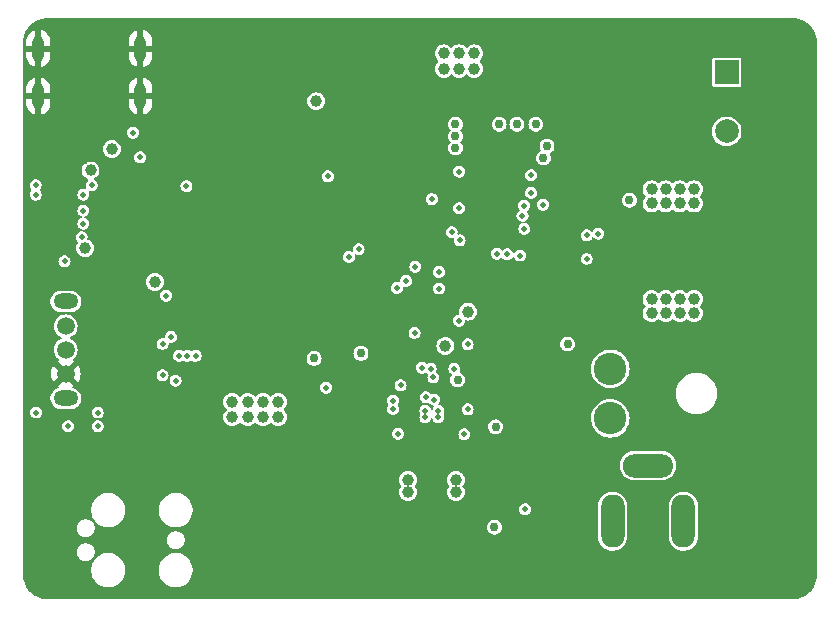
<source format=gbr>
%TF.GenerationSoftware,KiCad,Pcbnew,8.0.6-8.0.6-0~ubuntu24.04.1*%
%TF.CreationDate,2024-12-03T16:30:12-05:00*%
%TF.ProjectId,powerSupplyBoard,706f7765-7253-4757-9070-6c79426f6172,01*%
%TF.SameCoordinates,Original*%
%TF.FileFunction,Copper,L2,Inr*%
%TF.FilePolarity,Positive*%
%FSLAX46Y46*%
G04 Gerber Fmt 4.6, Leading zero omitted, Abs format (unit mm)*
G04 Created by KiCad (PCBNEW 8.0.6-8.0.6-0~ubuntu24.04.1) date 2024-12-03 16:30:12*
%MOMM*%
%LPD*%
G01*
G04 APERTURE LIST*
%TA.AperFunction,ComponentPad*%
%ADD10O,2.100000X1.300000*%
%TD*%
%TA.AperFunction,ComponentPad*%
%ADD11C,1.500000*%
%TD*%
%TA.AperFunction,ComponentPad*%
%ADD12O,1.000000X2.200000*%
%TD*%
%TA.AperFunction,ComponentPad*%
%ADD13O,2.000000X4.500000*%
%TD*%
%TA.AperFunction,ComponentPad*%
%ADD14O,4.250000X2.000000*%
%TD*%
%TA.AperFunction,ComponentPad*%
%ADD15R,2.000000X2.000000*%
%TD*%
%TA.AperFunction,ComponentPad*%
%ADD16C,2.000000*%
%TD*%
%TA.AperFunction,ComponentPad*%
%ADD17C,2.750000*%
%TD*%
%TA.AperFunction,ViaPad*%
%ADD18C,0.600000*%
%TD*%
%TA.AperFunction,ViaPad*%
%ADD19C,0.750000*%
%TD*%
%TA.AperFunction,ViaPad*%
%ADD20C,0.500000*%
%TD*%
%TA.AperFunction,ViaPad*%
%ADD21C,1.000000*%
%TD*%
G04 APERTURE END LIST*
D10*
%TO.N,*%
%TO.C,SW1*%
X114000000Y-106900000D03*
X114000000Y-115100000D03*
D11*
%TO.N,+3V3*%
X114000000Y-109000000D03*
%TO.N,Net-(R5-Pad2)*%
X114000000Y-111000000D03*
%TO.N,VSS*%
X114000000Y-113000000D03*
%TD*%
D12*
%TO.N,VSS*%
%TO.C,J1*%
X120320000Y-89500000D03*
X120320000Y-85500000D03*
X111680000Y-89500000D03*
X111680000Y-85500000D03*
%TD*%
D13*
%TO.N,Net-(F1-Pad1)*%
%TO.C,J3*%
X160300000Y-125500000D03*
%TO.N,GND*%
X166300000Y-125500000D03*
D14*
X163300000Y-120800000D03*
%TD*%
D15*
%TO.N,PACK-*%
%TO.C,J7*%
X169950000Y-87500000D03*
D16*
%TO.N,PACK+*%
X169950000Y-92500000D03*
%TD*%
D17*
%TO.N,BAT+*%
%TO.C,J6*%
X160107500Y-116800000D03*
%TO.N,BAT-*%
X160107500Y-112600000D03*
%TD*%
D18*
%TO.N,VSS*%
X112400000Y-118575000D03*
D19*
X123150000Y-97600000D03*
D20*
X118350000Y-110150000D03*
X120060000Y-125900000D03*
D19*
X111400000Y-95900000D03*
D18*
X112400000Y-121200000D03*
D20*
X124100000Y-86300000D03*
X147400000Y-98200000D03*
X150000000Y-100000000D03*
D19*
X116050000Y-105500000D03*
D20*
X120950000Y-101500000D03*
X147300000Y-99800000D03*
X112500000Y-128000000D03*
D19*
X122300000Y-104000000D03*
D20*
X123850000Y-92600000D03*
X147425000Y-102475000D03*
D19*
X113350000Y-101400000D03*
D20*
X122850000Y-98350000D03*
X119650000Y-101500000D03*
X120950000Y-100200000D03*
X116700000Y-102350000D03*
X118350000Y-98900000D03*
X116320000Y-127100000D03*
X118350000Y-101500000D03*
X120100000Y-128500000D03*
X119650000Y-100200000D03*
X119650000Y-98900000D03*
X120950000Y-98900000D03*
X118350000Y-100200000D03*
X145000000Y-118550000D03*
X152100000Y-102400000D03*
X118900000Y-110150000D03*
D21*
X115444972Y-94794543D03*
D20*
X113250000Y-92500000D03*
X116350000Y-92500000D03*
X144300000Y-106300000D03*
D19*
%TO.N,GND*%
X152200000Y-91900000D03*
X153800000Y-91900000D03*
X147000000Y-91900000D03*
X150700000Y-91900000D03*
X147000000Y-93900000D03*
X147000000Y-92900000D03*
D21*
%TO.N,+3V3*%
X116100000Y-95800000D03*
X121550000Y-105250000D03*
X117900000Y-94000000D03*
X115650000Y-102400000D03*
D20*
X137975000Y-103125000D03*
X147300000Y-95900000D03*
X145000000Y-98225000D03*
X153400000Y-96200000D03*
D19*
%TO.N,VBUS*%
X150400000Y-117500000D03*
X147190000Y-113530000D03*
D21*
%TO.N,AGND*%
X148050000Y-107750000D03*
X135200000Y-89950000D03*
X146150000Y-110650000D03*
D19*
%TO.N,BAT+*%
X139000000Y-111300000D03*
D21*
X132000000Y-115400000D03*
X166000000Y-106700000D03*
X128100000Y-116700000D03*
X164800000Y-106700000D03*
X164800000Y-107900000D03*
X129400000Y-116700000D03*
X129400000Y-115400000D03*
X167200000Y-107900000D03*
X130700000Y-116700000D03*
X132000000Y-116700000D03*
X163600000Y-106700000D03*
D19*
X135027298Y-111725000D03*
D21*
X128100000Y-115400000D03*
X163600000Y-107900000D03*
X130700000Y-115400000D03*
X166000000Y-107900000D03*
X167200000Y-106700000D03*
D20*
%TO.N,Net-(D2-Pad1)*%
X120300000Y-94700000D03*
X119700000Y-92600000D03*
%TO.N,/BAT_CHG_INT*%
X141700000Y-116000000D03*
X123600000Y-111500000D03*
%TO.N,/~{QON}*%
X124300000Y-111500000D03*
X145200000Y-115200000D03*
%TO.N,/SCL*%
X122200000Y-113150000D03*
X142791402Y-105150000D03*
X115500000Y-99200000D03*
X122200000Y-110500000D03*
X144900000Y-112600000D03*
%TO.N,/SDA*%
X122900000Y-109900000D03*
X144156587Y-112506587D03*
X123300000Y-113600000D03*
X115500000Y-100300000D03*
X142050000Y-105750000D03*
%TO.N,/~{CE}*%
X125000000Y-111500000D03*
X145125000Y-113331219D03*
%TO.N,/SWDCLK*%
X115500000Y-97850000D03*
X111450000Y-97850000D03*
X116700000Y-117450000D03*
X114200000Y-117450000D03*
%TO.N,/SWDIO*%
X111450000Y-97050000D03*
X116200000Y-97050000D03*
X111500000Y-116300000D03*
X116700000Y-116300000D03*
%TO.N,/TS*%
X136200000Y-96300000D03*
X143535000Y-109565000D03*
X147300000Y-99000000D03*
%TO.N,/Battery Charger/REGN*%
X152900000Y-124500000D03*
X148025000Y-110525000D03*
%TO.N,/Battery Charger/ILIM_HZ*%
X147300000Y-108525000D03*
X142350000Y-114000000D03*
%TO.N,Net-(U3-BTST1)*%
X148037999Y-116037999D03*
D21*
%TO.N,Net-(U3-SW1)*%
X147025000Y-123050000D03*
D20*
X145550000Y-116150000D03*
D21*
X147025000Y-122000000D03*
D20*
X145550000Y-116700000D03*
%TO.N,Net-(U3-BTST2)*%
X141711091Y-115288909D03*
D21*
%TO.N,Net-(U3-SW2)*%
X142975000Y-122000000D03*
D20*
X144450000Y-116150000D03*
D21*
X142975000Y-123050000D03*
D20*
X144450000Y-116700000D03*
D19*
%TO.N,/Battery Manager/VC4*%
X154450000Y-94750000D03*
X156500000Y-110500000D03*
%TO.N,/Battery Manager/VC1*%
X161735000Y-98335000D03*
X154750000Y-93750000D03*
D20*
%TO.N,+1V8*%
X138800000Y-102475000D03*
X143600000Y-103950000D03*
%TO.N,Net-(U3-STAT)*%
X147750000Y-118150000D03*
D19*
X150300000Y-126000000D03*
D21*
%TO.N,BAT-*%
X164800000Y-98600000D03*
X148600000Y-85900000D03*
X166000000Y-98600000D03*
X167200000Y-98600000D03*
X146000000Y-85900000D03*
X146000000Y-87200000D03*
X164800000Y-97400000D03*
X163600000Y-97400000D03*
X147300000Y-87200000D03*
X148600000Y-87200000D03*
X166000000Y-97400000D03*
X163600000Y-98600000D03*
X167200000Y-97400000D03*
X147300000Y-85900000D03*
D20*
%TO.N,Net-(U2-BOOT0)*%
X115350000Y-101450000D03*
X113900000Y-103500000D03*
%TO.N,Net-(U3-PROG)*%
X146900000Y-112600000D03*
X144500000Y-115000000D03*
%TO.N,Net-(U5-~{PRES}{slash}~{SHUTDN})*%
X124225000Y-97125000D03*
X147350000Y-101725000D03*
%TO.N,Net-(U6-SCL_B)*%
X145600000Y-105800000D03*
X145600000Y-104400000D03*
%TO.N,/BTP_INT*%
X122500000Y-106400000D03*
X146675000Y-101025000D03*
%TO.N,/Battery Charger/SDRV*%
X136050000Y-114200000D03*
X142150000Y-118100000D03*
%TO.N,/Battery Manager/PTC*%
X158100000Y-103300000D03*
X150500000Y-102850000D03*
%TO.N,/Battery Manager/BAT*%
X158100000Y-101300000D03*
X151400000Y-102900000D03*
X153400000Y-97700000D03*
%TO.N,/Battery Manager/CHG*%
X152788909Y-98788909D03*
X159100000Y-101150000D03*
%TO.N,/Battery Manager/PCHG*%
X152675000Y-99650000D03*
X152445646Y-103008713D03*
%TO.N,/Battery Manager/PACK*%
X152836090Y-100749999D03*
X154400000Y-98700000D03*
%TD*%
%TA.AperFunction,Conductor*%
%TO.N,VSS*%
G36*
X175502044Y-82881634D02*
G01*
X175772432Y-82899356D01*
X175780536Y-82900422D01*
X176044301Y-82952888D01*
X176052176Y-82954999D01*
X176276985Y-83031311D01*
X176306832Y-83041443D01*
X176314385Y-83044571D01*
X176555578Y-83163514D01*
X176562658Y-83167602D01*
X176786255Y-83317005D01*
X176792740Y-83321981D01*
X176994933Y-83499299D01*
X177000700Y-83505066D01*
X177168507Y-83696414D01*
X177178017Y-83707258D01*
X177182994Y-83713744D01*
X177332397Y-83937341D01*
X177336485Y-83944421D01*
X177455428Y-84185614D01*
X177458556Y-84193167D01*
X177544997Y-84447812D01*
X177547113Y-84455709D01*
X177599576Y-84719462D01*
X177600643Y-84727567D01*
X177618366Y-84997955D01*
X177618500Y-85002043D01*
X177618500Y-129997956D01*
X177618366Y-130002044D01*
X177600643Y-130272432D01*
X177599576Y-130280537D01*
X177547113Y-130544290D01*
X177544997Y-130552187D01*
X177458556Y-130806832D01*
X177455428Y-130814385D01*
X177336485Y-131055578D01*
X177332397Y-131062658D01*
X177182994Y-131286255D01*
X177178017Y-131292741D01*
X177000707Y-131494926D01*
X176994926Y-131500707D01*
X176792741Y-131678017D01*
X176786255Y-131682994D01*
X176562658Y-131832397D01*
X176555578Y-131836485D01*
X176314385Y-131955428D01*
X176306832Y-131958556D01*
X176052187Y-132044997D01*
X176044290Y-132047113D01*
X175780537Y-132099576D01*
X175772432Y-132100643D01*
X175502044Y-132118366D01*
X175497956Y-132118500D01*
X112502044Y-132118500D01*
X112497956Y-132118366D01*
X112227567Y-132100643D01*
X112219462Y-132099576D01*
X111955709Y-132047113D01*
X111947812Y-132044997D01*
X111693167Y-131958556D01*
X111685614Y-131955428D01*
X111444421Y-131836485D01*
X111437341Y-131832397D01*
X111213744Y-131682994D01*
X111207258Y-131678017D01*
X111196414Y-131668507D01*
X111005066Y-131500700D01*
X110999299Y-131494933D01*
X110821981Y-131292740D01*
X110817005Y-131286255D01*
X110667602Y-131062658D01*
X110663514Y-131055578D01*
X110624421Y-130976306D01*
X110544571Y-130814385D01*
X110541443Y-130806832D01*
X110518706Y-130739851D01*
X110454999Y-130552176D01*
X110452888Y-130544301D01*
X110400422Y-130280536D01*
X110399356Y-130272432D01*
X110381634Y-130002044D01*
X110381500Y-129997956D01*
X110381500Y-129526514D01*
X116153050Y-129526514D01*
X116153050Y-129753485D01*
X116188556Y-129977662D01*
X116258692Y-130193518D01*
X116258693Y-130193520D01*
X116298901Y-130272432D01*
X116361734Y-130395747D01*
X116495142Y-130579368D01*
X116495145Y-130579371D01*
X116495148Y-130579375D01*
X116655624Y-130739851D01*
X116655627Y-130739853D01*
X116655632Y-130739858D01*
X116839253Y-130873266D01*
X117041483Y-130976308D01*
X117257343Y-131046445D01*
X117481516Y-131081950D01*
X117481518Y-131081950D01*
X117708482Y-131081950D01*
X117708484Y-131081950D01*
X117932657Y-131046445D01*
X118148517Y-130976308D01*
X118350747Y-130873266D01*
X118534368Y-130739858D01*
X118694858Y-130579368D01*
X118828266Y-130395747D01*
X118931308Y-130193517D01*
X119001445Y-129977657D01*
X119036950Y-129753484D01*
X119036950Y-129526516D01*
X119036950Y-129526514D01*
X121868050Y-129526514D01*
X121868050Y-129753485D01*
X121903556Y-129977662D01*
X121973692Y-130193518D01*
X121973693Y-130193520D01*
X122013901Y-130272432D01*
X122076734Y-130395747D01*
X122210142Y-130579368D01*
X122210145Y-130579371D01*
X122210148Y-130579375D01*
X122370624Y-130739851D01*
X122370627Y-130739853D01*
X122370632Y-130739858D01*
X122554253Y-130873266D01*
X122756483Y-130976308D01*
X122972343Y-131046445D01*
X123196516Y-131081950D01*
X123196518Y-131081950D01*
X123423482Y-131081950D01*
X123423484Y-131081950D01*
X123647657Y-131046445D01*
X123863517Y-130976308D01*
X124065747Y-130873266D01*
X124249368Y-130739858D01*
X124409858Y-130579368D01*
X124543266Y-130395747D01*
X124646308Y-130193517D01*
X124716445Y-129977657D01*
X124751950Y-129753484D01*
X124751950Y-129526516D01*
X124716445Y-129302343D01*
X124646308Y-129086483D01*
X124543266Y-128884253D01*
X124409858Y-128700632D01*
X124409853Y-128700627D01*
X124409851Y-128700624D01*
X124249375Y-128540148D01*
X124249371Y-128540145D01*
X124249368Y-128540142D01*
X124065747Y-128406734D01*
X123863520Y-128303693D01*
X123863518Y-128303692D01*
X123647662Y-128233556D01*
X123647658Y-128233555D01*
X123647657Y-128233555D01*
X123520370Y-128213395D01*
X123423485Y-128198050D01*
X123423484Y-128198050D01*
X123196516Y-128198050D01*
X123196514Y-128198050D01*
X122972337Y-128233556D01*
X122756481Y-128303692D01*
X122756479Y-128303693D01*
X122554252Y-128406734D01*
X122370624Y-128540148D01*
X122210148Y-128700624D01*
X122076734Y-128884252D01*
X121973693Y-129086479D01*
X121973692Y-129086481D01*
X121903556Y-129302337D01*
X121868050Y-129526514D01*
X119036950Y-129526514D01*
X119001445Y-129302343D01*
X118931308Y-129086483D01*
X118828266Y-128884253D01*
X118694858Y-128700632D01*
X118694853Y-128700627D01*
X118694851Y-128700624D01*
X118534375Y-128540148D01*
X118534371Y-128540145D01*
X118534368Y-128540142D01*
X118350747Y-128406734D01*
X118148520Y-128303693D01*
X118148518Y-128303692D01*
X117932662Y-128233556D01*
X117932658Y-128233555D01*
X117932657Y-128233555D01*
X117805370Y-128213395D01*
X117708485Y-128198050D01*
X117708484Y-128198050D01*
X117481516Y-128198050D01*
X117481514Y-128198050D01*
X117257337Y-128233556D01*
X117041481Y-128303692D01*
X117041479Y-128303693D01*
X116839252Y-128406734D01*
X116655624Y-128540148D01*
X116495148Y-128700624D01*
X116361734Y-128884252D01*
X116258693Y-129086479D01*
X116258692Y-129086481D01*
X116188556Y-129302337D01*
X116153050Y-129526514D01*
X110381500Y-129526514D01*
X110381500Y-128042150D01*
X114940200Y-128042150D01*
X114940200Y-128189849D01*
X114969013Y-128334707D01*
X114969014Y-128334710D01*
X115025534Y-128471161D01*
X115025536Y-128471164D01*
X115107592Y-128593970D01*
X115212030Y-128698408D01*
X115334836Y-128780464D01*
X115471291Y-128836986D01*
X115616151Y-128865800D01*
X115763849Y-128865800D01*
X115908709Y-128836986D01*
X116045164Y-128780464D01*
X116167970Y-128698408D01*
X116272408Y-128593970D01*
X116354464Y-128471164D01*
X116410986Y-128334709D01*
X116439800Y-128189849D01*
X116439800Y-128042151D01*
X116410986Y-127897291D01*
X116354464Y-127760836D01*
X116272408Y-127638030D01*
X116167970Y-127533592D01*
X116050594Y-127455164D01*
X116045166Y-127451537D01*
X116045161Y-127451534D01*
X115908710Y-127395014D01*
X115908707Y-127395013D01*
X115763849Y-127366200D01*
X115616151Y-127366200D01*
X115471292Y-127395013D01*
X115471289Y-127395014D01*
X115334838Y-127451534D01*
X115334833Y-127451537D01*
X115212030Y-127533591D01*
X115107591Y-127638030D01*
X115025537Y-127760833D01*
X115025534Y-127760838D01*
X114969014Y-127897289D01*
X114969013Y-127897292D01*
X114940200Y-128042150D01*
X110381500Y-128042150D01*
X110381500Y-127026150D01*
X122560200Y-127026150D01*
X122560200Y-127173849D01*
X122589013Y-127318707D01*
X122589014Y-127318710D01*
X122645534Y-127455161D01*
X122645537Y-127455166D01*
X122727591Y-127577969D01*
X122727592Y-127577970D01*
X122832030Y-127682408D01*
X122954836Y-127764464D01*
X123091291Y-127820986D01*
X123236151Y-127849800D01*
X123383849Y-127849800D01*
X123528709Y-127820986D01*
X123665164Y-127764464D01*
X123787970Y-127682408D01*
X123892408Y-127577970D01*
X123974464Y-127455164D01*
X124030986Y-127318709D01*
X124059800Y-127173849D01*
X124059800Y-127026151D01*
X124030986Y-126881291D01*
X123974464Y-126744836D01*
X123892408Y-126622030D01*
X123787970Y-126517592D01*
X123670594Y-126439164D01*
X123665166Y-126435537D01*
X123665161Y-126435534D01*
X123528710Y-126379014D01*
X123528707Y-126379013D01*
X123383849Y-126350200D01*
X123236151Y-126350200D01*
X123091292Y-126379013D01*
X123091289Y-126379014D01*
X122954838Y-126435534D01*
X122954833Y-126435537D01*
X122832030Y-126517591D01*
X122727591Y-126622030D01*
X122645537Y-126744833D01*
X122645534Y-126744838D01*
X122589014Y-126881289D01*
X122589013Y-126881292D01*
X122560200Y-127026150D01*
X110381500Y-127026150D01*
X110381500Y-126010150D01*
X114940200Y-126010150D01*
X114940200Y-126157849D01*
X114969013Y-126302707D01*
X114969014Y-126302710D01*
X115025534Y-126439161D01*
X115025537Y-126439166D01*
X115080800Y-126521873D01*
X115107592Y-126561970D01*
X115212030Y-126666408D01*
X115334836Y-126748464D01*
X115471291Y-126804986D01*
X115616151Y-126833800D01*
X115763849Y-126833800D01*
X115908709Y-126804986D01*
X116045164Y-126748464D01*
X116167970Y-126666408D01*
X116272408Y-126561970D01*
X116354464Y-126439164D01*
X116410986Y-126302709D01*
X116439800Y-126157849D01*
X116439800Y-126010151D01*
X116410986Y-125865291D01*
X116354464Y-125728836D01*
X116272408Y-125606030D01*
X116167970Y-125501592D01*
X116167969Y-125501591D01*
X116045166Y-125419537D01*
X116045161Y-125419534D01*
X115908710Y-125363014D01*
X115908707Y-125363013D01*
X115763849Y-125334200D01*
X115616151Y-125334200D01*
X115471292Y-125363013D01*
X115471289Y-125363014D01*
X115334838Y-125419534D01*
X115334833Y-125419537D01*
X115212030Y-125501591D01*
X115107591Y-125606030D01*
X115025537Y-125728833D01*
X115025534Y-125728838D01*
X114969014Y-125865289D01*
X114969013Y-125865292D01*
X114940200Y-126010150D01*
X110381500Y-126010150D01*
X110381500Y-124446516D01*
X116153050Y-124446516D01*
X116153050Y-124673484D01*
X116186581Y-124885196D01*
X116188556Y-124897662D01*
X116258692Y-125113518D01*
X116258693Y-125113520D01*
X116361734Y-125315747D01*
X116495142Y-125499368D01*
X116495145Y-125499371D01*
X116495148Y-125499375D01*
X116655624Y-125659851D01*
X116655627Y-125659853D01*
X116655632Y-125659858D01*
X116839253Y-125793266D01*
X117041483Y-125896308D01*
X117257343Y-125966445D01*
X117481516Y-126001950D01*
X117481518Y-126001950D01*
X117708482Y-126001950D01*
X117708484Y-126001950D01*
X117932657Y-125966445D01*
X118148517Y-125896308D01*
X118350747Y-125793266D01*
X118534368Y-125659858D01*
X118694858Y-125499368D01*
X118828266Y-125315747D01*
X118931308Y-125113517D01*
X119001445Y-124897657D01*
X119036950Y-124673484D01*
X119036950Y-124446516D01*
X121868050Y-124446516D01*
X121868050Y-124673484D01*
X121901581Y-124885196D01*
X121903556Y-124897662D01*
X121973692Y-125113518D01*
X121973693Y-125113520D01*
X122076734Y-125315747D01*
X122210142Y-125499368D01*
X122210145Y-125499371D01*
X122210148Y-125499375D01*
X122370624Y-125659851D01*
X122370627Y-125659853D01*
X122370632Y-125659858D01*
X122554253Y-125793266D01*
X122756483Y-125896308D01*
X122972343Y-125966445D01*
X123196516Y-126001950D01*
X123196518Y-126001950D01*
X123423482Y-126001950D01*
X123423484Y-126001950D01*
X123435815Y-125999997D01*
X149665877Y-125999997D01*
X149665877Y-126000002D01*
X149684301Y-126151752D01*
X149684302Y-126151756D01*
X149738511Y-126294691D01*
X149825349Y-126420498D01*
X149825352Y-126420501D01*
X149939777Y-126521873D01*
X150075137Y-126592915D01*
X150223565Y-126629500D01*
X150376435Y-126629500D01*
X150524863Y-126592915D01*
X150660223Y-126521873D01*
X150774648Y-126420501D01*
X150861488Y-126294692D01*
X150915697Y-126151756D01*
X150915698Y-126151752D01*
X150934123Y-126000002D01*
X150934123Y-125999997D01*
X150915698Y-125848247D01*
X150915697Y-125848243D01*
X150861488Y-125705308D01*
X150774650Y-125579501D01*
X150774646Y-125579497D01*
X150660222Y-125478126D01*
X150524865Y-125407086D01*
X150524864Y-125407085D01*
X150524863Y-125407085D01*
X150424988Y-125382467D01*
X150376436Y-125370500D01*
X150376435Y-125370500D01*
X150223565Y-125370500D01*
X150223563Y-125370500D01*
X150126457Y-125394435D01*
X150075137Y-125407085D01*
X150075136Y-125407085D01*
X150075134Y-125407086D01*
X149939777Y-125478126D01*
X149825353Y-125579497D01*
X149825349Y-125579501D01*
X149738511Y-125705308D01*
X149684302Y-125848243D01*
X149684301Y-125848247D01*
X149665877Y-125999997D01*
X123435815Y-125999997D01*
X123647657Y-125966445D01*
X123863517Y-125896308D01*
X124065747Y-125793266D01*
X124249368Y-125659858D01*
X124409858Y-125499368D01*
X124543266Y-125315747D01*
X124646308Y-125113517D01*
X124716445Y-124897657D01*
X124751950Y-124673484D01*
X124751950Y-124500000D01*
X152390312Y-124500000D01*
X152410957Y-124643594D01*
X152410958Y-124643597D01*
X152471222Y-124775556D01*
X152471225Y-124775561D01*
X152566226Y-124885198D01*
X152688263Y-124963626D01*
X152688268Y-124963629D01*
X152827461Y-125004499D01*
X152827463Y-125004500D01*
X152827464Y-125004500D01*
X152972537Y-125004500D01*
X152972537Y-125004499D01*
X153111732Y-124963629D01*
X153157535Y-124934192D01*
X153233773Y-124885198D01*
X153328774Y-124775561D01*
X153328777Y-124775558D01*
X153389042Y-124643596D01*
X153409688Y-124500000D01*
X153389042Y-124356404D01*
X153328777Y-124224442D01*
X153328774Y-124224438D01*
X153265374Y-124151271D01*
X159045500Y-124151271D01*
X159045500Y-126848728D01*
X159045501Y-126848744D01*
X159076389Y-127043760D01*
X159076389Y-127043761D01*
X159137409Y-127231562D01*
X159137410Y-127231564D01*
X159227056Y-127407502D01*
X159343122Y-127567254D01*
X159482745Y-127706877D01*
X159642497Y-127822943D01*
X159788407Y-127897289D01*
X159818439Y-127912591D01*
X160006237Y-127973610D01*
X160088437Y-127986629D01*
X160201255Y-128004498D01*
X160201261Y-128004498D01*
X160201269Y-128004500D01*
X160201271Y-128004500D01*
X160398729Y-128004500D01*
X160398731Y-128004500D01*
X160593763Y-127973610D01*
X160781561Y-127912591D01*
X160957501Y-127822944D01*
X161117252Y-127706879D01*
X161256879Y-127567252D01*
X161372944Y-127407501D01*
X161462591Y-127231561D01*
X161523610Y-127043763D01*
X161554500Y-126848731D01*
X161554500Y-124151271D01*
X165045500Y-124151271D01*
X165045500Y-126848728D01*
X165045501Y-126848744D01*
X165076389Y-127043760D01*
X165076389Y-127043761D01*
X165137409Y-127231562D01*
X165137410Y-127231564D01*
X165227056Y-127407502D01*
X165343122Y-127567254D01*
X165482745Y-127706877D01*
X165642497Y-127822943D01*
X165788407Y-127897289D01*
X165818439Y-127912591D01*
X166006237Y-127973610D01*
X166088437Y-127986629D01*
X166201255Y-128004498D01*
X166201261Y-128004498D01*
X166201269Y-128004500D01*
X166201271Y-128004500D01*
X166398729Y-128004500D01*
X166398731Y-128004500D01*
X166593763Y-127973610D01*
X166781561Y-127912591D01*
X166957501Y-127822944D01*
X167117252Y-127706879D01*
X167256879Y-127567252D01*
X167372944Y-127407501D01*
X167462591Y-127231561D01*
X167523610Y-127043763D01*
X167554500Y-126848731D01*
X167554500Y-124151269D01*
X167523610Y-123956237D01*
X167462591Y-123768439D01*
X167372944Y-123592499D01*
X167256879Y-123432748D01*
X167256877Y-123432745D01*
X167117254Y-123293122D01*
X166957502Y-123177056D01*
X166781564Y-123087410D01*
X166781562Y-123087409D01*
X166593761Y-123026389D01*
X166398744Y-122995501D01*
X166398732Y-122995500D01*
X166398731Y-122995500D01*
X166201269Y-122995500D01*
X166201267Y-122995500D01*
X166201255Y-122995501D01*
X166006239Y-123026389D01*
X166006238Y-123026389D01*
X165818437Y-123087409D01*
X165818435Y-123087410D01*
X165642497Y-123177056D01*
X165482745Y-123293122D01*
X165343122Y-123432745D01*
X165227056Y-123592497D01*
X165137410Y-123768435D01*
X165137409Y-123768437D01*
X165076389Y-123956238D01*
X165076389Y-123956239D01*
X165045501Y-124151255D01*
X165045500Y-124151271D01*
X161554500Y-124151271D01*
X161554500Y-124151269D01*
X161523610Y-123956237D01*
X161462591Y-123768439D01*
X161372944Y-123592499D01*
X161256879Y-123432748D01*
X161256877Y-123432745D01*
X161117254Y-123293122D01*
X160957502Y-123177056D01*
X160781564Y-123087410D01*
X160781562Y-123087409D01*
X160593761Y-123026389D01*
X160398744Y-122995501D01*
X160398732Y-122995500D01*
X160398731Y-122995500D01*
X160201269Y-122995500D01*
X160201267Y-122995500D01*
X160201255Y-122995501D01*
X160006239Y-123026389D01*
X160006238Y-123026389D01*
X159818437Y-123087409D01*
X159818435Y-123087410D01*
X159642497Y-123177056D01*
X159482745Y-123293122D01*
X159343122Y-123432745D01*
X159227056Y-123592497D01*
X159137410Y-123768435D01*
X159137409Y-123768437D01*
X159076389Y-123956238D01*
X159076389Y-123956239D01*
X159045501Y-124151255D01*
X159045500Y-124151271D01*
X153265374Y-124151271D01*
X153233773Y-124114801D01*
X153111736Y-124036373D01*
X153111727Y-124036369D01*
X152972538Y-123995500D01*
X152972536Y-123995500D01*
X152827464Y-123995500D01*
X152827462Y-123995500D01*
X152688272Y-124036369D01*
X152688263Y-124036373D01*
X152566226Y-124114801D01*
X152471225Y-124224438D01*
X152471222Y-124224443D01*
X152410958Y-124356402D01*
X152410957Y-124356405D01*
X152390312Y-124500000D01*
X124751950Y-124500000D01*
X124751950Y-124446516D01*
X124716445Y-124222343D01*
X124646308Y-124006483D01*
X124543266Y-123804253D01*
X124409858Y-123620632D01*
X124409853Y-123620627D01*
X124409851Y-123620624D01*
X124249375Y-123460148D01*
X124249371Y-123460145D01*
X124249368Y-123460142D01*
X124065747Y-123326734D01*
X123863520Y-123223693D01*
X123863518Y-123223692D01*
X123647662Y-123153556D01*
X123647658Y-123153555D01*
X123647657Y-123153555D01*
X123520370Y-123133395D01*
X123423485Y-123118050D01*
X123423484Y-123118050D01*
X123196516Y-123118050D01*
X123196514Y-123118050D01*
X122972337Y-123153556D01*
X122756481Y-123223692D01*
X122756479Y-123223693D01*
X122554252Y-123326734D01*
X122370624Y-123460148D01*
X122210148Y-123620624D01*
X122076734Y-123804252D01*
X121973693Y-124006479D01*
X121973692Y-124006481D01*
X121903556Y-124222337D01*
X121903555Y-124222342D01*
X121903555Y-124222343D01*
X121868050Y-124446516D01*
X119036950Y-124446516D01*
X119001445Y-124222343D01*
X118931308Y-124006483D01*
X118828266Y-123804253D01*
X118694858Y-123620632D01*
X118694853Y-123620627D01*
X118694851Y-123620624D01*
X118534375Y-123460148D01*
X118534371Y-123460145D01*
X118534368Y-123460142D01*
X118350747Y-123326734D01*
X118148520Y-123223693D01*
X118148518Y-123223692D01*
X117932662Y-123153556D01*
X117932658Y-123153555D01*
X117932657Y-123153555D01*
X117805370Y-123133395D01*
X117708485Y-123118050D01*
X117708484Y-123118050D01*
X117481516Y-123118050D01*
X117481514Y-123118050D01*
X117257337Y-123153556D01*
X117041481Y-123223692D01*
X117041479Y-123223693D01*
X116839252Y-123326734D01*
X116655624Y-123460148D01*
X116495148Y-123620624D01*
X116361734Y-123804252D01*
X116258693Y-124006479D01*
X116258692Y-124006481D01*
X116188556Y-124222337D01*
X116188555Y-124222342D01*
X116188555Y-124222343D01*
X116153050Y-124446516D01*
X110381500Y-124446516D01*
X110381500Y-122000000D01*
X142215726Y-122000000D01*
X142234762Y-122168950D01*
X142234763Y-122168954D01*
X142290919Y-122329439D01*
X142290921Y-122329443D01*
X142381374Y-122473398D01*
X142388782Y-122480806D01*
X142407088Y-122525000D01*
X142388782Y-122569194D01*
X142381375Y-122576600D01*
X142381374Y-122576601D01*
X142290921Y-122720556D01*
X142290919Y-122720560D01*
X142234763Y-122881045D01*
X142234762Y-122881049D01*
X142215726Y-123050000D01*
X142234762Y-123218950D01*
X142234763Y-123218954D01*
X142290919Y-123379439D01*
X142290921Y-123379443D01*
X142381374Y-123523398D01*
X142501601Y-123643625D01*
X142645556Y-123734078D01*
X142645559Y-123734079D01*
X142645563Y-123734082D01*
X142806046Y-123790237D01*
X142975000Y-123809274D01*
X143143954Y-123790237D01*
X143304437Y-123734082D01*
X143448400Y-123643624D01*
X143568624Y-123523400D01*
X143659082Y-123379437D01*
X143715237Y-123218954D01*
X143734274Y-123050000D01*
X143715237Y-122881046D01*
X143659082Y-122720563D01*
X143568624Y-122576600D01*
X143561218Y-122569194D01*
X143542912Y-122525000D01*
X143561218Y-122480806D01*
X143568624Y-122473400D01*
X143659082Y-122329437D01*
X143715237Y-122168954D01*
X143734274Y-122000000D01*
X146265726Y-122000000D01*
X146284762Y-122168950D01*
X146284763Y-122168954D01*
X146340919Y-122329439D01*
X146340921Y-122329443D01*
X146431374Y-122473398D01*
X146438782Y-122480806D01*
X146457088Y-122525000D01*
X146438782Y-122569194D01*
X146431375Y-122576600D01*
X146431374Y-122576601D01*
X146340921Y-122720556D01*
X146340919Y-122720560D01*
X146284763Y-122881045D01*
X146284762Y-122881049D01*
X146265726Y-123050000D01*
X146284762Y-123218950D01*
X146284763Y-123218954D01*
X146340919Y-123379439D01*
X146340921Y-123379443D01*
X146431374Y-123523398D01*
X146551601Y-123643625D01*
X146695556Y-123734078D01*
X146695559Y-123734079D01*
X146695563Y-123734082D01*
X146856046Y-123790237D01*
X147025000Y-123809274D01*
X147193954Y-123790237D01*
X147354437Y-123734082D01*
X147498400Y-123643624D01*
X147618624Y-123523400D01*
X147709082Y-123379437D01*
X147765237Y-123218954D01*
X147784274Y-123050000D01*
X147765237Y-122881046D01*
X147709082Y-122720563D01*
X147618624Y-122576600D01*
X147611218Y-122569194D01*
X147592912Y-122525000D01*
X147611218Y-122480806D01*
X147618624Y-122473400D01*
X147709082Y-122329437D01*
X147765237Y-122168954D01*
X147784274Y-122000000D01*
X147765237Y-121831046D01*
X147709082Y-121670563D01*
X147675584Y-121617252D01*
X147618625Y-121526601D01*
X147498398Y-121406374D01*
X147354443Y-121315921D01*
X147354439Y-121315919D01*
X147354438Y-121315918D01*
X147354437Y-121315918D01*
X147193954Y-121259763D01*
X147193950Y-121259762D01*
X147025000Y-121240726D01*
X146856049Y-121259762D01*
X146856045Y-121259763D01*
X146695560Y-121315919D01*
X146695556Y-121315921D01*
X146551601Y-121406374D01*
X146431374Y-121526601D01*
X146340921Y-121670556D01*
X146340919Y-121670560D01*
X146284763Y-121831045D01*
X146284762Y-121831049D01*
X146265726Y-122000000D01*
X143734274Y-122000000D01*
X143715237Y-121831046D01*
X143659082Y-121670563D01*
X143625584Y-121617252D01*
X143568625Y-121526601D01*
X143448398Y-121406374D01*
X143304443Y-121315921D01*
X143304439Y-121315919D01*
X143304438Y-121315918D01*
X143304437Y-121315918D01*
X143143954Y-121259763D01*
X143143950Y-121259762D01*
X142975000Y-121240726D01*
X142806049Y-121259762D01*
X142806045Y-121259763D01*
X142645560Y-121315919D01*
X142645556Y-121315921D01*
X142501601Y-121406374D01*
X142381374Y-121526601D01*
X142290921Y-121670556D01*
X142290919Y-121670560D01*
X142234763Y-121831045D01*
X142234762Y-121831049D01*
X142215726Y-122000000D01*
X110381500Y-122000000D01*
X110381500Y-120701271D01*
X160920500Y-120701271D01*
X160920500Y-120898728D01*
X160920501Y-120898744D01*
X160951389Y-121093760D01*
X160951389Y-121093761D01*
X161012409Y-121281562D01*
X161012410Y-121281564D01*
X161102056Y-121457502D01*
X161218122Y-121617254D01*
X161357745Y-121756877D01*
X161517497Y-121872943D01*
X161517499Y-121872944D01*
X161693439Y-121962591D01*
X161881237Y-122023610D01*
X161963437Y-122036629D01*
X162076255Y-122054498D01*
X162076261Y-122054498D01*
X162076269Y-122054500D01*
X162076271Y-122054500D01*
X164523729Y-122054500D01*
X164523731Y-122054500D01*
X164718763Y-122023610D01*
X164906561Y-121962591D01*
X165082501Y-121872944D01*
X165242252Y-121756879D01*
X165381879Y-121617252D01*
X165497944Y-121457501D01*
X165587591Y-121281561D01*
X165648610Y-121093763D01*
X165679500Y-120898731D01*
X165679500Y-120701269D01*
X165648610Y-120506237D01*
X165587591Y-120318439D01*
X165497944Y-120142499D01*
X165381879Y-119982748D01*
X165381877Y-119982745D01*
X165242254Y-119843122D01*
X165082502Y-119727056D01*
X164906564Y-119637410D01*
X164906562Y-119637409D01*
X164718761Y-119576389D01*
X164523744Y-119545501D01*
X164523732Y-119545500D01*
X164523731Y-119545500D01*
X162076269Y-119545500D01*
X162076267Y-119545500D01*
X162076255Y-119545501D01*
X161881239Y-119576389D01*
X161881238Y-119576389D01*
X161693437Y-119637409D01*
X161693435Y-119637410D01*
X161517497Y-119727056D01*
X161357745Y-119843122D01*
X161218122Y-119982745D01*
X161102056Y-120142497D01*
X161012410Y-120318435D01*
X161012409Y-120318437D01*
X160951389Y-120506238D01*
X160951389Y-120506239D01*
X160920501Y-120701255D01*
X160920500Y-120701271D01*
X110381500Y-120701271D01*
X110381500Y-118100000D01*
X141640312Y-118100000D01*
X141660957Y-118243594D01*
X141660958Y-118243597D01*
X141721222Y-118375556D01*
X141721225Y-118375561D01*
X141816226Y-118485198D01*
X141938263Y-118563626D01*
X141938268Y-118563629D01*
X142077461Y-118604499D01*
X142077463Y-118604500D01*
X142077464Y-118604500D01*
X142222537Y-118604500D01*
X142222537Y-118604499D01*
X142361732Y-118563629D01*
X142407535Y-118534192D01*
X142483773Y-118485198D01*
X142483775Y-118485196D01*
X142578777Y-118375558D01*
X142639042Y-118243596D01*
X142652499Y-118150000D01*
X147240312Y-118150000D01*
X147260957Y-118293594D01*
X147260958Y-118293597D01*
X147321222Y-118425556D01*
X147321225Y-118425561D01*
X147416226Y-118535198D01*
X147524063Y-118604500D01*
X147538268Y-118613629D01*
X147677461Y-118654499D01*
X147677463Y-118654500D01*
X147677464Y-118654500D01*
X147822537Y-118654500D01*
X147822537Y-118654499D01*
X147961732Y-118613629D01*
X148007535Y-118584192D01*
X148083773Y-118535198D01*
X148083775Y-118535196D01*
X148178777Y-118425558D01*
X148239042Y-118293596D01*
X148259688Y-118150000D01*
X148239042Y-118006404D01*
X148178777Y-117874442D01*
X148144772Y-117835198D01*
X148083773Y-117764801D01*
X147961736Y-117686373D01*
X147961727Y-117686369D01*
X147822538Y-117645500D01*
X147822536Y-117645500D01*
X147677464Y-117645500D01*
X147677462Y-117645500D01*
X147538272Y-117686369D01*
X147538263Y-117686373D01*
X147416226Y-117764801D01*
X147321225Y-117874438D01*
X147321222Y-117874443D01*
X147260958Y-118006402D01*
X147260957Y-118006405D01*
X147240312Y-118150000D01*
X142652499Y-118150000D01*
X142659688Y-118100000D01*
X142639042Y-117956404D01*
X142578777Y-117824442D01*
X142578774Y-117824438D01*
X142483773Y-117714801D01*
X142361736Y-117636373D01*
X142361727Y-117636369D01*
X142222538Y-117595500D01*
X142222536Y-117595500D01*
X142077464Y-117595500D01*
X142077462Y-117595500D01*
X141938272Y-117636369D01*
X141938263Y-117636373D01*
X141816226Y-117714801D01*
X141721225Y-117824438D01*
X141721222Y-117824443D01*
X141660958Y-117956402D01*
X141660957Y-117956405D01*
X141640312Y-118100000D01*
X110381500Y-118100000D01*
X110381500Y-117450000D01*
X113690312Y-117450000D01*
X113710957Y-117593594D01*
X113710958Y-117593597D01*
X113771222Y-117725556D01*
X113771225Y-117725561D01*
X113866226Y-117835198D01*
X113988263Y-117913626D01*
X113988268Y-117913629D01*
X114011676Y-117920502D01*
X114127461Y-117954499D01*
X114127463Y-117954500D01*
X114127464Y-117954500D01*
X114272537Y-117954500D01*
X114272537Y-117954499D01*
X114411732Y-117913629D01*
X114472714Y-117874438D01*
X114533773Y-117835198D01*
X114533775Y-117835196D01*
X114628777Y-117725558D01*
X114689042Y-117593596D01*
X114709688Y-117450000D01*
X116190312Y-117450000D01*
X116210957Y-117593594D01*
X116210958Y-117593597D01*
X116271222Y-117725556D01*
X116271225Y-117725561D01*
X116366226Y-117835198D01*
X116488263Y-117913626D01*
X116488268Y-117913629D01*
X116511676Y-117920502D01*
X116627461Y-117954499D01*
X116627463Y-117954500D01*
X116627464Y-117954500D01*
X116772537Y-117954500D01*
X116772537Y-117954499D01*
X116911732Y-117913629D01*
X116972714Y-117874438D01*
X117033773Y-117835198D01*
X117033775Y-117835196D01*
X117128777Y-117725558D01*
X117189042Y-117593596D01*
X117202500Y-117499997D01*
X149765877Y-117499997D01*
X149765877Y-117500002D01*
X149784301Y-117651752D01*
X149784302Y-117651756D01*
X149838511Y-117794691D01*
X149925349Y-117920498D01*
X149925352Y-117920501D01*
X150039777Y-118021873D01*
X150175137Y-118092915D01*
X150323565Y-118129500D01*
X150476435Y-118129500D01*
X150624863Y-118092915D01*
X150760223Y-118021873D01*
X150874648Y-117920501D01*
X150961488Y-117794692D01*
X151015697Y-117651756D01*
X151015698Y-117651752D01*
X151034123Y-117500002D01*
X151034123Y-117499997D01*
X151015698Y-117348247D01*
X151015697Y-117348243D01*
X150961488Y-117205308D01*
X150874650Y-117079501D01*
X150874646Y-117079497D01*
X150760222Y-116978126D01*
X150624865Y-116907086D01*
X150624864Y-116907085D01*
X150624863Y-116907085D01*
X150524988Y-116882467D01*
X150476436Y-116870500D01*
X150476435Y-116870500D01*
X150323565Y-116870500D01*
X150323563Y-116870500D01*
X150226457Y-116894435D01*
X150175137Y-116907085D01*
X150175136Y-116907085D01*
X150175134Y-116907086D01*
X150039777Y-116978126D01*
X149925353Y-117079497D01*
X149925349Y-117079501D01*
X149838511Y-117205308D01*
X149784302Y-117348243D01*
X149784301Y-117348247D01*
X149765877Y-117499997D01*
X117202500Y-117499997D01*
X117209688Y-117450000D01*
X117189042Y-117306404D01*
X117128777Y-117174442D01*
X117128774Y-117174438D01*
X117033773Y-117064801D01*
X116911736Y-116986373D01*
X116911727Y-116986369D01*
X116772538Y-116945500D01*
X116772536Y-116945500D01*
X116627464Y-116945500D01*
X116627462Y-116945500D01*
X116488272Y-116986369D01*
X116488263Y-116986373D01*
X116366226Y-117064801D01*
X116271225Y-117174438D01*
X116271222Y-117174443D01*
X116210958Y-117306402D01*
X116210957Y-117306405D01*
X116190312Y-117450000D01*
X114709688Y-117450000D01*
X114689042Y-117306404D01*
X114628777Y-117174442D01*
X114628774Y-117174438D01*
X114533773Y-117064801D01*
X114411736Y-116986373D01*
X114411727Y-116986369D01*
X114272538Y-116945500D01*
X114272536Y-116945500D01*
X114127464Y-116945500D01*
X114127462Y-116945500D01*
X113988272Y-116986369D01*
X113988263Y-116986373D01*
X113866226Y-117064801D01*
X113771225Y-117174438D01*
X113771222Y-117174443D01*
X113710958Y-117306402D01*
X113710957Y-117306405D01*
X113690312Y-117450000D01*
X110381500Y-117450000D01*
X110381500Y-116300000D01*
X110990312Y-116300000D01*
X111010957Y-116443594D01*
X111010958Y-116443597D01*
X111071222Y-116575556D01*
X111071225Y-116575561D01*
X111166226Y-116685198D01*
X111288263Y-116763626D01*
X111288268Y-116763629D01*
X111412152Y-116800004D01*
X111427461Y-116804499D01*
X111427463Y-116804500D01*
X111427464Y-116804500D01*
X111572537Y-116804500D01*
X111572537Y-116804499D01*
X111711732Y-116763629D01*
X111757535Y-116734192D01*
X111833773Y-116685198D01*
X111928774Y-116575561D01*
X111928777Y-116575558D01*
X111989042Y-116443596D01*
X112009688Y-116300000D01*
X116190312Y-116300000D01*
X116210957Y-116443594D01*
X116210958Y-116443597D01*
X116271222Y-116575556D01*
X116271225Y-116575561D01*
X116366226Y-116685198D01*
X116488263Y-116763626D01*
X116488268Y-116763629D01*
X116612152Y-116800004D01*
X116627461Y-116804499D01*
X116627463Y-116804500D01*
X116627464Y-116804500D01*
X116772537Y-116804500D01*
X116772537Y-116804499D01*
X116911732Y-116763629D01*
X116957535Y-116734192D01*
X117033773Y-116685198D01*
X117128774Y-116575561D01*
X117128777Y-116575558D01*
X117189042Y-116443596D01*
X117209688Y-116300000D01*
X117189042Y-116156404D01*
X117128777Y-116024442D01*
X117126761Y-116022115D01*
X117033773Y-115914801D01*
X116911736Y-115836373D01*
X116911727Y-115836369D01*
X116772538Y-115795500D01*
X116772536Y-115795500D01*
X116627464Y-115795500D01*
X116627462Y-115795500D01*
X116488272Y-115836369D01*
X116488263Y-115836373D01*
X116366226Y-115914801D01*
X116271225Y-116024438D01*
X116271222Y-116024443D01*
X116210958Y-116156402D01*
X116210957Y-116156405D01*
X116190312Y-116300000D01*
X112009688Y-116300000D01*
X111989042Y-116156404D01*
X111928777Y-116024442D01*
X111926761Y-116022115D01*
X111833773Y-115914801D01*
X111711736Y-115836373D01*
X111711727Y-115836369D01*
X111572538Y-115795500D01*
X111572536Y-115795500D01*
X111427464Y-115795500D01*
X111427462Y-115795500D01*
X111288272Y-115836369D01*
X111288263Y-115836373D01*
X111166226Y-115914801D01*
X111071225Y-116024438D01*
X111071222Y-116024443D01*
X111010958Y-116156402D01*
X111010957Y-116156405D01*
X110990312Y-116300000D01*
X110381500Y-116300000D01*
X110381500Y-115010914D01*
X112695500Y-115010914D01*
X112695500Y-115189085D01*
X112730259Y-115363831D01*
X112798443Y-115528441D01*
X112798444Y-115528444D01*
X112897428Y-115676584D01*
X113023415Y-115802571D01*
X113171555Y-115901555D01*
X113171557Y-115901555D01*
X113171559Y-115901557D01*
X113336167Y-115969740D01*
X113510915Y-116004500D01*
X114489085Y-116004500D01*
X114663833Y-115969740D01*
X114828441Y-115901557D01*
X114976585Y-115802571D01*
X115102571Y-115676585D01*
X115201557Y-115528441D01*
X115254759Y-115400000D01*
X127340726Y-115400000D01*
X127359762Y-115568950D01*
X127359763Y-115568954D01*
X127400849Y-115686373D01*
X127415919Y-115729439D01*
X127415921Y-115729443D01*
X127506374Y-115873398D01*
X127626600Y-115993624D01*
X127626604Y-115993627D01*
X127632100Y-115997081D01*
X127659780Y-116036094D01*
X127651766Y-116083253D01*
X127632100Y-116102919D01*
X127626604Y-116106372D01*
X127626600Y-116106375D01*
X127506374Y-116226601D01*
X127415921Y-116370556D01*
X127415919Y-116370560D01*
X127359763Y-116531045D01*
X127359762Y-116531049D01*
X127340726Y-116700000D01*
X127359762Y-116868950D01*
X127359763Y-116868954D01*
X127400849Y-116986373D01*
X127415919Y-117029439D01*
X127415921Y-117029443D01*
X127506374Y-117173398D01*
X127626601Y-117293625D01*
X127770556Y-117384078D01*
X127770559Y-117384079D01*
X127770563Y-117384082D01*
X127931046Y-117440237D01*
X128100000Y-117459274D01*
X128268954Y-117440237D01*
X128429437Y-117384082D01*
X128573400Y-117293624D01*
X128693624Y-117173400D01*
X128697079Y-117167900D01*
X128736091Y-117140219D01*
X128783251Y-117148231D01*
X128802921Y-117167901D01*
X128806376Y-117173400D01*
X128926601Y-117293625D01*
X129070556Y-117384078D01*
X129070559Y-117384079D01*
X129070563Y-117384082D01*
X129231046Y-117440237D01*
X129400000Y-117459274D01*
X129568954Y-117440237D01*
X129729437Y-117384082D01*
X129873400Y-117293624D01*
X129993624Y-117173400D01*
X129997079Y-117167900D01*
X130036091Y-117140219D01*
X130083251Y-117148231D01*
X130102921Y-117167901D01*
X130106376Y-117173400D01*
X130226601Y-117293625D01*
X130370556Y-117384078D01*
X130370559Y-117384079D01*
X130370563Y-117384082D01*
X130531046Y-117440237D01*
X130700000Y-117459274D01*
X130868954Y-117440237D01*
X131029437Y-117384082D01*
X131173400Y-117293624D01*
X131293624Y-117173400D01*
X131297079Y-117167900D01*
X131336091Y-117140219D01*
X131383251Y-117148231D01*
X131402921Y-117167901D01*
X131406376Y-117173400D01*
X131526601Y-117293625D01*
X131670556Y-117384078D01*
X131670559Y-117384079D01*
X131670563Y-117384082D01*
X131831046Y-117440237D01*
X132000000Y-117459274D01*
X132168954Y-117440237D01*
X132329437Y-117384082D01*
X132473400Y-117293624D01*
X132593624Y-117173400D01*
X132684082Y-117029437D01*
X132740237Y-116868954D01*
X132759274Y-116700000D01*
X132740237Y-116531046D01*
X132684082Y-116370563D01*
X132649999Y-116316321D01*
X132593625Y-116226601D01*
X132473400Y-116106376D01*
X132467901Y-116102921D01*
X132440219Y-116063909D01*
X132448231Y-116016749D01*
X132464980Y-116000000D01*
X141190312Y-116000000D01*
X141210957Y-116143594D01*
X141210958Y-116143597D01*
X141271222Y-116275556D01*
X141271225Y-116275561D01*
X141366226Y-116385198D01*
X141474063Y-116454500D01*
X141488268Y-116463629D01*
X141627461Y-116504499D01*
X141627463Y-116504500D01*
X141627464Y-116504500D01*
X141772537Y-116504500D01*
X141772537Y-116504499D01*
X141911732Y-116463629D01*
X141957535Y-116434192D01*
X142033773Y-116385198D01*
X142033775Y-116385196D01*
X142128777Y-116275558D01*
X142186117Y-116150000D01*
X143940312Y-116150000D01*
X143960957Y-116293594D01*
X143960958Y-116293597D01*
X144009111Y-116399037D01*
X144010818Y-116446842D01*
X144009111Y-116450963D01*
X143960958Y-116556402D01*
X143960957Y-116556405D01*
X143940312Y-116700000D01*
X143960957Y-116843594D01*
X143960958Y-116843597D01*
X144021222Y-116975556D01*
X144021225Y-116975561D01*
X144116226Y-117085198D01*
X144214308Y-117148231D01*
X144238268Y-117163629D01*
X144275098Y-117174443D01*
X144377461Y-117204499D01*
X144377463Y-117204500D01*
X144377464Y-117204500D01*
X144522537Y-117204500D01*
X144522537Y-117204499D01*
X144661732Y-117163629D01*
X144707535Y-117134192D01*
X144783773Y-117085198D01*
X144785090Y-117083678D01*
X144878777Y-116975558D01*
X144939042Y-116843596D01*
X144939042Y-116843594D01*
X144940032Y-116840225D01*
X144970048Y-116802979D01*
X145017609Y-116797866D01*
X145054855Y-116827882D01*
X145059968Y-116840225D01*
X145060957Y-116843595D01*
X145121222Y-116975556D01*
X145121225Y-116975561D01*
X145216226Y-117085198D01*
X145314308Y-117148231D01*
X145338268Y-117163629D01*
X145375098Y-117174443D01*
X145477461Y-117204499D01*
X145477463Y-117204500D01*
X145477464Y-117204500D01*
X145622537Y-117204500D01*
X145622537Y-117204499D01*
X145761732Y-117163629D01*
X145807535Y-117134192D01*
X145883773Y-117085198D01*
X145885090Y-117083678D01*
X145978777Y-116975558D01*
X146039042Y-116843596D01*
X146045311Y-116799995D01*
X158472961Y-116799995D01*
X158472961Y-116800004D01*
X158493083Y-117055691D01*
X158493084Y-117055695D01*
X158521342Y-117173400D01*
X158552961Y-117305100D01*
X158651115Y-117542065D01*
X158651116Y-117542066D01*
X158785127Y-117760754D01*
X158785128Y-117760756D01*
X158785130Y-117760758D01*
X158814112Y-117794692D01*
X158951705Y-117955794D01*
X159069319Y-118056245D01*
X159146742Y-118122370D01*
X159365435Y-118256385D01*
X159602400Y-118354539D01*
X159851802Y-118414415D01*
X159851804Y-118414415D01*
X159851808Y-118414416D01*
X160107496Y-118434539D01*
X160107500Y-118434539D01*
X160107504Y-118434539D01*
X160363191Y-118414416D01*
X160363193Y-118414415D01*
X160363198Y-118414415D01*
X160612600Y-118354539D01*
X160849565Y-118256385D01*
X161068258Y-118122370D01*
X161263294Y-117955794D01*
X161429870Y-117760758D01*
X161563885Y-117542065D01*
X161662039Y-117305100D01*
X161721915Y-117055698D01*
X161723982Y-117029443D01*
X161742039Y-116800004D01*
X161742039Y-116799995D01*
X161721916Y-116544308D01*
X161721915Y-116544304D01*
X161721481Y-116542498D01*
X161662039Y-116294900D01*
X161563885Y-116057935D01*
X161442161Y-115859299D01*
X161429872Y-115839245D01*
X161429871Y-115839244D01*
X161429870Y-115839242D01*
X161331821Y-115724441D01*
X161263294Y-115644205D01*
X161099719Y-115504500D01*
X161068258Y-115477630D01*
X161068256Y-115477628D01*
X161068254Y-115477627D01*
X160917419Y-115385196D01*
X160849565Y-115343615D01*
X160612600Y-115245461D01*
X160612594Y-115245459D01*
X160612593Y-115245459D01*
X160363195Y-115185584D01*
X160363191Y-115185583D01*
X160107504Y-115165461D01*
X160107496Y-115165461D01*
X159851808Y-115185583D01*
X159851804Y-115185584D01*
X159602406Y-115245459D01*
X159602402Y-115245460D01*
X159602400Y-115245461D01*
X159365435Y-115343615D01*
X159365433Y-115343616D01*
X159146745Y-115477627D01*
X158951705Y-115644205D01*
X158785127Y-115839245D01*
X158654671Y-116052132D01*
X158651115Y-116057935D01*
X158553502Y-116293596D01*
X158552959Y-116294906D01*
X158493084Y-116544304D01*
X158493083Y-116544308D01*
X158472961Y-116799995D01*
X146045311Y-116799995D01*
X146059688Y-116700000D01*
X146039527Y-116559774D01*
X146039042Y-116556403D01*
X145996673Y-116463630D01*
X145990887Y-116450962D01*
X145989180Y-116403159D01*
X145990888Y-116399037D01*
X146039042Y-116293596D01*
X146059688Y-116150000D01*
X146043585Y-116037999D01*
X147528311Y-116037999D01*
X147548956Y-116181593D01*
X147548957Y-116181596D01*
X147609221Y-116313555D01*
X147609224Y-116313560D01*
X147704225Y-116423197D01*
X147826262Y-116501625D01*
X147826267Y-116501628D01*
X147965460Y-116542498D01*
X147965462Y-116542499D01*
X147965463Y-116542499D01*
X148110536Y-116542499D01*
X148110536Y-116542498D01*
X148249731Y-116501628D01*
X148295534Y-116472191D01*
X148371772Y-116423197D01*
X148392708Y-116399036D01*
X148466776Y-116313557D01*
X148527041Y-116181595D01*
X148547687Y-116037999D01*
X148527041Y-115894403D01*
X148466776Y-115762441D01*
X148466773Y-115762437D01*
X148371772Y-115652800D01*
X148249735Y-115574372D01*
X148249726Y-115574368D01*
X148110537Y-115533499D01*
X148110535Y-115533499D01*
X147965463Y-115533499D01*
X147965461Y-115533499D01*
X147826271Y-115574368D01*
X147826262Y-115574372D01*
X147704225Y-115652800D01*
X147609224Y-115762437D01*
X147609221Y-115762442D01*
X147548957Y-115894401D01*
X147548956Y-115894404D01*
X147528311Y-116037999D01*
X146043585Y-116037999D01*
X146039042Y-116006404D01*
X145978777Y-115874442D01*
X145978774Y-115874438D01*
X145883773Y-115764801D01*
X145761736Y-115686373D01*
X145761727Y-115686369D01*
X145622538Y-115645500D01*
X145622536Y-115645500D01*
X145618377Y-115645500D01*
X145574183Y-115627194D01*
X145555877Y-115583000D01*
X145571143Y-115542071D01*
X145582951Y-115528444D01*
X145628777Y-115475558D01*
X145689042Y-115343596D01*
X145709688Y-115200000D01*
X145689042Y-115056404D01*
X145628777Y-114924442D01*
X145628774Y-114924438D01*
X145533773Y-114814801D01*
X145411736Y-114736373D01*
X145411727Y-114736369D01*
X145272538Y-114695500D01*
X145272536Y-114695500D01*
X145127464Y-114695500D01*
X145127462Y-114695500D01*
X144987622Y-114736560D01*
X144940061Y-114731447D01*
X144922780Y-114717521D01*
X144833773Y-114614801D01*
X144787400Y-114584999D01*
X165653000Y-114584999D01*
X165653000Y-114815000D01*
X165683020Y-115043023D01*
X165683020Y-115043024D01*
X165742543Y-115265167D01*
X165742544Y-115265171D01*
X165742546Y-115265176D01*
X165775037Y-115343616D01*
X165830558Y-115477657D01*
X165830559Y-115477660D01*
X165937929Y-115663630D01*
X165945556Y-115676840D01*
X165982082Y-115724442D01*
X166083340Y-115856405D01*
X166085566Y-115859305D01*
X166248195Y-116021934D01*
X166430660Y-116161944D01*
X166629839Y-116276940D01*
X166842324Y-116364954D01*
X166908323Y-116382638D01*
X167064475Y-116424479D01*
X167064477Y-116424479D01*
X167064480Y-116424480D01*
X167292504Y-116454500D01*
X167292510Y-116454500D01*
X167522490Y-116454500D01*
X167522496Y-116454500D01*
X167750520Y-116424480D01*
X167972676Y-116364954D01*
X168185161Y-116276940D01*
X168384340Y-116161944D01*
X168566805Y-116021934D01*
X168729434Y-115859305D01*
X168869444Y-115676840D01*
X168984440Y-115477661D01*
X169072454Y-115265176D01*
X169131980Y-115043020D01*
X169162000Y-114814996D01*
X169162000Y-114585004D01*
X169131980Y-114356980D01*
X169128393Y-114343594D01*
X169079066Y-114159500D01*
X169072454Y-114134824D01*
X168984440Y-113922339D01*
X168869444Y-113723160D01*
X168729434Y-113540695D01*
X168566805Y-113378066D01*
X168566801Y-113378063D01*
X168566799Y-113378061D01*
X168384337Y-113238054D01*
X168185160Y-113123059D01*
X168185157Y-113123058D01*
X168071031Y-113075786D01*
X167972676Y-113035046D01*
X167972671Y-113035044D01*
X167972667Y-113035043D01*
X167750524Y-112975520D01*
X167522500Y-112945500D01*
X167522496Y-112945500D01*
X167292504Y-112945500D01*
X167292499Y-112945500D01*
X167064476Y-112975520D01*
X167064475Y-112975520D01*
X166842332Y-113035043D01*
X166842326Y-113035045D01*
X166842324Y-113035046D01*
X166783905Y-113059244D01*
X166629842Y-113123058D01*
X166629839Y-113123059D01*
X166430662Y-113238054D01*
X166248200Y-113378061D01*
X166248190Y-113378070D01*
X166085570Y-113540690D01*
X166085561Y-113540700D01*
X165945554Y-113723162D01*
X165830559Y-113922339D01*
X165830558Y-113922342D01*
X165742543Y-114134832D01*
X165683020Y-114356975D01*
X165683020Y-114356976D01*
X165653000Y-114584999D01*
X144787400Y-114584999D01*
X144711736Y-114536373D01*
X144711727Y-114536369D01*
X144572538Y-114495500D01*
X144572536Y-114495500D01*
X144427464Y-114495500D01*
X144427462Y-114495500D01*
X144288272Y-114536369D01*
X144288263Y-114536373D01*
X144166226Y-114614801D01*
X144071225Y-114724438D01*
X144071222Y-114724443D01*
X144010958Y-114856402D01*
X144010957Y-114856405D01*
X143990312Y-115000000D01*
X144010957Y-115143594D01*
X144010958Y-115143597D01*
X144071222Y-115275556D01*
X144071225Y-115275561D01*
X144166226Y-115385198D01*
X144287974Y-115463440D01*
X144288268Y-115463629D01*
X144427461Y-115504499D01*
X144427463Y-115504500D01*
X144427464Y-115504500D01*
X144572537Y-115504500D01*
X144572537Y-115504499D01*
X144663946Y-115477660D01*
X144712377Y-115463440D01*
X144759938Y-115468553D01*
X144777219Y-115482479D01*
X144866226Y-115585198D01*
X144988263Y-115663626D01*
X144988268Y-115663629D01*
X145084150Y-115691782D01*
X145127461Y-115704499D01*
X145127463Y-115704500D01*
X145131623Y-115704500D01*
X145175817Y-115722806D01*
X145194123Y-115767000D01*
X145178857Y-115807929D01*
X145121225Y-115874438D01*
X145121222Y-115874443D01*
X145060956Y-116006407D01*
X145059967Y-116009776D01*
X145029950Y-116047021D01*
X144982389Y-116052132D01*
X144945144Y-116022115D01*
X144940033Y-116009776D01*
X144939043Y-116006407D01*
X144933207Y-115993627D01*
X144878777Y-115874442D01*
X144878774Y-115874438D01*
X144783773Y-115764801D01*
X144661736Y-115686373D01*
X144661727Y-115686369D01*
X144522538Y-115645500D01*
X144522536Y-115645500D01*
X144377464Y-115645500D01*
X144377462Y-115645500D01*
X144238272Y-115686369D01*
X144238263Y-115686373D01*
X144116226Y-115764801D01*
X144021225Y-115874438D01*
X144021222Y-115874443D01*
X143960958Y-116006402D01*
X143960957Y-116006405D01*
X143940312Y-116150000D01*
X142186117Y-116150000D01*
X142189042Y-116143596D01*
X142209688Y-116000000D01*
X142189042Y-115856404D01*
X142128777Y-115724442D01*
X142127359Y-115722806D01*
X142100477Y-115691782D01*
X142085370Y-115646395D01*
X142100476Y-115609926D01*
X142139868Y-115564467D01*
X142200133Y-115432505D01*
X142220779Y-115288909D01*
X142200133Y-115145313D01*
X142139868Y-115013351D01*
X142139865Y-115013347D01*
X142044864Y-114903710D01*
X141922827Y-114825282D01*
X141922818Y-114825278D01*
X141783629Y-114784409D01*
X141783627Y-114784409D01*
X141638555Y-114784409D01*
X141638553Y-114784409D01*
X141499363Y-114825278D01*
X141499354Y-114825282D01*
X141377317Y-114903710D01*
X141282316Y-115013347D01*
X141282313Y-115013352D01*
X141222049Y-115145311D01*
X141222048Y-115145314D01*
X141201403Y-115288909D01*
X141222048Y-115432503D01*
X141222049Y-115432506D01*
X141282313Y-115564465D01*
X141282316Y-115564470D01*
X141310612Y-115597125D01*
X141325719Y-115642512D01*
X141310613Y-115678982D01*
X141271223Y-115724441D01*
X141271221Y-115724444D01*
X141210958Y-115856402D01*
X141210957Y-115856405D01*
X141190312Y-116000000D01*
X132464980Y-116000000D01*
X132467901Y-115997079D01*
X132473400Y-115993624D01*
X132593624Y-115873400D01*
X132684082Y-115729437D01*
X132740237Y-115568954D01*
X132759274Y-115400000D01*
X132740237Y-115231046D01*
X132684082Y-115070563D01*
X132675185Y-115056404D01*
X132593625Y-114926601D01*
X132473398Y-114806374D01*
X132329443Y-114715921D01*
X132329439Y-114715919D01*
X132329438Y-114715918D01*
X132329437Y-114715918D01*
X132168954Y-114659763D01*
X132168950Y-114659762D01*
X132000000Y-114640726D01*
X131831049Y-114659762D01*
X131831045Y-114659763D01*
X131670560Y-114715919D01*
X131670556Y-114715921D01*
X131526601Y-114806374D01*
X131406375Y-114926600D01*
X131406372Y-114926604D01*
X131402919Y-114932100D01*
X131363906Y-114959780D01*
X131316747Y-114951766D01*
X131297081Y-114932100D01*
X131293627Y-114926604D01*
X131293624Y-114926600D01*
X131173398Y-114806374D01*
X131029443Y-114715921D01*
X131029439Y-114715919D01*
X131029438Y-114715918D01*
X131029437Y-114715918D01*
X130868954Y-114659763D01*
X130868950Y-114659762D01*
X130700000Y-114640726D01*
X130531049Y-114659762D01*
X130531045Y-114659763D01*
X130370560Y-114715919D01*
X130370556Y-114715921D01*
X130226601Y-114806374D01*
X130106375Y-114926600D01*
X130106372Y-114926604D01*
X130102919Y-114932100D01*
X130063906Y-114959780D01*
X130016747Y-114951766D01*
X129997081Y-114932100D01*
X129993627Y-114926604D01*
X129993624Y-114926600D01*
X129873398Y-114806374D01*
X129729443Y-114715921D01*
X129729439Y-114715919D01*
X129729438Y-114715918D01*
X129729437Y-114715918D01*
X129568954Y-114659763D01*
X129568950Y-114659762D01*
X129400000Y-114640726D01*
X129231049Y-114659762D01*
X129231045Y-114659763D01*
X129070560Y-114715919D01*
X129070556Y-114715921D01*
X128926601Y-114806374D01*
X128806375Y-114926600D01*
X128806372Y-114926604D01*
X128802919Y-114932100D01*
X128763906Y-114959780D01*
X128716747Y-114951766D01*
X128697081Y-114932100D01*
X128693627Y-114926604D01*
X128693624Y-114926600D01*
X128573398Y-114806374D01*
X128429443Y-114715921D01*
X128429439Y-114715919D01*
X128429438Y-114715918D01*
X128429437Y-114715918D01*
X128268954Y-114659763D01*
X128268950Y-114659762D01*
X128100000Y-114640726D01*
X127931049Y-114659762D01*
X127931045Y-114659763D01*
X127770560Y-114715919D01*
X127770556Y-114715921D01*
X127626601Y-114806374D01*
X127506374Y-114926601D01*
X127415921Y-115070556D01*
X127415919Y-115070560D01*
X127359763Y-115231045D01*
X127359762Y-115231049D01*
X127340726Y-115400000D01*
X115254759Y-115400000D01*
X115269740Y-115363833D01*
X115304500Y-115189085D01*
X115304500Y-115010915D01*
X115269740Y-114836167D01*
X115201557Y-114671559D01*
X115201555Y-114671557D01*
X115201555Y-114671555D01*
X115102571Y-114523415D01*
X114976584Y-114397428D01*
X114828444Y-114298444D01*
X114828441Y-114298443D01*
X114663832Y-114230259D01*
X114609695Y-114219491D01*
X114580525Y-114200000D01*
X135540312Y-114200000D01*
X135560957Y-114343594D01*
X135560958Y-114343597D01*
X135621222Y-114475556D01*
X135621225Y-114475561D01*
X135716226Y-114585198D01*
X135832252Y-114659763D01*
X135838268Y-114663629D01*
X135977461Y-114704499D01*
X135977463Y-114704500D01*
X135977464Y-114704500D01*
X136122537Y-114704500D01*
X136122537Y-114704499D01*
X136261732Y-114663629D01*
X136307535Y-114634192D01*
X136383773Y-114585198D01*
X136383941Y-114585004D01*
X136478777Y-114475558D01*
X136539042Y-114343596D01*
X136559688Y-114200000D01*
X136539042Y-114056404D01*
X136513283Y-114000000D01*
X141840312Y-114000000D01*
X141860957Y-114143594D01*
X141860958Y-114143597D01*
X141921222Y-114275556D01*
X141921225Y-114275561D01*
X142016226Y-114385198D01*
X142138263Y-114463626D01*
X142138268Y-114463629D01*
X142277461Y-114504499D01*
X142277463Y-114504500D01*
X142277464Y-114504500D01*
X142422537Y-114504500D01*
X142422537Y-114504499D01*
X142561732Y-114463629D01*
X142607535Y-114434192D01*
X142683773Y-114385198D01*
X142708228Y-114356976D01*
X142778777Y-114275558D01*
X142839042Y-114143596D01*
X142859688Y-114000000D01*
X142839042Y-113856404D01*
X142778777Y-113724442D01*
X142777668Y-113723162D01*
X142683773Y-113614801D01*
X142561736Y-113536373D01*
X142561727Y-113536369D01*
X142422538Y-113495500D01*
X142422536Y-113495500D01*
X142277464Y-113495500D01*
X142277462Y-113495500D01*
X142138272Y-113536369D01*
X142138263Y-113536373D01*
X142016226Y-113614801D01*
X141921225Y-113724438D01*
X141921222Y-113724443D01*
X141860958Y-113856402D01*
X141860957Y-113856405D01*
X141840312Y-114000000D01*
X136513283Y-114000000D01*
X136478777Y-113924442D01*
X136478774Y-113924438D01*
X136383773Y-113814801D01*
X136261736Y-113736373D01*
X136261727Y-113736369D01*
X136122538Y-113695500D01*
X136122536Y-113695500D01*
X135977464Y-113695500D01*
X135977462Y-113695500D01*
X135838272Y-113736369D01*
X135838263Y-113736373D01*
X135716226Y-113814801D01*
X135621225Y-113924438D01*
X135621222Y-113924443D01*
X135560958Y-114056402D01*
X135560957Y-114056405D01*
X135540312Y-114200000D01*
X114580525Y-114200000D01*
X114569922Y-114192915D01*
X114560590Y-114145998D01*
X114587166Y-114106225D01*
X114595476Y-114101547D01*
X114627393Y-114086663D01*
X114689570Y-114043125D01*
X114689571Y-114043124D01*
X114088585Y-113442138D01*
X114173694Y-113419333D01*
X114276306Y-113360090D01*
X114360090Y-113276306D01*
X114419333Y-113173694D01*
X114442138Y-113088584D01*
X115043124Y-113689571D01*
X115043125Y-113689570D01*
X115086664Y-113627393D01*
X115086666Y-113627389D01*
X115179103Y-113429158D01*
X115235709Y-113217901D01*
X115235712Y-113217885D01*
X115241651Y-113150000D01*
X121690312Y-113150000D01*
X121710957Y-113293594D01*
X121710958Y-113293597D01*
X121771222Y-113425556D01*
X121771225Y-113425561D01*
X121866226Y-113535198D01*
X121988263Y-113613626D01*
X121988268Y-113613629D01*
X122035145Y-113627393D01*
X122127461Y-113654499D01*
X122127463Y-113654500D01*
X122127464Y-113654500D01*
X122272537Y-113654500D01*
X122272537Y-113654499D01*
X122411732Y-113613629D01*
X122432938Y-113600000D01*
X122790312Y-113600000D01*
X122810957Y-113743594D01*
X122810958Y-113743597D01*
X122871222Y-113875556D01*
X122871225Y-113875561D01*
X122966226Y-113985198D01*
X123077027Y-114056405D01*
X123088268Y-114063629D01*
X123227461Y-114104499D01*
X123227463Y-114104500D01*
X123227464Y-114104500D01*
X123372537Y-114104500D01*
X123372537Y-114104499D01*
X123511732Y-114063629D01*
X123557535Y-114034192D01*
X123633773Y-113985198D01*
X123633775Y-113985196D01*
X123728777Y-113875558D01*
X123789042Y-113743596D01*
X123809688Y-113600000D01*
X123789042Y-113456404D01*
X123728777Y-113324442D01*
X123702049Y-113293596D01*
X123633773Y-113214801D01*
X123511736Y-113136373D01*
X123511727Y-113136369D01*
X123372538Y-113095500D01*
X123372536Y-113095500D01*
X123227464Y-113095500D01*
X123227462Y-113095500D01*
X123088272Y-113136369D01*
X123088263Y-113136373D01*
X122966226Y-113214801D01*
X122871225Y-113324438D01*
X122871222Y-113324443D01*
X122810958Y-113456402D01*
X122810957Y-113456405D01*
X122790312Y-113600000D01*
X122432938Y-113600000D01*
X122457535Y-113584192D01*
X122533773Y-113535198D01*
X122533775Y-113535196D01*
X122628777Y-113425558D01*
X122689042Y-113293596D01*
X122709688Y-113150000D01*
X122689042Y-113006404D01*
X122628777Y-112874442D01*
X122621871Y-112866472D01*
X122533773Y-112764801D01*
X122411736Y-112686373D01*
X122411727Y-112686369D01*
X122272538Y-112645500D01*
X122272536Y-112645500D01*
X122127464Y-112645500D01*
X122127462Y-112645500D01*
X121988272Y-112686369D01*
X121988263Y-112686373D01*
X121866226Y-112764801D01*
X121771225Y-112874438D01*
X121771222Y-112874443D01*
X121710958Y-113006402D01*
X121710957Y-113006405D01*
X121690312Y-113150000D01*
X115241651Y-113150000D01*
X115254775Y-113000002D01*
X115254775Y-112999997D01*
X115235712Y-112782114D01*
X115235709Y-112782098D01*
X115179104Y-112570845D01*
X115179103Y-112570843D01*
X115149140Y-112506587D01*
X143646899Y-112506587D01*
X143667544Y-112650181D01*
X143667545Y-112650184D01*
X143727809Y-112782143D01*
X143727812Y-112782148D01*
X143822813Y-112891785D01*
X143944850Y-112970213D01*
X143944855Y-112970216D01*
X144073967Y-113008126D01*
X144084048Y-113011086D01*
X144084050Y-113011087D01*
X144084051Y-113011087D01*
X144229124Y-113011087D01*
X144229124Y-113011086D01*
X144368319Y-112970216D01*
X144441540Y-112923158D01*
X144488613Y-112914665D01*
X144522563Y-112934808D01*
X144566224Y-112985195D01*
X144566225Y-112985196D01*
X144646045Y-113036494D01*
X144673327Y-113075786D01*
X144669107Y-113115034D01*
X144635958Y-113187621D01*
X144635957Y-113187624D01*
X144615312Y-113331219D01*
X144635957Y-113474813D01*
X144635958Y-113474816D01*
X144696222Y-113606775D01*
X144696225Y-113606780D01*
X144791226Y-113716417D01*
X144913263Y-113794845D01*
X144913268Y-113794848D01*
X145014909Y-113824692D01*
X145052461Y-113835718D01*
X145052463Y-113835719D01*
X145052464Y-113835719D01*
X145197537Y-113835719D01*
X145197537Y-113835718D01*
X145336732Y-113794848D01*
X145397501Y-113755794D01*
X145458773Y-113716417D01*
X145488807Y-113681756D01*
X145553777Y-113606777D01*
X145614042Y-113474815D01*
X145634688Y-113331219D01*
X145614042Y-113187623D01*
X145553777Y-113055661D01*
X145553774Y-113055657D01*
X145458773Y-112946020D01*
X145378954Y-112894724D01*
X145351672Y-112855431D01*
X145355891Y-112816184D01*
X145389042Y-112743596D01*
X145409688Y-112600000D01*
X146390312Y-112600000D01*
X146410957Y-112743594D01*
X146410958Y-112743597D01*
X146471222Y-112875556D01*
X146471225Y-112875561D01*
X146566226Y-112985198D01*
X146674621Y-113054859D01*
X146701903Y-113094152D01*
X146693409Y-113141227D01*
X146692268Y-113142941D01*
X146628510Y-113235311D01*
X146574302Y-113378243D01*
X146574301Y-113378247D01*
X146555877Y-113529997D01*
X146555877Y-113530002D01*
X146574301Y-113681752D01*
X146574302Y-113681756D01*
X146628511Y-113824691D01*
X146715349Y-113950498D01*
X146715352Y-113950501D01*
X146829777Y-114051873D01*
X146965137Y-114122915D01*
X147113565Y-114159500D01*
X147266435Y-114159500D01*
X147414863Y-114122915D01*
X147550223Y-114051873D01*
X147664648Y-113950501D01*
X147751488Y-113824692D01*
X147805697Y-113681756D01*
X147805698Y-113681752D01*
X147824123Y-113530002D01*
X147824123Y-113529997D01*
X147805698Y-113378247D01*
X147805697Y-113378243D01*
X147751488Y-113235308D01*
X147664650Y-113109501D01*
X147664646Y-113109497D01*
X147550222Y-113008126D01*
X147414865Y-112937086D01*
X147414864Y-112937085D01*
X147414863Y-112937085D01*
X147385452Y-112929835D01*
X147346924Y-112901485D01*
X147339727Y-112854194D01*
X147343556Y-112843196D01*
X147389042Y-112743596D01*
X147409688Y-112600000D01*
X147409687Y-112599995D01*
X158472961Y-112599995D01*
X158472961Y-112600004D01*
X158493083Y-112855691D01*
X158493084Y-112855695D01*
X158550332Y-113094152D01*
X158552961Y-113105100D01*
X158651115Y-113342065D01*
X158702281Y-113425561D01*
X158785127Y-113560754D01*
X158951705Y-113755794D01*
X159020798Y-113814804D01*
X159146742Y-113922370D01*
X159146744Y-113922371D01*
X159146745Y-113922372D01*
X159150123Y-113924442D01*
X159365435Y-114056385D01*
X159602400Y-114154539D01*
X159851802Y-114214415D01*
X159851804Y-114214415D01*
X159851808Y-114214416D01*
X160107496Y-114234539D01*
X160107500Y-114234539D01*
X160107504Y-114234539D01*
X160363191Y-114214416D01*
X160363193Y-114214415D01*
X160363198Y-114214415D01*
X160612600Y-114154539D01*
X160849565Y-114056385D01*
X161068258Y-113922370D01*
X161263294Y-113755794D01*
X161429870Y-113560758D01*
X161563885Y-113342065D01*
X161662039Y-113105100D01*
X161721915Y-112855698D01*
X161722034Y-112854194D01*
X161742039Y-112600004D01*
X161742039Y-112599995D01*
X161721916Y-112344308D01*
X161721915Y-112344304D01*
X161715579Y-112317913D01*
X161662039Y-112094900D01*
X161563885Y-111857935D01*
X161429870Y-111639242D01*
X161362844Y-111560764D01*
X161263294Y-111444205D01*
X161099720Y-111304501D01*
X161068258Y-111277630D01*
X161068256Y-111277628D01*
X161068254Y-111277627D01*
X160936541Y-111196914D01*
X160849565Y-111143615D01*
X160612600Y-111045461D01*
X160612594Y-111045459D01*
X160612593Y-111045459D01*
X160363195Y-110985584D01*
X160363191Y-110985583D01*
X160107504Y-110965461D01*
X160107496Y-110965461D01*
X159851808Y-110985583D01*
X159851804Y-110985584D01*
X159602406Y-111045459D01*
X159602402Y-111045460D01*
X159602400Y-111045461D01*
X159365435Y-111143615D01*
X159365433Y-111143616D01*
X159146745Y-111277627D01*
X158951705Y-111444205D01*
X158785127Y-111639245D01*
X158651116Y-111857933D01*
X158651115Y-111857935D01*
X158574476Y-112042960D01*
X158552959Y-112094906D01*
X158493084Y-112344304D01*
X158493083Y-112344308D01*
X158472961Y-112599995D01*
X147409687Y-112599995D01*
X147389042Y-112456404D01*
X147328777Y-112324442D01*
X147328774Y-112324438D01*
X147233773Y-112214801D01*
X147111736Y-112136373D01*
X147111727Y-112136369D01*
X146972538Y-112095500D01*
X146972536Y-112095500D01*
X146827464Y-112095500D01*
X146827462Y-112095500D01*
X146688272Y-112136369D01*
X146688263Y-112136373D01*
X146566226Y-112214801D01*
X146471225Y-112324438D01*
X146471222Y-112324443D01*
X146410958Y-112456402D01*
X146410957Y-112456405D01*
X146390312Y-112600000D01*
X145409688Y-112600000D01*
X145389042Y-112456404D01*
X145328777Y-112324442D01*
X145328774Y-112324438D01*
X145233773Y-112214801D01*
X145111736Y-112136373D01*
X145111727Y-112136369D01*
X144972538Y-112095500D01*
X144972536Y-112095500D01*
X144827464Y-112095500D01*
X144827462Y-112095500D01*
X144688272Y-112136369D01*
X144688263Y-112136373D01*
X144615046Y-112183427D01*
X144567970Y-112191921D01*
X144534021Y-112171777D01*
X144490362Y-112121391D01*
X144490361Y-112121390D01*
X144368323Y-112042960D01*
X144368314Y-112042956D01*
X144229125Y-112002087D01*
X144229123Y-112002087D01*
X144084051Y-112002087D01*
X144084049Y-112002087D01*
X143944859Y-112042956D01*
X143944850Y-112042960D01*
X143822813Y-112121388D01*
X143727812Y-112231025D01*
X143727809Y-112231030D01*
X143667545Y-112362989D01*
X143667544Y-112362992D01*
X143646899Y-112506587D01*
X115149140Y-112506587D01*
X115086667Y-112372613D01*
X115043125Y-112310427D01*
X114442137Y-112911414D01*
X114419333Y-112826306D01*
X114360090Y-112723694D01*
X114276306Y-112639910D01*
X114173694Y-112580667D01*
X114088582Y-112557861D01*
X114689571Y-111956873D01*
X114627386Y-111913332D01*
X114627382Y-111913329D01*
X114617337Y-111908645D01*
X114585021Y-111873377D01*
X114587109Y-111825587D01*
X114604101Y-111803690D01*
X114713725Y-111713725D01*
X114839252Y-111560770D01*
X114871734Y-111500000D01*
X123090312Y-111500000D01*
X123110957Y-111643594D01*
X123110958Y-111643597D01*
X123171222Y-111775556D01*
X123171225Y-111775561D01*
X123266226Y-111885198D01*
X123388263Y-111963626D01*
X123388268Y-111963629D01*
X123477962Y-111989965D01*
X123527461Y-112004499D01*
X123527463Y-112004500D01*
X123527464Y-112004500D01*
X123672537Y-112004500D01*
X123672537Y-112004499D01*
X123811732Y-111963629D01*
X123916211Y-111896483D01*
X123963285Y-111887990D01*
X123983786Y-111896482D01*
X124035163Y-111929500D01*
X124077755Y-111956873D01*
X124088268Y-111963629D01*
X124177962Y-111989965D01*
X124227461Y-112004499D01*
X124227463Y-112004500D01*
X124227464Y-112004500D01*
X124372537Y-112004500D01*
X124372537Y-112004499D01*
X124511732Y-111963629D01*
X124616211Y-111896483D01*
X124663285Y-111887990D01*
X124683786Y-111896482D01*
X124735163Y-111929500D01*
X124777755Y-111956873D01*
X124788268Y-111963629D01*
X124877962Y-111989965D01*
X124927461Y-112004499D01*
X124927463Y-112004500D01*
X124927464Y-112004500D01*
X125072537Y-112004500D01*
X125072537Y-112004499D01*
X125211732Y-111963629D01*
X125290000Y-111913329D01*
X125333773Y-111885198D01*
X125357397Y-111857935D01*
X125428777Y-111775558D01*
X125451867Y-111724997D01*
X134393175Y-111724997D01*
X134393175Y-111725002D01*
X134411599Y-111876752D01*
X134411600Y-111876756D01*
X134465809Y-112019691D01*
X134552647Y-112145498D01*
X134552650Y-112145501D01*
X134667075Y-112246873D01*
X134802435Y-112317915D01*
X134950863Y-112354500D01*
X135103733Y-112354500D01*
X135252161Y-112317915D01*
X135387521Y-112246873D01*
X135501946Y-112145501D01*
X135588786Y-112019692D01*
X135642995Y-111876756D01*
X135642996Y-111876752D01*
X135661421Y-111725002D01*
X135661421Y-111724997D01*
X135642996Y-111573247D01*
X135642995Y-111573243D01*
X135588786Y-111430308D01*
X135501948Y-111304501D01*
X135501944Y-111304497D01*
X135496865Y-111299997D01*
X138365877Y-111299997D01*
X138365877Y-111300002D01*
X138384301Y-111451752D01*
X138384302Y-111451756D01*
X138438511Y-111594691D01*
X138525349Y-111720498D01*
X138525353Y-111720502D01*
X138587496Y-111775556D01*
X138639777Y-111821873D01*
X138775137Y-111892915D01*
X138923565Y-111929500D01*
X139076435Y-111929500D01*
X139224863Y-111892915D01*
X139360223Y-111821873D01*
X139474648Y-111720501D01*
X139561488Y-111594692D01*
X139615697Y-111451756D01*
X139615698Y-111451752D01*
X139634123Y-111300002D01*
X139634123Y-111299997D01*
X139615698Y-111148247D01*
X139615697Y-111148243D01*
X139561488Y-111005308D01*
X139474650Y-110879501D01*
X139474646Y-110879497D01*
X139360222Y-110778126D01*
X139224865Y-110707086D01*
X139224864Y-110707085D01*
X139224863Y-110707085D01*
X139124988Y-110682467D01*
X139076436Y-110670500D01*
X139076435Y-110670500D01*
X138923565Y-110670500D01*
X138923563Y-110670500D01*
X138826457Y-110694435D01*
X138775137Y-110707085D01*
X138775136Y-110707085D01*
X138775134Y-110707086D01*
X138639777Y-110778126D01*
X138525353Y-110879497D01*
X138525349Y-110879501D01*
X138438511Y-111005308D01*
X138384302Y-111148243D01*
X138384301Y-111148247D01*
X138365877Y-111299997D01*
X135496865Y-111299997D01*
X135387520Y-111203126D01*
X135252163Y-111132086D01*
X135252162Y-111132085D01*
X135252161Y-111132085D01*
X135152286Y-111107467D01*
X135103734Y-111095500D01*
X135103733Y-111095500D01*
X134950863Y-111095500D01*
X134950861Y-111095500D01*
X134872557Y-111114801D01*
X134802435Y-111132085D01*
X134802434Y-111132085D01*
X134802432Y-111132086D01*
X134667075Y-111203126D01*
X134552651Y-111304497D01*
X134552647Y-111304501D01*
X134465809Y-111430308D01*
X134411600Y-111573243D01*
X134411599Y-111573247D01*
X134393175Y-111724997D01*
X125451867Y-111724997D01*
X125489042Y-111643596D01*
X125509688Y-111500000D01*
X125489042Y-111356404D01*
X125428777Y-111224442D01*
X125428774Y-111224438D01*
X125333773Y-111114801D01*
X125211736Y-111036373D01*
X125211727Y-111036369D01*
X125072538Y-110995500D01*
X125072536Y-110995500D01*
X124927464Y-110995500D01*
X124927462Y-110995500D01*
X124788272Y-111036369D01*
X124788263Y-111036373D01*
X124683790Y-111103515D01*
X124636715Y-111112009D01*
X124616210Y-111103515D01*
X124511736Y-111036373D01*
X124511727Y-111036369D01*
X124372538Y-110995500D01*
X124372536Y-110995500D01*
X124227464Y-110995500D01*
X124227462Y-110995500D01*
X124088272Y-111036369D01*
X124088263Y-111036373D01*
X123983790Y-111103515D01*
X123936715Y-111112009D01*
X123916210Y-111103515D01*
X123811736Y-111036373D01*
X123811727Y-111036369D01*
X123672538Y-110995500D01*
X123672536Y-110995500D01*
X123527464Y-110995500D01*
X123527462Y-110995500D01*
X123388272Y-111036369D01*
X123388263Y-111036373D01*
X123266226Y-111114801D01*
X123171225Y-111224438D01*
X123171222Y-111224443D01*
X123110958Y-111356402D01*
X123110957Y-111356405D01*
X123090312Y-111500000D01*
X114871734Y-111500000D01*
X114932527Y-111386265D01*
X114989965Y-111196916D01*
X115004883Y-111045459D01*
X115009360Y-111000001D01*
X115009360Y-110999998D01*
X114989965Y-110803085D01*
X114989199Y-110800561D01*
X114960844Y-110707085D01*
X114932528Y-110613737D01*
X114871734Y-110500000D01*
X121690312Y-110500000D01*
X121710957Y-110643594D01*
X121710958Y-110643597D01*
X121771222Y-110775556D01*
X121771225Y-110775561D01*
X121866226Y-110885198D01*
X121988263Y-110963626D01*
X121988268Y-110963629D01*
X122112142Y-111000001D01*
X122127461Y-111004499D01*
X122127463Y-111004500D01*
X122127464Y-111004500D01*
X122272537Y-111004500D01*
X122272537Y-111004499D01*
X122411732Y-110963629D01*
X122457535Y-110934192D01*
X122533773Y-110885198D01*
X122533775Y-110885196D01*
X122628777Y-110775558D01*
X122686117Y-110650000D01*
X145390726Y-110650000D01*
X145409762Y-110818950D01*
X145409763Y-110818954D01*
X145441690Y-110910198D01*
X145465919Y-110979439D01*
X145465921Y-110979443D01*
X145556374Y-111123398D01*
X145676601Y-111243625D01*
X145820556Y-111334078D01*
X145820559Y-111334079D01*
X145820563Y-111334082D01*
X145981046Y-111390237D01*
X146150000Y-111409274D01*
X146318954Y-111390237D01*
X146479437Y-111334082D01*
X146623400Y-111243624D01*
X146743624Y-111123400D01*
X146834082Y-110979437D01*
X146890237Y-110818954D01*
X146909274Y-110650000D01*
X146895190Y-110525000D01*
X147515312Y-110525000D01*
X147535957Y-110668594D01*
X147535958Y-110668597D01*
X147596222Y-110800556D01*
X147596225Y-110800561D01*
X147691226Y-110910198D01*
X147798965Y-110979437D01*
X147813268Y-110988629D01*
X147952461Y-111029499D01*
X147952463Y-111029500D01*
X147952464Y-111029500D01*
X148097537Y-111029500D01*
X148097537Y-111029499D01*
X148236732Y-110988629D01*
X148282535Y-110959192D01*
X148358773Y-110910198D01*
X148380436Y-110885198D01*
X148453777Y-110800558D01*
X148514042Y-110668596D01*
X148534688Y-110525000D01*
X148531093Y-110499997D01*
X155865877Y-110499997D01*
X155865877Y-110500002D01*
X155884301Y-110651752D01*
X155884302Y-110651756D01*
X155938511Y-110794691D01*
X156025349Y-110920498D01*
X156025353Y-110920502D01*
X156110008Y-110995500D01*
X156139777Y-111021873D01*
X156275137Y-111092915D01*
X156423565Y-111129500D01*
X156576435Y-111129500D01*
X156724863Y-111092915D01*
X156860223Y-111021873D01*
X156974648Y-110920501D01*
X157061488Y-110794692D01*
X157115697Y-110651756D01*
X157115698Y-110651752D01*
X157134123Y-110500002D01*
X157134123Y-110499997D01*
X157115698Y-110348247D01*
X157115697Y-110348243D01*
X157061488Y-110205308D01*
X156974650Y-110079501D01*
X156974646Y-110079497D01*
X156860222Y-109978126D01*
X156724865Y-109907086D01*
X156724864Y-109907085D01*
X156724863Y-109907085D01*
X156624988Y-109882467D01*
X156576436Y-109870500D01*
X156576435Y-109870500D01*
X156423565Y-109870500D01*
X156423563Y-109870500D01*
X156326457Y-109894435D01*
X156275137Y-109907085D01*
X156275136Y-109907085D01*
X156275134Y-109907086D01*
X156139777Y-109978126D01*
X156025353Y-110079497D01*
X156025349Y-110079501D01*
X155938511Y-110205308D01*
X155884302Y-110348243D01*
X155884301Y-110348247D01*
X155865877Y-110499997D01*
X148531093Y-110499997D01*
X148514042Y-110381404D01*
X148453777Y-110249442D01*
X148453774Y-110249438D01*
X148358773Y-110139801D01*
X148236736Y-110061373D01*
X148236727Y-110061369D01*
X148097538Y-110020500D01*
X148097536Y-110020500D01*
X147952464Y-110020500D01*
X147952462Y-110020500D01*
X147813272Y-110061369D01*
X147813263Y-110061373D01*
X147691226Y-110139801D01*
X147596225Y-110249438D01*
X147596222Y-110249443D01*
X147535958Y-110381402D01*
X147535957Y-110381405D01*
X147515312Y-110525000D01*
X146895190Y-110525000D01*
X146890237Y-110481046D01*
X146834082Y-110320563D01*
X146812537Y-110286275D01*
X146743625Y-110176601D01*
X146623398Y-110056374D01*
X146479443Y-109965921D01*
X146479439Y-109965919D01*
X146479438Y-109965918D01*
X146479437Y-109965918D01*
X146318954Y-109909763D01*
X146318950Y-109909762D01*
X146150000Y-109890726D01*
X145981049Y-109909762D01*
X145981045Y-109909763D01*
X145820560Y-109965919D01*
X145820556Y-109965921D01*
X145676601Y-110056374D01*
X145556374Y-110176601D01*
X145465921Y-110320556D01*
X145465919Y-110320560D01*
X145409763Y-110481045D01*
X145409762Y-110481049D01*
X145390726Y-110650000D01*
X122686117Y-110650000D01*
X122689042Y-110643596D01*
X122709688Y-110500000D01*
X122704000Y-110460444D01*
X122715830Y-110414097D01*
X122756968Y-110389687D01*
X122783473Y-110391583D01*
X122827463Y-110404500D01*
X122827464Y-110404500D01*
X122972537Y-110404500D01*
X122972537Y-110404499D01*
X123111732Y-110363629D01*
X123157535Y-110334192D01*
X123233773Y-110285198D01*
X123264756Y-110249442D01*
X123328777Y-110175558D01*
X123389042Y-110043596D01*
X123409688Y-109900000D01*
X123389042Y-109756404D01*
X123328777Y-109624442D01*
X123328774Y-109624438D01*
X123277271Y-109565000D01*
X143025312Y-109565000D01*
X143045957Y-109708594D01*
X143045958Y-109708597D01*
X143106222Y-109840556D01*
X143106225Y-109840561D01*
X143201226Y-109950198D01*
X143310619Y-110020500D01*
X143323268Y-110028629D01*
X143429459Y-110059809D01*
X143462461Y-110069499D01*
X143462463Y-110069500D01*
X143462464Y-110069500D01*
X143607537Y-110069500D01*
X143607537Y-110069499D01*
X143746732Y-110028629D01*
X143813213Y-109985904D01*
X143868773Y-109950198D01*
X143963774Y-109840561D01*
X143963777Y-109840558D01*
X144024042Y-109708596D01*
X144044688Y-109565000D01*
X144024042Y-109421404D01*
X143963777Y-109289442D01*
X143883601Y-109196914D01*
X143868773Y-109179801D01*
X143746736Y-109101373D01*
X143746727Y-109101369D01*
X143607538Y-109060500D01*
X143607536Y-109060500D01*
X143462464Y-109060500D01*
X143462462Y-109060500D01*
X143323272Y-109101369D01*
X143323263Y-109101373D01*
X143201226Y-109179801D01*
X143106225Y-109289438D01*
X143106222Y-109289443D01*
X143045958Y-109421402D01*
X143045957Y-109421405D01*
X143025312Y-109565000D01*
X123277271Y-109565000D01*
X123233773Y-109514801D01*
X123111736Y-109436373D01*
X123111727Y-109436369D01*
X122972538Y-109395500D01*
X122972536Y-109395500D01*
X122827464Y-109395500D01*
X122827462Y-109395500D01*
X122688272Y-109436369D01*
X122688263Y-109436373D01*
X122566226Y-109514801D01*
X122471225Y-109624438D01*
X122471222Y-109624443D01*
X122410958Y-109756402D01*
X122410957Y-109756405D01*
X122390312Y-109900001D01*
X122395998Y-109939555D01*
X122384167Y-109985904D01*
X122343027Y-110010312D01*
X122316526Y-110008416D01*
X122272538Y-109995500D01*
X122272536Y-109995500D01*
X122127464Y-109995500D01*
X122127462Y-109995500D01*
X121988272Y-110036369D01*
X121988263Y-110036373D01*
X121866226Y-110114801D01*
X121771225Y-110224438D01*
X121771222Y-110224443D01*
X121710958Y-110356402D01*
X121710957Y-110356405D01*
X121690312Y-110500000D01*
X114871734Y-110500000D01*
X114839255Y-110439235D01*
X114839251Y-110439229D01*
X114818626Y-110414097D01*
X114713725Y-110286275D01*
X114560770Y-110160748D01*
X114560764Y-110160744D01*
X114466345Y-110110276D01*
X114386265Y-110067473D01*
X114386262Y-110067472D01*
X114386260Y-110067471D01*
X114361001Y-110059809D01*
X114324023Y-110029463D01*
X114319334Y-109981858D01*
X114349680Y-109944880D01*
X114361001Y-109940191D01*
X114370310Y-109937366D01*
X114386265Y-109932527D01*
X114560770Y-109839252D01*
X114713725Y-109713725D01*
X114839252Y-109560770D01*
X114932527Y-109386265D01*
X114989965Y-109196916D01*
X115009360Y-109000000D01*
X114989965Y-108803084D01*
X114946341Y-108659273D01*
X114932528Y-108613737D01*
X114885097Y-108525000D01*
X146790312Y-108525000D01*
X146810957Y-108668594D01*
X146810958Y-108668597D01*
X146871222Y-108800556D01*
X146871225Y-108800561D01*
X146966226Y-108910198D01*
X147088263Y-108988626D01*
X147088268Y-108988629D01*
X147227461Y-109029499D01*
X147227463Y-109029500D01*
X147227464Y-109029500D01*
X147372537Y-109029500D01*
X147372537Y-109029499D01*
X147511732Y-108988629D01*
X147557535Y-108959192D01*
X147633773Y-108910198D01*
X147728774Y-108800561D01*
X147728777Y-108800558D01*
X147789042Y-108668596D01*
X147807143Y-108542700D01*
X147831551Y-108501562D01*
X147877900Y-108489732D01*
X147879956Y-108490114D01*
X147881045Y-108490236D01*
X147881046Y-108490237D01*
X148050000Y-108509274D01*
X148218954Y-108490237D01*
X148379437Y-108434082D01*
X148523400Y-108343624D01*
X148643624Y-108223400D01*
X148734082Y-108079437D01*
X148790237Y-107918954D01*
X148809274Y-107750000D01*
X148790237Y-107581046D01*
X148734082Y-107420563D01*
X148686096Y-107344194D01*
X148643625Y-107276601D01*
X148523398Y-107156374D01*
X148379443Y-107065921D01*
X148379439Y-107065919D01*
X148379438Y-107065918D01*
X148379437Y-107065918D01*
X148218954Y-107009763D01*
X148218950Y-107009762D01*
X148050000Y-106990726D01*
X147881049Y-107009762D01*
X147881045Y-107009763D01*
X147720560Y-107065919D01*
X147720556Y-107065921D01*
X147576601Y-107156374D01*
X147456374Y-107276601D01*
X147365921Y-107420556D01*
X147365919Y-107420560D01*
X147309763Y-107581045D01*
X147309762Y-107581049D01*
X147290726Y-107750000D01*
X147309762Y-107918950D01*
X147309763Y-107918954D01*
X147316203Y-107937358D01*
X147313520Y-107985118D01*
X147277852Y-108016993D01*
X147257210Y-108020500D01*
X147227462Y-108020500D01*
X147088272Y-108061369D01*
X147088263Y-108061373D01*
X146966226Y-108139801D01*
X146871225Y-108249438D01*
X146871222Y-108249443D01*
X146810958Y-108381402D01*
X146810957Y-108381405D01*
X146790312Y-108525000D01*
X114885097Y-108525000D01*
X114839255Y-108439235D01*
X114839251Y-108439229D01*
X114835027Y-108434082D01*
X114713725Y-108286275D01*
X114560770Y-108160748D01*
X114560764Y-108160744D01*
X114386262Y-108067471D01*
X114196914Y-108010034D01*
X114000001Y-107990640D01*
X113999999Y-107990640D01*
X113803085Y-108010034D01*
X113613737Y-108067471D01*
X113439235Y-108160744D01*
X113439229Y-108160748D01*
X113286275Y-108286275D01*
X113160748Y-108439229D01*
X113160744Y-108439235D01*
X113067471Y-108613737D01*
X113010034Y-108803085D01*
X112990640Y-108999998D01*
X112990640Y-109000001D01*
X113010034Y-109196914D01*
X113067471Y-109386262D01*
X113160744Y-109560764D01*
X113160748Y-109560770D01*
X113286275Y-109713725D01*
X113439230Y-109839252D01*
X113439232Y-109839253D01*
X113439235Y-109839255D01*
X113613737Y-109932528D01*
X113638999Y-109940191D01*
X113675976Y-109970538D01*
X113680665Y-110018143D01*
X113650318Y-110055120D01*
X113638999Y-110059809D01*
X113613737Y-110067471D01*
X113439235Y-110160744D01*
X113439229Y-110160748D01*
X113286275Y-110286275D01*
X113160748Y-110439229D01*
X113160744Y-110439235D01*
X113067471Y-110613737D01*
X113010034Y-110803085D01*
X112990640Y-110999998D01*
X112990640Y-111000001D01*
X113010034Y-111196914D01*
X113067471Y-111386262D01*
X113160744Y-111560764D01*
X113160748Y-111560770D01*
X113286275Y-111713725D01*
X113395897Y-111803689D01*
X113418446Y-111845876D01*
X113404560Y-111891652D01*
X113382666Y-111908644D01*
X113372608Y-111913334D01*
X113310427Y-111956873D01*
X113911415Y-112557861D01*
X113826306Y-112580667D01*
X113723694Y-112639910D01*
X113639910Y-112723694D01*
X113580667Y-112826306D01*
X113557861Y-112911415D01*
X112956873Y-112310427D01*
X112913334Y-112372609D01*
X112820896Y-112570843D01*
X112820895Y-112570845D01*
X112764290Y-112782098D01*
X112764287Y-112782114D01*
X112745225Y-112999997D01*
X112745225Y-113000002D01*
X112764287Y-113217885D01*
X112764290Y-113217901D01*
X112820896Y-113429158D01*
X112913332Y-113627387D01*
X112956873Y-113689570D01*
X112956873Y-113689571D01*
X113557861Y-113088582D01*
X113580667Y-113173694D01*
X113639910Y-113276306D01*
X113723694Y-113360090D01*
X113826306Y-113419333D01*
X113911414Y-113442138D01*
X113310428Y-114043124D01*
X113372615Y-114086668D01*
X113404524Y-114101548D01*
X113436841Y-114136816D01*
X113434754Y-114184606D01*
X113399486Y-114216923D01*
X113390304Y-114219491D01*
X113336167Y-114230259D01*
X113171558Y-114298443D01*
X113171555Y-114298444D01*
X113023415Y-114397428D01*
X112897428Y-114523415D01*
X112798444Y-114671555D01*
X112798443Y-114671558D01*
X112730259Y-114836168D01*
X112695500Y-115010914D01*
X110381500Y-115010914D01*
X110381500Y-106810914D01*
X112695500Y-106810914D01*
X112695500Y-106989085D01*
X112730259Y-107163831D01*
X112798443Y-107328441D01*
X112798444Y-107328444D01*
X112897428Y-107476584D01*
X113023415Y-107602571D01*
X113171555Y-107701555D01*
X113171557Y-107701555D01*
X113171559Y-107701557D01*
X113336167Y-107769740D01*
X113510915Y-107804500D01*
X114489085Y-107804500D01*
X114663833Y-107769740D01*
X114828441Y-107701557D01*
X114976585Y-107602571D01*
X115102571Y-107476585D01*
X115201557Y-107328441D01*
X115269740Y-107163833D01*
X115304500Y-106989085D01*
X115304500Y-106810915D01*
X115269740Y-106636167D01*
X115201557Y-106471559D01*
X115201555Y-106471557D01*
X115201555Y-106471555D01*
X115153743Y-106400000D01*
X121990312Y-106400000D01*
X122010957Y-106543594D01*
X122010958Y-106543597D01*
X122071222Y-106675556D01*
X122071225Y-106675561D01*
X122166226Y-106785198D01*
X122288263Y-106863626D01*
X122288268Y-106863629D01*
X122306404Y-106868954D01*
X122427461Y-106904499D01*
X122427463Y-106904500D01*
X122427464Y-106904500D01*
X122572537Y-106904500D01*
X122572537Y-106904499D01*
X122711732Y-106863629D01*
X122793756Y-106810915D01*
X122833773Y-106785198D01*
X122833775Y-106785196D01*
X122907598Y-106700000D01*
X162840726Y-106700000D01*
X162859762Y-106868950D01*
X162859763Y-106868954D01*
X162909033Y-107009762D01*
X162915919Y-107029439D01*
X162915921Y-107029443D01*
X163006374Y-107173398D01*
X163088782Y-107255806D01*
X163107088Y-107300000D01*
X163088782Y-107344194D01*
X163006375Y-107426600D01*
X163006374Y-107426601D01*
X162915921Y-107570556D01*
X162915919Y-107570560D01*
X162859763Y-107731045D01*
X162859762Y-107731049D01*
X162840726Y-107900000D01*
X162859762Y-108068950D01*
X162859763Y-108068954D01*
X162891881Y-108160744D01*
X162915919Y-108229439D01*
X162915921Y-108229443D01*
X163006374Y-108373398D01*
X163126601Y-108493625D01*
X163270556Y-108584078D01*
X163270559Y-108584079D01*
X163270563Y-108584082D01*
X163431046Y-108640237D01*
X163600000Y-108659274D01*
X163768954Y-108640237D01*
X163929437Y-108584082D01*
X164073400Y-108493624D01*
X164155806Y-108411218D01*
X164200000Y-108392912D01*
X164244194Y-108411218D01*
X164326601Y-108493625D01*
X164470556Y-108584078D01*
X164470559Y-108584079D01*
X164470563Y-108584082D01*
X164631046Y-108640237D01*
X164800000Y-108659274D01*
X164968954Y-108640237D01*
X165129437Y-108584082D01*
X165273400Y-108493624D01*
X165355806Y-108411218D01*
X165400000Y-108392912D01*
X165444194Y-108411218D01*
X165526601Y-108493625D01*
X165670556Y-108584078D01*
X165670559Y-108584079D01*
X165670563Y-108584082D01*
X165831046Y-108640237D01*
X166000000Y-108659274D01*
X166168954Y-108640237D01*
X166329437Y-108584082D01*
X166473400Y-108493624D01*
X166555806Y-108411218D01*
X166600000Y-108392912D01*
X166644194Y-108411218D01*
X166726601Y-108493625D01*
X166870556Y-108584078D01*
X166870559Y-108584079D01*
X166870563Y-108584082D01*
X167031046Y-108640237D01*
X167200000Y-108659274D01*
X167368954Y-108640237D01*
X167529437Y-108584082D01*
X167673400Y-108493624D01*
X167793624Y-108373400D01*
X167884082Y-108229437D01*
X167940237Y-108068954D01*
X167959274Y-107900000D01*
X167940237Y-107731046D01*
X167884082Y-107570563D01*
X167793624Y-107426600D01*
X167711218Y-107344194D01*
X167692912Y-107300000D01*
X167711218Y-107255806D01*
X167793624Y-107173400D01*
X167884082Y-107029437D01*
X167940237Y-106868954D01*
X167959274Y-106700000D01*
X167940237Y-106531046D01*
X167884082Y-106370563D01*
X167842571Y-106304499D01*
X167793625Y-106226601D01*
X167673398Y-106106374D01*
X167529443Y-106015921D01*
X167529439Y-106015919D01*
X167529438Y-106015918D01*
X167529437Y-106015918D01*
X167368954Y-105959763D01*
X167368950Y-105959762D01*
X167200000Y-105940726D01*
X167031049Y-105959762D01*
X167031045Y-105959763D01*
X166870560Y-106015919D01*
X166870556Y-106015921D01*
X166726601Y-106106374D01*
X166726600Y-106106375D01*
X166644194Y-106188782D01*
X166600000Y-106207088D01*
X166555806Y-106188782D01*
X166473398Y-106106374D01*
X166329443Y-106015921D01*
X166329439Y-106015919D01*
X166329438Y-106015918D01*
X166329437Y-106015918D01*
X166168954Y-105959763D01*
X166168950Y-105959762D01*
X166000000Y-105940726D01*
X165831049Y-105959762D01*
X165831045Y-105959763D01*
X165670560Y-106015919D01*
X165670556Y-106015921D01*
X165526601Y-106106374D01*
X165526600Y-106106375D01*
X165444194Y-106188782D01*
X165400000Y-106207088D01*
X165355806Y-106188782D01*
X165273398Y-106106374D01*
X165129443Y-106015921D01*
X165129439Y-106015919D01*
X165129438Y-106015918D01*
X165129437Y-106015918D01*
X164968954Y-105959763D01*
X164968950Y-105959762D01*
X164800000Y-105940726D01*
X164631049Y-105959762D01*
X164631045Y-105959763D01*
X164470560Y-106015919D01*
X164470556Y-106015921D01*
X164326601Y-106106374D01*
X164326600Y-106106375D01*
X164244194Y-106188782D01*
X164200000Y-106207088D01*
X164155806Y-106188782D01*
X164073398Y-106106374D01*
X163929443Y-106015921D01*
X163929439Y-106015919D01*
X163929438Y-106015918D01*
X163929437Y-106015918D01*
X163768954Y-105959763D01*
X163768950Y-105959762D01*
X163600000Y-105940726D01*
X163431049Y-105959762D01*
X163431045Y-105959763D01*
X163270560Y-106015919D01*
X163270556Y-106015921D01*
X163126601Y-106106374D01*
X163006374Y-106226601D01*
X162915921Y-106370556D01*
X162915919Y-106370560D01*
X162859763Y-106531045D01*
X162859762Y-106531049D01*
X162840726Y-106700000D01*
X122907598Y-106700000D01*
X122928777Y-106675558D01*
X122989042Y-106543596D01*
X123009688Y-106400000D01*
X122989042Y-106256404D01*
X122928777Y-106124442D01*
X122906249Y-106098443D01*
X122833773Y-106014801D01*
X122711736Y-105936373D01*
X122711727Y-105936369D01*
X122572538Y-105895500D01*
X122572536Y-105895500D01*
X122427464Y-105895500D01*
X122427462Y-105895500D01*
X122288272Y-105936369D01*
X122288263Y-105936373D01*
X122166226Y-106014801D01*
X122071225Y-106124438D01*
X122071222Y-106124443D01*
X122010958Y-106256402D01*
X122010957Y-106256405D01*
X121990312Y-106400000D01*
X115153743Y-106400000D01*
X115102571Y-106323415D01*
X114976584Y-106197428D01*
X114828444Y-106098444D01*
X114828441Y-106098443D01*
X114663831Y-106030259D01*
X114489085Y-105995500D01*
X113510915Y-105995500D01*
X113336168Y-106030259D01*
X113171558Y-106098443D01*
X113171555Y-106098444D01*
X113023415Y-106197428D01*
X112897428Y-106323415D01*
X112798444Y-106471555D01*
X112798443Y-106471558D01*
X112730259Y-106636168D01*
X112695500Y-106810914D01*
X110381500Y-106810914D01*
X110381500Y-105250000D01*
X120790726Y-105250000D01*
X120809762Y-105418950D01*
X120809763Y-105418954D01*
X120865919Y-105579439D01*
X120865921Y-105579443D01*
X120956374Y-105723398D01*
X121076601Y-105843625D01*
X121220556Y-105934078D01*
X121220559Y-105934079D01*
X121220563Y-105934082D01*
X121381046Y-105990237D01*
X121550000Y-106009274D01*
X121718954Y-105990237D01*
X121879437Y-105934082D01*
X122023400Y-105843624D01*
X122117024Y-105750000D01*
X141540312Y-105750000D01*
X141560957Y-105893594D01*
X141560958Y-105893597D01*
X141621222Y-106025556D01*
X141621225Y-106025561D01*
X141716226Y-106135198D01*
X141828090Y-106207088D01*
X141838268Y-106213629D01*
X141917002Y-106236747D01*
X141977461Y-106254499D01*
X141977463Y-106254500D01*
X141977464Y-106254500D01*
X142122537Y-106254500D01*
X142122537Y-106254499D01*
X142261732Y-106213629D01*
X142307535Y-106184192D01*
X142383773Y-106135198D01*
X142383775Y-106135196D01*
X142478777Y-106025558D01*
X142539042Y-105893596D01*
X142552499Y-105800000D01*
X145090312Y-105800000D01*
X145110957Y-105943594D01*
X145110958Y-105943597D01*
X145171222Y-106075556D01*
X145171225Y-106075561D01*
X145266226Y-106185198D01*
X145377027Y-106256405D01*
X145388268Y-106263629D01*
X145527461Y-106304499D01*
X145527463Y-106304500D01*
X145527464Y-106304500D01*
X145672537Y-106304500D01*
X145672537Y-106304499D01*
X145811732Y-106263629D01*
X145869350Y-106226600D01*
X145933773Y-106185198D01*
X145933775Y-106185196D01*
X146028777Y-106075558D01*
X146089042Y-105943596D01*
X146109688Y-105800000D01*
X146089042Y-105656404D01*
X146028777Y-105524442D01*
X145985452Y-105474442D01*
X145933773Y-105414801D01*
X145811736Y-105336373D01*
X145811727Y-105336369D01*
X145672538Y-105295500D01*
X145672536Y-105295500D01*
X145527464Y-105295500D01*
X145527462Y-105295500D01*
X145388272Y-105336369D01*
X145388263Y-105336373D01*
X145266226Y-105414801D01*
X145171225Y-105524438D01*
X145171222Y-105524443D01*
X145110958Y-105656402D01*
X145110957Y-105656405D01*
X145090312Y-105800000D01*
X142552499Y-105800000D01*
X142559688Y-105750000D01*
X142552176Y-105697753D01*
X142564006Y-105651404D01*
X142605145Y-105626995D01*
X142631648Y-105628891D01*
X142718863Y-105654499D01*
X142718865Y-105654500D01*
X142718866Y-105654500D01*
X142863939Y-105654500D01*
X142863939Y-105654499D01*
X143003134Y-105613629D01*
X143056337Y-105579437D01*
X143125175Y-105535198D01*
X143125177Y-105535196D01*
X143220179Y-105425558D01*
X143280444Y-105293596D01*
X143301090Y-105150000D01*
X143280444Y-105006404D01*
X143220179Y-104874442D01*
X143220176Y-104874438D01*
X143125175Y-104764801D01*
X143003138Y-104686373D01*
X143003129Y-104686369D01*
X142863940Y-104645500D01*
X142863938Y-104645500D01*
X142718866Y-104645500D01*
X142718864Y-104645500D01*
X142579674Y-104686369D01*
X142579665Y-104686373D01*
X142457628Y-104764801D01*
X142362627Y-104874438D01*
X142362624Y-104874443D01*
X142302360Y-105006402D01*
X142302359Y-105006405D01*
X142281714Y-105150000D01*
X142289225Y-105202246D01*
X142277394Y-105248596D01*
X142236255Y-105273004D01*
X142209753Y-105271108D01*
X142122538Y-105245500D01*
X142122536Y-105245500D01*
X141977464Y-105245500D01*
X141977462Y-105245500D01*
X141838272Y-105286369D01*
X141838263Y-105286373D01*
X141716226Y-105364801D01*
X141621225Y-105474438D01*
X141621222Y-105474443D01*
X141560958Y-105606402D01*
X141560957Y-105606405D01*
X141540312Y-105750000D01*
X122117024Y-105750000D01*
X122143624Y-105723400D01*
X122234082Y-105579437D01*
X122290237Y-105418954D01*
X122309274Y-105250000D01*
X122290237Y-105081046D01*
X122234082Y-104920563D01*
X122223988Y-104904499D01*
X122143625Y-104776601D01*
X122023398Y-104656374D01*
X121879443Y-104565921D01*
X121879439Y-104565919D01*
X121879438Y-104565918D01*
X121879437Y-104565918D01*
X121718954Y-104509763D01*
X121718950Y-104509762D01*
X121550000Y-104490726D01*
X121381049Y-104509762D01*
X121381045Y-104509763D01*
X121220560Y-104565919D01*
X121220556Y-104565921D01*
X121076601Y-104656374D01*
X120956374Y-104776601D01*
X120865921Y-104920556D01*
X120865919Y-104920560D01*
X120809763Y-105081045D01*
X120809762Y-105081049D01*
X120790726Y-105250000D01*
X110381500Y-105250000D01*
X110381500Y-103500000D01*
X113390312Y-103500000D01*
X113410957Y-103643594D01*
X113410958Y-103643597D01*
X113471222Y-103775556D01*
X113471225Y-103775561D01*
X113566226Y-103885198D01*
X113688263Y-103963626D01*
X113688268Y-103963629D01*
X113827461Y-104004499D01*
X113827463Y-104004500D01*
X113827464Y-104004500D01*
X113972537Y-104004500D01*
X113972537Y-104004499D01*
X114111732Y-103963629D01*
X114132938Y-103950000D01*
X143090312Y-103950000D01*
X143110957Y-104093594D01*
X143110958Y-104093597D01*
X143171222Y-104225556D01*
X143171225Y-104225561D01*
X143266226Y-104335198D01*
X143388263Y-104413626D01*
X143388268Y-104413629D01*
X143527461Y-104454499D01*
X143527463Y-104454500D01*
X143527464Y-104454500D01*
X143672537Y-104454500D01*
X143672537Y-104454499D01*
X143811732Y-104413629D01*
X143832938Y-104400000D01*
X145090312Y-104400000D01*
X145110957Y-104543594D01*
X145110958Y-104543597D01*
X145171222Y-104675556D01*
X145171225Y-104675561D01*
X145266226Y-104785198D01*
X145388263Y-104863626D01*
X145388268Y-104863629D01*
X145425098Y-104874443D01*
X145527461Y-104904499D01*
X145527463Y-104904500D01*
X145527464Y-104904500D01*
X145672537Y-104904500D01*
X145672537Y-104904499D01*
X145811732Y-104863629D01*
X145857535Y-104834192D01*
X145933773Y-104785198D01*
X145933775Y-104785196D01*
X146028777Y-104675558D01*
X146089042Y-104543596D01*
X146109688Y-104400000D01*
X146089042Y-104256404D01*
X146028777Y-104124442D01*
X146002049Y-104093596D01*
X145933773Y-104014801D01*
X145811736Y-103936373D01*
X145811727Y-103936369D01*
X145672538Y-103895500D01*
X145672536Y-103895500D01*
X145527464Y-103895500D01*
X145527462Y-103895500D01*
X145388272Y-103936369D01*
X145388263Y-103936373D01*
X145266226Y-104014801D01*
X145171225Y-104124438D01*
X145171222Y-104124443D01*
X145110958Y-104256402D01*
X145110957Y-104256405D01*
X145090312Y-104400000D01*
X143832938Y-104400000D01*
X143857535Y-104384192D01*
X143933773Y-104335198D01*
X144002048Y-104256405D01*
X144028777Y-104225558D01*
X144089042Y-104093596D01*
X144109688Y-103950000D01*
X144089042Y-103806404D01*
X144028777Y-103674442D01*
X144002049Y-103643596D01*
X143933773Y-103564801D01*
X143811736Y-103486373D01*
X143811727Y-103486369D01*
X143672538Y-103445500D01*
X143672536Y-103445500D01*
X143527464Y-103445500D01*
X143527462Y-103445500D01*
X143388272Y-103486369D01*
X143388263Y-103486373D01*
X143266226Y-103564801D01*
X143171225Y-103674438D01*
X143171222Y-103674443D01*
X143110958Y-103806402D01*
X143110957Y-103806405D01*
X143090312Y-103950000D01*
X114132938Y-103950000D01*
X114157535Y-103934192D01*
X114233773Y-103885198D01*
X114302048Y-103806405D01*
X114328777Y-103775558D01*
X114389042Y-103643596D01*
X114409688Y-103500000D01*
X114389042Y-103356404D01*
X114328777Y-103224442D01*
X114290767Y-103180576D01*
X114233773Y-103114801D01*
X114111736Y-103036373D01*
X114111727Y-103036369D01*
X113972538Y-102995500D01*
X113972536Y-102995500D01*
X113827464Y-102995500D01*
X113827462Y-102995500D01*
X113688272Y-103036369D01*
X113688263Y-103036373D01*
X113566226Y-103114801D01*
X113471225Y-103224438D01*
X113471222Y-103224443D01*
X113410958Y-103356402D01*
X113410957Y-103356405D01*
X113390312Y-103500000D01*
X110381500Y-103500000D01*
X110381500Y-101450000D01*
X114840312Y-101450000D01*
X114860957Y-101593594D01*
X114860958Y-101593597D01*
X114921222Y-101725556D01*
X114921225Y-101725561D01*
X114991252Y-101806376D01*
X115016225Y-101835196D01*
X115033692Y-101846421D01*
X115060974Y-101885714D01*
X115052823Y-101932252D01*
X114965921Y-102070556D01*
X114965919Y-102070560D01*
X114909763Y-102231045D01*
X114909762Y-102231049D01*
X114890726Y-102400000D01*
X114909762Y-102568950D01*
X114909763Y-102568954D01*
X114957858Y-102706404D01*
X114965919Y-102729439D01*
X114965921Y-102729443D01*
X115056374Y-102873398D01*
X115176601Y-102993625D01*
X115320556Y-103084078D01*
X115320559Y-103084079D01*
X115320563Y-103084082D01*
X115481046Y-103140237D01*
X115650000Y-103159274D01*
X115818954Y-103140237D01*
X115862499Y-103125000D01*
X137465312Y-103125000D01*
X137485957Y-103268594D01*
X137485958Y-103268597D01*
X137546222Y-103400556D01*
X137546225Y-103400561D01*
X137641226Y-103510198D01*
X137763263Y-103588626D01*
X137763268Y-103588629D01*
X137902461Y-103629499D01*
X137902463Y-103629500D01*
X137902464Y-103629500D01*
X138047537Y-103629500D01*
X138047537Y-103629499D01*
X138186732Y-103588629D01*
X138232535Y-103559192D01*
X138308773Y-103510198D01*
X138317610Y-103500000D01*
X138403777Y-103400558D01*
X138464042Y-103268596D01*
X138484688Y-103125000D01*
X138464095Y-102981773D01*
X138475925Y-102935424D01*
X138517064Y-102911015D01*
X138559749Y-102920300D01*
X138588268Y-102938629D01*
X138727461Y-102979499D01*
X138727463Y-102979500D01*
X138727464Y-102979500D01*
X138872537Y-102979500D01*
X138872537Y-102979499D01*
X139011732Y-102938629D01*
X139057535Y-102909192D01*
X139133773Y-102860198D01*
X139142610Y-102850000D01*
X149990312Y-102850000D01*
X150010957Y-102993594D01*
X150010958Y-102993597D01*
X150071222Y-103125556D01*
X150071225Y-103125561D01*
X150166226Y-103235198D01*
X150288263Y-103313626D01*
X150288268Y-103313629D01*
X150427461Y-103354499D01*
X150427463Y-103354500D01*
X150427464Y-103354500D01*
X150572537Y-103354500D01*
X150572537Y-103354499D01*
X150711732Y-103313629D01*
X150833775Y-103235196D01*
X150881104Y-103180575D01*
X150923876Y-103159164D01*
X150969264Y-103174270D01*
X150975570Y-103180576D01*
X151066226Y-103285198D01*
X151177027Y-103356405D01*
X151188268Y-103363629D01*
X151291394Y-103393909D01*
X151327461Y-103404499D01*
X151327463Y-103404500D01*
X151327464Y-103404500D01*
X151472537Y-103404500D01*
X151472537Y-103404499D01*
X151611732Y-103363629D01*
X151657535Y-103334192D01*
X151733773Y-103285198D01*
X151734574Y-103284274D01*
X151828777Y-103175558D01*
X151841147Y-103148470D01*
X151876157Y-103115875D01*
X151923962Y-103117582D01*
X151954851Y-103148471D01*
X152016868Y-103284269D01*
X152016871Y-103284274D01*
X152111872Y-103393911D01*
X152233909Y-103472339D01*
X152233914Y-103472342D01*
X152281700Y-103486373D01*
X152373107Y-103513212D01*
X152373109Y-103513213D01*
X152373110Y-103513213D01*
X152518183Y-103513213D01*
X152518183Y-103513212D01*
X152657378Y-103472342D01*
X152703181Y-103442905D01*
X152779419Y-103393911D01*
X152848984Y-103313629D01*
X152860794Y-103300000D01*
X157590312Y-103300000D01*
X157610957Y-103443594D01*
X157610958Y-103443597D01*
X157671222Y-103575556D01*
X157671225Y-103575561D01*
X157766226Y-103685198D01*
X157888263Y-103763626D01*
X157888268Y-103763629D01*
X158027461Y-103804499D01*
X158027463Y-103804500D01*
X158027464Y-103804500D01*
X158172537Y-103804500D01*
X158172537Y-103804499D01*
X158311732Y-103763629D01*
X158357535Y-103734192D01*
X158433773Y-103685198D01*
X158433775Y-103685196D01*
X158528777Y-103575558D01*
X158589042Y-103443596D01*
X158609688Y-103300000D01*
X158589042Y-103156404D01*
X158528777Y-103024442D01*
X158502074Y-102993625D01*
X158433773Y-102914801D01*
X158311736Y-102836373D01*
X158311727Y-102836369D01*
X158172538Y-102795500D01*
X158172536Y-102795500D01*
X158027464Y-102795500D01*
X158027462Y-102795500D01*
X157888272Y-102836369D01*
X157888263Y-102836373D01*
X157766226Y-102914801D01*
X157671225Y-103024438D01*
X157671222Y-103024443D01*
X157610958Y-103156402D01*
X157610957Y-103156405D01*
X157590312Y-103300000D01*
X152860794Y-103300000D01*
X152874423Y-103284271D01*
X152934688Y-103152309D01*
X152955334Y-103008713D01*
X152934688Y-102865117D01*
X152874423Y-102733155D01*
X152871207Y-102729443D01*
X152779419Y-102623514D01*
X152657382Y-102545086D01*
X152657373Y-102545082D01*
X152518184Y-102504213D01*
X152518182Y-102504213D01*
X152373110Y-102504213D01*
X152373108Y-102504213D01*
X152233918Y-102545082D01*
X152233909Y-102545086D01*
X152111872Y-102623514D01*
X152016871Y-102733151D01*
X152016867Y-102733157D01*
X152004497Y-102760243D01*
X151969486Y-102792838D01*
X151921681Y-102791129D01*
X151890794Y-102760241D01*
X151889042Y-102756404D01*
X151828777Y-102624442D01*
X151828774Y-102624438D01*
X151733773Y-102514801D01*
X151611736Y-102436373D01*
X151611727Y-102436369D01*
X151472538Y-102395500D01*
X151472536Y-102395500D01*
X151327464Y-102395500D01*
X151327462Y-102395500D01*
X151188272Y-102436369D01*
X151188263Y-102436373D01*
X151066226Y-102514801D01*
X151018897Y-102569423D01*
X150976122Y-102590835D01*
X150930734Y-102575728D01*
X150924429Y-102569423D01*
X150833773Y-102464801D01*
X150711736Y-102386373D01*
X150711727Y-102386369D01*
X150572538Y-102345500D01*
X150572536Y-102345500D01*
X150427464Y-102345500D01*
X150427462Y-102345500D01*
X150288272Y-102386369D01*
X150288263Y-102386373D01*
X150166226Y-102464801D01*
X150071225Y-102574438D01*
X150071222Y-102574443D01*
X150010958Y-102706402D01*
X150010957Y-102706405D01*
X149990312Y-102850000D01*
X139142610Y-102850000D01*
X139228777Y-102750558D01*
X139289042Y-102618596D01*
X139309688Y-102475000D01*
X139289042Y-102331404D01*
X139228777Y-102199442D01*
X139228774Y-102199438D01*
X139133773Y-102089801D01*
X139011736Y-102011373D01*
X139011727Y-102011369D01*
X138872538Y-101970500D01*
X138872536Y-101970500D01*
X138727464Y-101970500D01*
X138727462Y-101970500D01*
X138588272Y-102011369D01*
X138588263Y-102011373D01*
X138466226Y-102089801D01*
X138371225Y-102199438D01*
X138371222Y-102199443D01*
X138310958Y-102331402D01*
X138310957Y-102331405D01*
X138290312Y-102475000D01*
X138310904Y-102618226D01*
X138299074Y-102664575D01*
X138257934Y-102688984D01*
X138215250Y-102679698D01*
X138186736Y-102661373D01*
X138186727Y-102661369D01*
X138047538Y-102620500D01*
X138047536Y-102620500D01*
X137902464Y-102620500D01*
X137902462Y-102620500D01*
X137763272Y-102661369D01*
X137763263Y-102661373D01*
X137641226Y-102739801D01*
X137546225Y-102849438D01*
X137546222Y-102849443D01*
X137485958Y-102981402D01*
X137485957Y-102981405D01*
X137465312Y-103125000D01*
X115862499Y-103125000D01*
X115979437Y-103084082D01*
X116123400Y-102993624D01*
X116243624Y-102873400D01*
X116334082Y-102729437D01*
X116390237Y-102568954D01*
X116409274Y-102400000D01*
X116390237Y-102231046D01*
X116334082Y-102070563D01*
X116296890Y-102011373D01*
X116243625Y-101926601D01*
X116123398Y-101806374D01*
X115979443Y-101715921D01*
X115979442Y-101715920D01*
X115979437Y-101715918D01*
X115874890Y-101679336D01*
X115839224Y-101647462D01*
X115836542Y-101599701D01*
X115838684Y-101594379D01*
X115839042Y-101593596D01*
X115859688Y-101450000D01*
X115839042Y-101306404D01*
X115778777Y-101174442D01*
X115778774Y-101174438D01*
X115683773Y-101064801D01*
X115621841Y-101025000D01*
X146165312Y-101025000D01*
X146185957Y-101168594D01*
X146185958Y-101168597D01*
X146246222Y-101300556D01*
X146246225Y-101300561D01*
X146341226Y-101410198D01*
X146439778Y-101473533D01*
X146463268Y-101488629D01*
X146602461Y-101529499D01*
X146602463Y-101529500D01*
X146602464Y-101529500D01*
X146747536Y-101529500D01*
X146780435Y-101519840D01*
X146827997Y-101524953D01*
X146858012Y-101562199D01*
X146859908Y-101588702D01*
X146840312Y-101724999D01*
X146860957Y-101868594D01*
X146860958Y-101868597D01*
X146921222Y-102000556D01*
X146921225Y-102000561D01*
X147016226Y-102110198D01*
X147138263Y-102188626D01*
X147138268Y-102188629D01*
X147175098Y-102199443D01*
X147277461Y-102229499D01*
X147277463Y-102229500D01*
X147277464Y-102229500D01*
X147422537Y-102229500D01*
X147422537Y-102229499D01*
X147561732Y-102188629D01*
X147607535Y-102159192D01*
X147683773Y-102110198D01*
X147718123Y-102070556D01*
X147778777Y-102000558D01*
X147839042Y-101868596D01*
X147859688Y-101725000D01*
X147839042Y-101581404D01*
X147778777Y-101449442D01*
X147778774Y-101449438D01*
X147683773Y-101339801D01*
X147621841Y-101300000D01*
X157590312Y-101300000D01*
X157610957Y-101443594D01*
X157610958Y-101443597D01*
X157671222Y-101575556D01*
X157671225Y-101575561D01*
X157766226Y-101685198D01*
X157888263Y-101763626D01*
X157888268Y-101763629D01*
X158027461Y-101804499D01*
X158027463Y-101804500D01*
X158027464Y-101804500D01*
X158172537Y-101804500D01*
X158172537Y-101804499D01*
X158311732Y-101763629D01*
X158357535Y-101734192D01*
X158433773Y-101685198D01*
X158460374Y-101654499D01*
X158528777Y-101575558D01*
X158582400Y-101458138D01*
X158617410Y-101425543D01*
X158665215Y-101427250D01*
X158686486Y-101443173D01*
X158766226Y-101535198D01*
X158888263Y-101613626D01*
X158888268Y-101613629D01*
X159027461Y-101654499D01*
X159027463Y-101654500D01*
X159027464Y-101654500D01*
X159172537Y-101654500D01*
X159172537Y-101654499D01*
X159311732Y-101613629D01*
X159361878Y-101581402D01*
X159433773Y-101535198D01*
X159433775Y-101535196D01*
X159528777Y-101425558D01*
X159589042Y-101293596D01*
X159609688Y-101150000D01*
X159589042Y-101006404D01*
X159528777Y-100874442D01*
X159495790Y-100836373D01*
X159433773Y-100764801D01*
X159311736Y-100686373D01*
X159311727Y-100686369D01*
X159172538Y-100645500D01*
X159172536Y-100645500D01*
X159027464Y-100645500D01*
X159027462Y-100645500D01*
X158888272Y-100686369D01*
X158888263Y-100686373D01*
X158766226Y-100764801D01*
X158671225Y-100874438D01*
X158671223Y-100874440D01*
X158617599Y-100991861D01*
X158582588Y-101024456D01*
X158534783Y-101022749D01*
X158513513Y-101006826D01*
X158433773Y-100914801D01*
X158311736Y-100836373D01*
X158311727Y-100836369D01*
X158172538Y-100795500D01*
X158172536Y-100795500D01*
X158027464Y-100795500D01*
X158027462Y-100795500D01*
X157888272Y-100836369D01*
X157888263Y-100836373D01*
X157766226Y-100914801D01*
X157671225Y-101024438D01*
X157671222Y-101024443D01*
X157610958Y-101156402D01*
X157610957Y-101156405D01*
X157590312Y-101300000D01*
X147621841Y-101300000D01*
X147561736Y-101261373D01*
X147561727Y-101261369D01*
X147422538Y-101220500D01*
X147422536Y-101220500D01*
X147277464Y-101220500D01*
X147244562Y-101230160D01*
X147197001Y-101225045D01*
X147166986Y-101187798D01*
X147165091Y-101161298D01*
X147184688Y-101025000D01*
X147164042Y-100881404D01*
X147103777Y-100749442D01*
X147103774Y-100749438D01*
X147008773Y-100639801D01*
X146886736Y-100561373D01*
X146886727Y-100561369D01*
X146747538Y-100520500D01*
X146747536Y-100520500D01*
X146602464Y-100520500D01*
X146602462Y-100520500D01*
X146463272Y-100561369D01*
X146463263Y-100561373D01*
X146341226Y-100639801D01*
X146246225Y-100749438D01*
X146246222Y-100749443D01*
X146185958Y-100881402D01*
X146185957Y-100881405D01*
X146165312Y-101025000D01*
X115621841Y-101025000D01*
X115561736Y-100986373D01*
X115561727Y-100986369D01*
X115422538Y-100945500D01*
X115422536Y-100945500D01*
X115277464Y-100945500D01*
X115277462Y-100945500D01*
X115138272Y-100986369D01*
X115138263Y-100986373D01*
X115016226Y-101064801D01*
X114921225Y-101174438D01*
X114921222Y-101174443D01*
X114860958Y-101306402D01*
X114860957Y-101306405D01*
X114840312Y-101450000D01*
X110381500Y-101450000D01*
X110381500Y-99200000D01*
X114990312Y-99200000D01*
X115010957Y-99343594D01*
X115010958Y-99343597D01*
X115071222Y-99475556D01*
X115071225Y-99475561D01*
X115166226Y-99585198D01*
X115288263Y-99663626D01*
X115288268Y-99663629D01*
X115304232Y-99668316D01*
X115378187Y-99690032D01*
X115415434Y-99720047D01*
X115420547Y-99767608D01*
X115390532Y-99804855D01*
X115378187Y-99809968D01*
X115288272Y-99836369D01*
X115288263Y-99836373D01*
X115166226Y-99914801D01*
X115071225Y-100024438D01*
X115071222Y-100024443D01*
X115010958Y-100156402D01*
X115010957Y-100156405D01*
X114990312Y-100300000D01*
X115010957Y-100443594D01*
X115010958Y-100443597D01*
X115071222Y-100575556D01*
X115071225Y-100575561D01*
X115166226Y-100685198D01*
X115288263Y-100763626D01*
X115288268Y-100763629D01*
X115427461Y-100804499D01*
X115427463Y-100804500D01*
X115427464Y-100804500D01*
X115572537Y-100804500D01*
X115572537Y-100804499D01*
X115711732Y-100763629D01*
X115757535Y-100734192D01*
X115833773Y-100685198D01*
X115873110Y-100639801D01*
X115928777Y-100575558D01*
X115989042Y-100443596D01*
X116009688Y-100300000D01*
X115989042Y-100156404D01*
X115928777Y-100024442D01*
X115928774Y-100024438D01*
X115833773Y-99914801D01*
X115711736Y-99836373D01*
X115711727Y-99836369D01*
X115621812Y-99809968D01*
X115584565Y-99779953D01*
X115579452Y-99732392D01*
X115609467Y-99695145D01*
X115621812Y-99690032D01*
X115668908Y-99676203D01*
X115711732Y-99663629D01*
X115732938Y-99650000D01*
X152165312Y-99650000D01*
X152185957Y-99793594D01*
X152185958Y-99793597D01*
X152246222Y-99925556D01*
X152246225Y-99925561D01*
X152341226Y-100035198D01*
X152463263Y-100113626D01*
X152463268Y-100113629D01*
X152495289Y-100123031D01*
X152602461Y-100154499D01*
X152602463Y-100154500D01*
X152638769Y-100154500D01*
X152682963Y-100172806D01*
X152701269Y-100217000D01*
X152682963Y-100261194D01*
X152656377Y-100276968D01*
X152624362Y-100286368D01*
X152624353Y-100286372D01*
X152502316Y-100364800D01*
X152407315Y-100474437D01*
X152407312Y-100474442D01*
X152347048Y-100606401D01*
X152347047Y-100606404D01*
X152326402Y-100749999D01*
X152347047Y-100893593D01*
X152347048Y-100893596D01*
X152407312Y-101025555D01*
X152407315Y-101025560D01*
X152502316Y-101135197D01*
X152624353Y-101213625D01*
X152624358Y-101213628D01*
X152680662Y-101230160D01*
X152763551Y-101254498D01*
X152763553Y-101254499D01*
X152763554Y-101254499D01*
X152908627Y-101254499D01*
X152908627Y-101254498D01*
X153047822Y-101213628D01*
X153093625Y-101184191D01*
X153169863Y-101135197D01*
X153230859Y-101064804D01*
X153264867Y-101025557D01*
X153325132Y-100893595D01*
X153345778Y-100749999D01*
X153325132Y-100606403D01*
X153264867Y-100474441D01*
X153264864Y-100474437D01*
X153169863Y-100364800D01*
X153047826Y-100286372D01*
X153047817Y-100286368D01*
X152908628Y-100245499D01*
X152908626Y-100245499D01*
X152872321Y-100245499D01*
X152828127Y-100227193D01*
X152809821Y-100182999D01*
X152828127Y-100138805D01*
X152854713Y-100123031D01*
X152871545Y-100118088D01*
X152886732Y-100113629D01*
X152932535Y-100084192D01*
X153008773Y-100035198D01*
X153008775Y-100035196D01*
X153103777Y-99925558D01*
X153164042Y-99793596D01*
X153184688Y-99650000D01*
X153164042Y-99506404D01*
X153103777Y-99374442D01*
X153090634Y-99359274D01*
X153046273Y-99308078D01*
X153031166Y-99262690D01*
X153052578Y-99219915D01*
X153059706Y-99214578D01*
X153107911Y-99183598D01*
X153122683Y-99174106D01*
X153122684Y-99174105D01*
X153217686Y-99064467D01*
X153277951Y-98932505D01*
X153298597Y-98788909D01*
X153285814Y-98700000D01*
X153890312Y-98700000D01*
X153910957Y-98843594D01*
X153910958Y-98843597D01*
X153971222Y-98975556D01*
X153971225Y-98975561D01*
X154066226Y-99085198D01*
X154188263Y-99163626D01*
X154188268Y-99163629D01*
X154327461Y-99204499D01*
X154327463Y-99204500D01*
X154327464Y-99204500D01*
X154472537Y-99204500D01*
X154472537Y-99204499D01*
X154611732Y-99163629D01*
X154662769Y-99130829D01*
X154733773Y-99085198D01*
X154751737Y-99064467D01*
X154828777Y-98975558D01*
X154889042Y-98843596D01*
X154909688Y-98700000D01*
X154889042Y-98556404D01*
X154828777Y-98424442D01*
X154828774Y-98424438D01*
X154751273Y-98334997D01*
X161100877Y-98334997D01*
X161100877Y-98335002D01*
X161119301Y-98486752D01*
X161119302Y-98486756D01*
X161173511Y-98629691D01*
X161260349Y-98755498D01*
X161260352Y-98755501D01*
X161374777Y-98856873D01*
X161510137Y-98927915D01*
X161658565Y-98964500D01*
X161811435Y-98964500D01*
X161959863Y-98927915D01*
X162095223Y-98856873D01*
X162209648Y-98755501D01*
X162296488Y-98629692D01*
X162350697Y-98486756D01*
X162350698Y-98486752D01*
X162369123Y-98335002D01*
X162369123Y-98334997D01*
X162350698Y-98183247D01*
X162350697Y-98183243D01*
X162296488Y-98040308D01*
X162209650Y-97914501D01*
X162209646Y-97914497D01*
X162095222Y-97813126D01*
X161959865Y-97742086D01*
X161959864Y-97742085D01*
X161959863Y-97742085D01*
X161859988Y-97717467D01*
X161811436Y-97705500D01*
X161811435Y-97705500D01*
X161658565Y-97705500D01*
X161658563Y-97705500D01*
X161561457Y-97729435D01*
X161510137Y-97742085D01*
X161510136Y-97742085D01*
X161510134Y-97742086D01*
X161374777Y-97813126D01*
X161260353Y-97914497D01*
X161260349Y-97914501D01*
X161173511Y-98040308D01*
X161119302Y-98183243D01*
X161119301Y-98183247D01*
X161100877Y-98334997D01*
X154751273Y-98334997D01*
X154733773Y-98314801D01*
X154611736Y-98236373D01*
X154611727Y-98236369D01*
X154472538Y-98195500D01*
X154472536Y-98195500D01*
X154327464Y-98195500D01*
X154327462Y-98195500D01*
X154188272Y-98236369D01*
X154188263Y-98236373D01*
X154066226Y-98314801D01*
X153971225Y-98424438D01*
X153971222Y-98424443D01*
X153910958Y-98556402D01*
X153910957Y-98556405D01*
X153890312Y-98700000D01*
X153285814Y-98700000D01*
X153277951Y-98645313D01*
X153217686Y-98513351D01*
X153217683Y-98513347D01*
X153122682Y-98403710D01*
X153000645Y-98325282D01*
X153000636Y-98325278D01*
X152861447Y-98284409D01*
X152861445Y-98284409D01*
X152716373Y-98284409D01*
X152716371Y-98284409D01*
X152577181Y-98325278D01*
X152577172Y-98325282D01*
X152455135Y-98403710D01*
X152360134Y-98513347D01*
X152360131Y-98513352D01*
X152299867Y-98645311D01*
X152299866Y-98645314D01*
X152279221Y-98788909D01*
X152299866Y-98932503D01*
X152299867Y-98932506D01*
X152360131Y-99064465D01*
X152360134Y-99064470D01*
X152417635Y-99130829D01*
X152432742Y-99176216D01*
X152411330Y-99218992D01*
X152404192Y-99224336D01*
X152341225Y-99264803D01*
X152246225Y-99374438D01*
X152246222Y-99374443D01*
X152185958Y-99506402D01*
X152185957Y-99506405D01*
X152165312Y-99650000D01*
X115732938Y-99650000D01*
X115757535Y-99634192D01*
X115833773Y-99585198D01*
X115902048Y-99506405D01*
X115928777Y-99475558D01*
X115989042Y-99343596D01*
X116009688Y-99200000D01*
X115989042Y-99056404D01*
X115963283Y-99000000D01*
X146790312Y-99000000D01*
X146810957Y-99143594D01*
X146810958Y-99143597D01*
X146871222Y-99275556D01*
X146871225Y-99275561D01*
X146966226Y-99385198D01*
X147088263Y-99463626D01*
X147088268Y-99463629D01*
X147227461Y-99504499D01*
X147227463Y-99504500D01*
X147227464Y-99504500D01*
X147372537Y-99504500D01*
X147372537Y-99504499D01*
X147511732Y-99463629D01*
X147557535Y-99434192D01*
X147633773Y-99385198D01*
X147633775Y-99385196D01*
X147728777Y-99275558D01*
X147789042Y-99143596D01*
X147809688Y-99000000D01*
X147789042Y-98856404D01*
X147728777Y-98724442D01*
X147697745Y-98688629D01*
X147633773Y-98614801D01*
X147511736Y-98536373D01*
X147511727Y-98536369D01*
X147372538Y-98495500D01*
X147372536Y-98495500D01*
X147227464Y-98495500D01*
X147227462Y-98495500D01*
X147088272Y-98536369D01*
X147088263Y-98536373D01*
X146966226Y-98614801D01*
X146871225Y-98724438D01*
X146871222Y-98724443D01*
X146810958Y-98856402D01*
X146810957Y-98856405D01*
X146790312Y-99000000D01*
X115963283Y-99000000D01*
X115928777Y-98924442D01*
X115928774Y-98924438D01*
X115833773Y-98814801D01*
X115711736Y-98736373D01*
X115711727Y-98736369D01*
X115572538Y-98695500D01*
X115572536Y-98695500D01*
X115427464Y-98695500D01*
X115427462Y-98695500D01*
X115288272Y-98736369D01*
X115288263Y-98736373D01*
X115166226Y-98814801D01*
X115071225Y-98924438D01*
X115071222Y-98924443D01*
X115010958Y-99056402D01*
X115010957Y-99056405D01*
X114990312Y-99200000D01*
X110381500Y-99200000D01*
X110381500Y-97050000D01*
X110940312Y-97050000D01*
X110960957Y-97193594D01*
X110960958Y-97193597D01*
X111021222Y-97325556D01*
X111021225Y-97325561D01*
X111093587Y-97409071D01*
X111108694Y-97454458D01*
X111093587Y-97490929D01*
X111021225Y-97574438D01*
X111021222Y-97574443D01*
X110960958Y-97706402D01*
X110960957Y-97706405D01*
X110940312Y-97850000D01*
X110960957Y-97993594D01*
X110960958Y-97993597D01*
X111021222Y-98125556D01*
X111021225Y-98125561D01*
X111116226Y-98235198D01*
X111238263Y-98313626D01*
X111238268Y-98313629D01*
X111311059Y-98335002D01*
X111377461Y-98354499D01*
X111377463Y-98354500D01*
X111377464Y-98354500D01*
X111522537Y-98354500D01*
X111522537Y-98354499D01*
X111661732Y-98313629D01*
X111707535Y-98284192D01*
X111783773Y-98235198D01*
X111828789Y-98183247D01*
X111878777Y-98125558D01*
X111939042Y-97993596D01*
X111959688Y-97850000D01*
X114990312Y-97850000D01*
X115010957Y-97993594D01*
X115010958Y-97993597D01*
X115071222Y-98125556D01*
X115071225Y-98125561D01*
X115166226Y-98235198D01*
X115288263Y-98313626D01*
X115288268Y-98313629D01*
X115361059Y-98335002D01*
X115427461Y-98354499D01*
X115427463Y-98354500D01*
X115427464Y-98354500D01*
X115572537Y-98354500D01*
X115572537Y-98354499D01*
X115711732Y-98313629D01*
X115757535Y-98284192D01*
X115833773Y-98235198D01*
X115842610Y-98225000D01*
X144490312Y-98225000D01*
X144510957Y-98368594D01*
X144510958Y-98368597D01*
X144571222Y-98500556D01*
X144571225Y-98500561D01*
X144666226Y-98610198D01*
X144788263Y-98688626D01*
X144788268Y-98688629D01*
X144927461Y-98729499D01*
X144927463Y-98729500D01*
X144927464Y-98729500D01*
X145072537Y-98729500D01*
X145072537Y-98729499D01*
X145211732Y-98688629D01*
X145279131Y-98645314D01*
X145333773Y-98610198D01*
X145380386Y-98556404D01*
X145428777Y-98500558D01*
X145489042Y-98368596D01*
X145509688Y-98225000D01*
X145489042Y-98081404D01*
X145428777Y-97949442D01*
X145428774Y-97949438D01*
X145333773Y-97839801D01*
X145211736Y-97761373D01*
X145211727Y-97761369D01*
X145072538Y-97720500D01*
X145072536Y-97720500D01*
X144927464Y-97720500D01*
X144927462Y-97720500D01*
X144788272Y-97761369D01*
X144788263Y-97761373D01*
X144666226Y-97839801D01*
X144571225Y-97949438D01*
X144571222Y-97949443D01*
X144510958Y-98081402D01*
X144510957Y-98081405D01*
X144490312Y-98225000D01*
X115842610Y-98225000D01*
X115878789Y-98183247D01*
X115928777Y-98125558D01*
X115989042Y-97993596D01*
X116009688Y-97850000D01*
X115989042Y-97706404D01*
X115986117Y-97700000D01*
X152890312Y-97700000D01*
X152910957Y-97843594D01*
X152910958Y-97843597D01*
X152971222Y-97975556D01*
X152971225Y-97975561D01*
X153066226Y-98085198D01*
X153188263Y-98163626D01*
X153188268Y-98163629D01*
X153327461Y-98204499D01*
X153327463Y-98204500D01*
X153327464Y-98204500D01*
X153472537Y-98204500D01*
X153472537Y-98204499D01*
X153611732Y-98163629D01*
X153669350Y-98126600D01*
X153733773Y-98085198D01*
X153737061Y-98081404D01*
X153828777Y-97975558D01*
X153889042Y-97843596D01*
X153909688Y-97700000D01*
X153889042Y-97556404D01*
X153828777Y-97424442D01*
X153808084Y-97400561D01*
X153807598Y-97400000D01*
X162840726Y-97400000D01*
X162859762Y-97568950D01*
X162859763Y-97568954D01*
X162907858Y-97706404D01*
X162915919Y-97729439D01*
X162915921Y-97729443D01*
X163006374Y-97873398D01*
X163088782Y-97955806D01*
X163107088Y-98000000D01*
X163088782Y-98044194D01*
X163006375Y-98126600D01*
X163006374Y-98126601D01*
X162915921Y-98270556D01*
X162915919Y-98270560D01*
X162859763Y-98431045D01*
X162859762Y-98431049D01*
X162840726Y-98600000D01*
X162859762Y-98768950D01*
X162859763Y-98768954D01*
X162915385Y-98927915D01*
X162915919Y-98929439D01*
X162915921Y-98929443D01*
X163006374Y-99073398D01*
X163126601Y-99193625D01*
X163270556Y-99284078D01*
X163270559Y-99284079D01*
X163270563Y-99284082D01*
X163431046Y-99340237D01*
X163600000Y-99359274D01*
X163768954Y-99340237D01*
X163929437Y-99284082D01*
X164073400Y-99193624D01*
X164155806Y-99111218D01*
X164200000Y-99092912D01*
X164244194Y-99111218D01*
X164326601Y-99193625D01*
X164470556Y-99284078D01*
X164470559Y-99284079D01*
X164470563Y-99284082D01*
X164631046Y-99340237D01*
X164800000Y-99359274D01*
X164968954Y-99340237D01*
X165129437Y-99284082D01*
X165273400Y-99193624D01*
X165355806Y-99111218D01*
X165400000Y-99092912D01*
X165444194Y-99111218D01*
X165526601Y-99193625D01*
X165670556Y-99284078D01*
X165670559Y-99284079D01*
X165670563Y-99284082D01*
X165831046Y-99340237D01*
X166000000Y-99359274D01*
X166168954Y-99340237D01*
X166329437Y-99284082D01*
X166473400Y-99193624D01*
X166555806Y-99111218D01*
X166600000Y-99092912D01*
X166644194Y-99111218D01*
X166726601Y-99193625D01*
X166870556Y-99284078D01*
X166870559Y-99284079D01*
X166870563Y-99284082D01*
X167031046Y-99340237D01*
X167200000Y-99359274D01*
X167368954Y-99340237D01*
X167529437Y-99284082D01*
X167673400Y-99193624D01*
X167793624Y-99073400D01*
X167884082Y-98929437D01*
X167940237Y-98768954D01*
X167959274Y-98600000D01*
X167940237Y-98431046D01*
X167884082Y-98270563D01*
X167862596Y-98236369D01*
X167793625Y-98126601D01*
X167711218Y-98044194D01*
X167692912Y-98000000D01*
X167711218Y-97955806D01*
X167717586Y-97949438D01*
X167793624Y-97873400D01*
X167884082Y-97729437D01*
X167940237Y-97568954D01*
X167959274Y-97400000D01*
X167940237Y-97231046D01*
X167884082Y-97070563D01*
X167871161Y-97050000D01*
X167793625Y-96926601D01*
X167673398Y-96806374D01*
X167529443Y-96715921D01*
X167529439Y-96715919D01*
X167529438Y-96715918D01*
X167529437Y-96715918D01*
X167368954Y-96659763D01*
X167368950Y-96659762D01*
X167200000Y-96640726D01*
X167031049Y-96659762D01*
X167031045Y-96659763D01*
X166870560Y-96715919D01*
X166870556Y-96715921D01*
X166726601Y-96806374D01*
X166726600Y-96806375D01*
X166644194Y-96888782D01*
X166600000Y-96907088D01*
X166555806Y-96888782D01*
X166473398Y-96806374D01*
X166329443Y-96715921D01*
X166329439Y-96715919D01*
X166329438Y-96715918D01*
X166329437Y-96715918D01*
X166168954Y-96659763D01*
X166168950Y-96659762D01*
X166000000Y-96640726D01*
X165831049Y-96659762D01*
X165831045Y-96659763D01*
X165670560Y-96715919D01*
X165670556Y-96715921D01*
X165526601Y-96806374D01*
X165526600Y-96806375D01*
X165444194Y-96888782D01*
X165400000Y-96907088D01*
X165355806Y-96888782D01*
X165273398Y-96806374D01*
X165129443Y-96715921D01*
X165129439Y-96715919D01*
X165129438Y-96715918D01*
X165129437Y-96715918D01*
X164968954Y-96659763D01*
X164968950Y-96659762D01*
X164800000Y-96640726D01*
X164631049Y-96659762D01*
X164631045Y-96659763D01*
X164470560Y-96715919D01*
X164470556Y-96715921D01*
X164326601Y-96806374D01*
X164326600Y-96806375D01*
X164244194Y-96888782D01*
X164200000Y-96907088D01*
X164155806Y-96888782D01*
X164073398Y-96806374D01*
X163929443Y-96715921D01*
X163929439Y-96715919D01*
X163929438Y-96715918D01*
X163929437Y-96715918D01*
X163768954Y-96659763D01*
X163768950Y-96659762D01*
X163600000Y-96640726D01*
X163431049Y-96659762D01*
X163431045Y-96659763D01*
X163270560Y-96715919D01*
X163270556Y-96715921D01*
X163126601Y-96806374D01*
X163006374Y-96926601D01*
X162915921Y-97070556D01*
X162915919Y-97070560D01*
X162859763Y-97231045D01*
X162859762Y-97231049D01*
X162840726Y-97400000D01*
X153807598Y-97400000D01*
X153733773Y-97314801D01*
X153611736Y-97236373D01*
X153611727Y-97236369D01*
X153472538Y-97195500D01*
X153472536Y-97195500D01*
X153327464Y-97195500D01*
X153327462Y-97195500D01*
X153188272Y-97236369D01*
X153188263Y-97236373D01*
X153066226Y-97314801D01*
X152971225Y-97424438D01*
X152971222Y-97424443D01*
X152910958Y-97556402D01*
X152910957Y-97556405D01*
X152890312Y-97700000D01*
X115986117Y-97700000D01*
X115944341Y-97608524D01*
X115942635Y-97560722D01*
X115975230Y-97525711D01*
X116018802Y-97522595D01*
X116127461Y-97554499D01*
X116127463Y-97554500D01*
X116127464Y-97554500D01*
X116272537Y-97554500D01*
X116272537Y-97554499D01*
X116411732Y-97513629D01*
X116457535Y-97484192D01*
X116533773Y-97435198D01*
X116533775Y-97435196D01*
X116628777Y-97325558D01*
X116689042Y-97193596D01*
X116698905Y-97125000D01*
X123715312Y-97125000D01*
X123735957Y-97268594D01*
X123735958Y-97268597D01*
X123796222Y-97400556D01*
X123796225Y-97400561D01*
X123891226Y-97510198D01*
X123991194Y-97574443D01*
X124013268Y-97588629D01*
X124152461Y-97629499D01*
X124152463Y-97629500D01*
X124152464Y-97629500D01*
X124297537Y-97629500D01*
X124297537Y-97629499D01*
X124436732Y-97588629D01*
X124489839Y-97554499D01*
X124558773Y-97510198D01*
X124623763Y-97435196D01*
X124653777Y-97400558D01*
X124714042Y-97268596D01*
X124734688Y-97125000D01*
X124714042Y-96981404D01*
X124653777Y-96849442D01*
X124653774Y-96849438D01*
X124558773Y-96739801D01*
X124436736Y-96661373D01*
X124436727Y-96661369D01*
X124297538Y-96620500D01*
X124297536Y-96620500D01*
X124152464Y-96620500D01*
X124152462Y-96620500D01*
X124013272Y-96661369D01*
X124013263Y-96661373D01*
X123891226Y-96739801D01*
X123796225Y-96849438D01*
X123796222Y-96849443D01*
X123735958Y-96981402D01*
X123735957Y-96981405D01*
X123715312Y-97125000D01*
X116698905Y-97125000D01*
X116709688Y-97050000D01*
X116689042Y-96906404D01*
X116628777Y-96774442D01*
X116628774Y-96774438D01*
X116533773Y-96664801D01*
X116422328Y-96593180D01*
X116395046Y-96553887D01*
X116403540Y-96506812D01*
X116426702Y-96486328D01*
X116426465Y-96485950D01*
X116428766Y-96484504D01*
X116429015Y-96484284D01*
X116429424Y-96484086D01*
X116429437Y-96484082D01*
X116573400Y-96393624D01*
X116667024Y-96300000D01*
X135690312Y-96300000D01*
X135710957Y-96443594D01*
X135710958Y-96443597D01*
X135771222Y-96575556D01*
X135771225Y-96575561D01*
X135866226Y-96685198D01*
X135988263Y-96763626D01*
X135988268Y-96763629D01*
X136025098Y-96774443D01*
X136127461Y-96804499D01*
X136127463Y-96804500D01*
X136127464Y-96804500D01*
X136272537Y-96804500D01*
X136272537Y-96804499D01*
X136411732Y-96763629D01*
X136457535Y-96734192D01*
X136533773Y-96685198D01*
X136551445Y-96664804D01*
X136628777Y-96575558D01*
X136689042Y-96443596D01*
X136709688Y-96300000D01*
X136689042Y-96156404D01*
X136628777Y-96024442D01*
X136628774Y-96024438D01*
X136533773Y-95914801D01*
X136510742Y-95900000D01*
X146790312Y-95900000D01*
X146810957Y-96043594D01*
X146810958Y-96043597D01*
X146871222Y-96175556D01*
X146871225Y-96175561D01*
X146966226Y-96285198D01*
X147088263Y-96363626D01*
X147088268Y-96363629D01*
X147190427Y-96393625D01*
X147227461Y-96404499D01*
X147227463Y-96404500D01*
X147227464Y-96404500D01*
X147372537Y-96404500D01*
X147372537Y-96404499D01*
X147511732Y-96363629D01*
X147557535Y-96334192D01*
X147633773Y-96285198D01*
X147643998Y-96273398D01*
X147707598Y-96200000D01*
X152890312Y-96200000D01*
X152910957Y-96343594D01*
X152910958Y-96343597D01*
X152971222Y-96475556D01*
X152971225Y-96475561D01*
X153066226Y-96585198D01*
X153188263Y-96663626D01*
X153188268Y-96663629D01*
X153327461Y-96704499D01*
X153327463Y-96704500D01*
X153327464Y-96704500D01*
X153472537Y-96704500D01*
X153472537Y-96704499D01*
X153611732Y-96663629D01*
X153657535Y-96634192D01*
X153733773Y-96585198D01*
X153742128Y-96575556D01*
X153828777Y-96475558D01*
X153889042Y-96343596D01*
X153909688Y-96200000D01*
X153889042Y-96056404D01*
X153828777Y-95924442D01*
X153752465Y-95836373D01*
X153733773Y-95814801D01*
X153611736Y-95736373D01*
X153611727Y-95736369D01*
X153472538Y-95695500D01*
X153472536Y-95695500D01*
X153327464Y-95695500D01*
X153327462Y-95695500D01*
X153188272Y-95736369D01*
X153188263Y-95736373D01*
X153066226Y-95814801D01*
X152971225Y-95924438D01*
X152971222Y-95924443D01*
X152910958Y-96056402D01*
X152910957Y-96056405D01*
X152890312Y-96200000D01*
X147707598Y-96200000D01*
X147728777Y-96175558D01*
X147789042Y-96043596D01*
X147809688Y-95900000D01*
X147789042Y-95756404D01*
X147728777Y-95624442D01*
X147728774Y-95624438D01*
X147633773Y-95514801D01*
X147511736Y-95436373D01*
X147511727Y-95436369D01*
X147372538Y-95395500D01*
X147372536Y-95395500D01*
X147227464Y-95395500D01*
X147227462Y-95395500D01*
X147088272Y-95436369D01*
X147088263Y-95436373D01*
X146966226Y-95514801D01*
X146871225Y-95624438D01*
X146871222Y-95624443D01*
X146810958Y-95756402D01*
X146810957Y-95756405D01*
X146790312Y-95900000D01*
X136510742Y-95900000D01*
X136411736Y-95836373D01*
X136411727Y-95836369D01*
X136272538Y-95795500D01*
X136272536Y-95795500D01*
X136127464Y-95795500D01*
X136127462Y-95795500D01*
X135988272Y-95836369D01*
X135988263Y-95836373D01*
X135866226Y-95914801D01*
X135771225Y-96024438D01*
X135771222Y-96024443D01*
X135710958Y-96156402D01*
X135710957Y-96156405D01*
X135690312Y-96300000D01*
X116667024Y-96300000D01*
X116693624Y-96273400D01*
X116784082Y-96129437D01*
X116840237Y-95968954D01*
X116859274Y-95800000D01*
X116840237Y-95631046D01*
X116784082Y-95470563D01*
X116762596Y-95436369D01*
X116693625Y-95326601D01*
X116573398Y-95206374D01*
X116429443Y-95115921D01*
X116429439Y-95115919D01*
X116429438Y-95115918D01*
X116429437Y-95115918D01*
X116268954Y-95059763D01*
X116268950Y-95059762D01*
X116100000Y-95040726D01*
X115931049Y-95059762D01*
X115931045Y-95059763D01*
X115770560Y-95115919D01*
X115770556Y-95115921D01*
X115626601Y-95206374D01*
X115506374Y-95326601D01*
X115415921Y-95470556D01*
X115415919Y-95470560D01*
X115359763Y-95631045D01*
X115359762Y-95631049D01*
X115340726Y-95800000D01*
X115359762Y-95968950D01*
X115359763Y-95968954D01*
X115385880Y-96043594D01*
X115415919Y-96129439D01*
X115415921Y-96129443D01*
X115506374Y-96273398D01*
X115626601Y-96393625D01*
X115770556Y-96484078D01*
X115770559Y-96484079D01*
X115770563Y-96484082D01*
X115893655Y-96527153D01*
X115929324Y-96559028D01*
X115932006Y-96606788D01*
X115906804Y-96638724D01*
X115866225Y-96664803D01*
X115771225Y-96774438D01*
X115771222Y-96774443D01*
X115710958Y-96906402D01*
X115710957Y-96906405D01*
X115690312Y-97050000D01*
X115710957Y-97193594D01*
X115717060Y-97206957D01*
X115755657Y-97291473D01*
X115757364Y-97339277D01*
X115724769Y-97374288D01*
X115681197Y-97377404D01*
X115572538Y-97345500D01*
X115572536Y-97345500D01*
X115427464Y-97345500D01*
X115427462Y-97345500D01*
X115288272Y-97386369D01*
X115288263Y-97386373D01*
X115166226Y-97464801D01*
X115071225Y-97574438D01*
X115071222Y-97574443D01*
X115010958Y-97706402D01*
X115010957Y-97706405D01*
X114990312Y-97850000D01*
X111959688Y-97850000D01*
X111939042Y-97706404D01*
X111878777Y-97574442D01*
X111874018Y-97568950D01*
X111826082Y-97513629D01*
X111806411Y-97490928D01*
X111791305Y-97445542D01*
X111806412Y-97409071D01*
X111813791Y-97400556D01*
X111878777Y-97325558D01*
X111939042Y-97193596D01*
X111959688Y-97050000D01*
X111939042Y-96906404D01*
X111878777Y-96774442D01*
X111878774Y-96774438D01*
X111783773Y-96664801D01*
X111661736Y-96586373D01*
X111661727Y-96586369D01*
X111522538Y-96545500D01*
X111522536Y-96545500D01*
X111377464Y-96545500D01*
X111377462Y-96545500D01*
X111238272Y-96586369D01*
X111238263Y-96586373D01*
X111116226Y-96664801D01*
X111021225Y-96774438D01*
X111021222Y-96774443D01*
X110960958Y-96906402D01*
X110960957Y-96906405D01*
X110940312Y-97050000D01*
X110381500Y-97050000D01*
X110381500Y-94000000D01*
X117140726Y-94000000D01*
X117159762Y-94168950D01*
X117159763Y-94168954D01*
X117215919Y-94329439D01*
X117215921Y-94329443D01*
X117306374Y-94473398D01*
X117426601Y-94593625D01*
X117570556Y-94684078D01*
X117570559Y-94684079D01*
X117570563Y-94684082D01*
X117731046Y-94740237D01*
X117900000Y-94759274D01*
X118068954Y-94740237D01*
X118183946Y-94700000D01*
X119790312Y-94700000D01*
X119810957Y-94843594D01*
X119810958Y-94843597D01*
X119871222Y-94975556D01*
X119871225Y-94975561D01*
X119966226Y-95085198D01*
X120088263Y-95163626D01*
X120088268Y-95163629D01*
X120111676Y-95170502D01*
X120227461Y-95204499D01*
X120227463Y-95204500D01*
X120227464Y-95204500D01*
X120372537Y-95204500D01*
X120372537Y-95204499D01*
X120511732Y-95163629D01*
X120557535Y-95134192D01*
X120633773Y-95085198D01*
X120655813Y-95059763D01*
X120728777Y-94975558D01*
X120789042Y-94843596D01*
X120802500Y-94749997D01*
X153815877Y-94749997D01*
X153815877Y-94750002D01*
X153834301Y-94901752D01*
X153834302Y-94901756D01*
X153888511Y-95044691D01*
X153975349Y-95170498D01*
X153975352Y-95170501D01*
X154089777Y-95271873D01*
X154225137Y-95342915D01*
X154373565Y-95379500D01*
X154526435Y-95379500D01*
X154674863Y-95342915D01*
X154810223Y-95271873D01*
X154924648Y-95170501D01*
X155011488Y-95044692D01*
X155065697Y-94901756D01*
X155065698Y-94901752D01*
X155084123Y-94750002D01*
X155084123Y-94749997D01*
X155065698Y-94598247D01*
X155065697Y-94598243D01*
X155011489Y-94455311D01*
X155011488Y-94455308D01*
X154984875Y-94416752D01*
X154974836Y-94369981D01*
X155000808Y-94329811D01*
X155007252Y-94325915D01*
X155110223Y-94271873D01*
X155224648Y-94170501D01*
X155311488Y-94044692D01*
X155365697Y-93901756D01*
X155365698Y-93901752D01*
X155384123Y-93750002D01*
X155384123Y-93749997D01*
X155365698Y-93598247D01*
X155365697Y-93598243D01*
X155311488Y-93455308D01*
X155224650Y-93329501D01*
X155224646Y-93329497D01*
X155110222Y-93228126D01*
X154974865Y-93157086D01*
X154974864Y-93157085D01*
X154974863Y-93157085D01*
X154863525Y-93129642D01*
X154826436Y-93120500D01*
X154826435Y-93120500D01*
X154673565Y-93120500D01*
X154673563Y-93120500D01*
X154576457Y-93144435D01*
X154525137Y-93157085D01*
X154525136Y-93157085D01*
X154525134Y-93157086D01*
X154389777Y-93228126D01*
X154275353Y-93329497D01*
X154275349Y-93329501D01*
X154188511Y-93455308D01*
X154134302Y-93598243D01*
X154134301Y-93598247D01*
X154115877Y-93749997D01*
X154115877Y-93750002D01*
X154134301Y-93901752D01*
X154134302Y-93901756D01*
X154171562Y-94000000D01*
X154188512Y-94044692D01*
X154215124Y-94083246D01*
X154225163Y-94130016D01*
X154199191Y-94170187D01*
X154192733Y-94174091D01*
X154089776Y-94228127D01*
X153975353Y-94329497D01*
X153975349Y-94329501D01*
X153888511Y-94455308D01*
X153834302Y-94598243D01*
X153834301Y-94598247D01*
X153815877Y-94749997D01*
X120802500Y-94749997D01*
X120809688Y-94700000D01*
X120789042Y-94556404D01*
X120728777Y-94424442D01*
X120722114Y-94416752D01*
X120633773Y-94314801D01*
X120511736Y-94236373D01*
X120511727Y-94236369D01*
X120372538Y-94195500D01*
X120372536Y-94195500D01*
X120227464Y-94195500D01*
X120227462Y-94195500D01*
X120088272Y-94236369D01*
X120088263Y-94236373D01*
X119966226Y-94314801D01*
X119871225Y-94424438D01*
X119871222Y-94424443D01*
X119810958Y-94556402D01*
X119810957Y-94556405D01*
X119790312Y-94700000D01*
X118183946Y-94700000D01*
X118229437Y-94684082D01*
X118373400Y-94593624D01*
X118493624Y-94473400D01*
X118584082Y-94329437D01*
X118640237Y-94168954D01*
X118659274Y-94000000D01*
X118640237Y-93831046D01*
X118584082Y-93670563D01*
X118538640Y-93598243D01*
X118493625Y-93526601D01*
X118373398Y-93406374D01*
X118229443Y-93315921D01*
X118229439Y-93315919D01*
X118229438Y-93315918D01*
X118229437Y-93315918D01*
X118068954Y-93259763D01*
X118068950Y-93259762D01*
X117900000Y-93240726D01*
X117731049Y-93259762D01*
X117731045Y-93259763D01*
X117570560Y-93315919D01*
X117570556Y-93315921D01*
X117426601Y-93406374D01*
X117306374Y-93526601D01*
X117215921Y-93670556D01*
X117215919Y-93670560D01*
X117159763Y-93831045D01*
X117159762Y-93831049D01*
X117140726Y-94000000D01*
X110381500Y-94000000D01*
X110381500Y-92600000D01*
X119190312Y-92600000D01*
X119210957Y-92743594D01*
X119210958Y-92743597D01*
X119271222Y-92875556D01*
X119271225Y-92875561D01*
X119366226Y-92985198D01*
X119469787Y-93051752D01*
X119488268Y-93063629D01*
X119627461Y-93104499D01*
X119627463Y-93104500D01*
X119627464Y-93104500D01*
X119772537Y-93104500D01*
X119772537Y-93104499D01*
X119911732Y-93063629D01*
X119957535Y-93034192D01*
X120033773Y-92985198D01*
X120080989Y-92930708D01*
X120128777Y-92875558D01*
X120189042Y-92743596D01*
X120209688Y-92600000D01*
X120189042Y-92456404D01*
X120128777Y-92324442D01*
X120125363Y-92320502D01*
X120033773Y-92214801D01*
X119911736Y-92136373D01*
X119911727Y-92136369D01*
X119772538Y-92095500D01*
X119772536Y-92095500D01*
X119627464Y-92095500D01*
X119627462Y-92095500D01*
X119488272Y-92136369D01*
X119488263Y-92136373D01*
X119366226Y-92214801D01*
X119271225Y-92324438D01*
X119271222Y-92324443D01*
X119210958Y-92456402D01*
X119210957Y-92456405D01*
X119190312Y-92600000D01*
X110381500Y-92600000D01*
X110381500Y-91899997D01*
X146365877Y-91899997D01*
X146365877Y-91900002D01*
X146384301Y-92051752D01*
X146384302Y-92051756D01*
X146438511Y-92194691D01*
X146525349Y-92320498D01*
X146525351Y-92320500D01*
X146525352Y-92320501D01*
X146529800Y-92324442D01*
X146562282Y-92353218D01*
X146583222Y-92396227D01*
X146567618Y-92441446D01*
X146562285Y-92446778D01*
X146547800Y-92459611D01*
X146525349Y-92479501D01*
X146438511Y-92605308D01*
X146384302Y-92748243D01*
X146384301Y-92748247D01*
X146365877Y-92899997D01*
X146365877Y-92900002D01*
X146384301Y-93051752D01*
X146384302Y-93051756D01*
X146438511Y-93194691D01*
X146525349Y-93320498D01*
X146525351Y-93320500D01*
X146525352Y-93320501D01*
X146535506Y-93329497D01*
X146562282Y-93353218D01*
X146583222Y-93396227D01*
X146567618Y-93441446D01*
X146562282Y-93446782D01*
X146525349Y-93479501D01*
X146438511Y-93605308D01*
X146384302Y-93748243D01*
X146384301Y-93748247D01*
X146365877Y-93899997D01*
X146365877Y-93900002D01*
X146384301Y-94051752D01*
X146384302Y-94051756D01*
X146438511Y-94194691D01*
X146525349Y-94320498D01*
X146525353Y-94320502D01*
X146535511Y-94329501D01*
X146639777Y-94421873D01*
X146775137Y-94492915D01*
X146923565Y-94529500D01*
X147076435Y-94529500D01*
X147224863Y-94492915D01*
X147360223Y-94421873D01*
X147474648Y-94320501D01*
X147561488Y-94194692D01*
X147615697Y-94051756D01*
X147615698Y-94051752D01*
X147634123Y-93900002D01*
X147634123Y-93899997D01*
X147615698Y-93748247D01*
X147615697Y-93748243D01*
X147561488Y-93605308D01*
X147474650Y-93479501D01*
X147474646Y-93479497D01*
X147437718Y-93446782D01*
X147416777Y-93403774D01*
X147432381Y-93358555D01*
X147437718Y-93353218D01*
X147474648Y-93320501D01*
X147561488Y-93194692D01*
X147615697Y-93051756D01*
X147615698Y-93051752D01*
X147634123Y-92900002D01*
X147634123Y-92899997D01*
X147615698Y-92748247D01*
X147615697Y-92748243D01*
X147561488Y-92605308D01*
X147474650Y-92479501D01*
X147474646Y-92479497D01*
X147437718Y-92446782D01*
X147416777Y-92403774D01*
X147432381Y-92358555D01*
X147437718Y-92353218D01*
X147470198Y-92324443D01*
X147474648Y-92320501D01*
X147561488Y-92194692D01*
X147615697Y-92051756D01*
X147615698Y-92051752D01*
X147634123Y-91900002D01*
X147634123Y-91899997D01*
X150065877Y-91899997D01*
X150065877Y-91900002D01*
X150084301Y-92051752D01*
X150084302Y-92051756D01*
X150138511Y-92194691D01*
X150225349Y-92320498D01*
X150225353Y-92320502D01*
X150339777Y-92421873D01*
X150475137Y-92492915D01*
X150623565Y-92529500D01*
X150776435Y-92529500D01*
X150924863Y-92492915D01*
X151060223Y-92421873D01*
X151174648Y-92320501D01*
X151261488Y-92194692D01*
X151315697Y-92051756D01*
X151315698Y-92051752D01*
X151334123Y-91900002D01*
X151334123Y-91899997D01*
X151565877Y-91899997D01*
X151565877Y-91900002D01*
X151584301Y-92051752D01*
X151584302Y-92051756D01*
X151638511Y-92194691D01*
X151725349Y-92320498D01*
X151725353Y-92320502D01*
X151839777Y-92421873D01*
X151975137Y-92492915D01*
X152123565Y-92529500D01*
X152276435Y-92529500D01*
X152424863Y-92492915D01*
X152560223Y-92421873D01*
X152674648Y-92320501D01*
X152761488Y-92194692D01*
X152815697Y-92051756D01*
X152815698Y-92051752D01*
X152834123Y-91900002D01*
X152834123Y-91899997D01*
X153165877Y-91899997D01*
X153165877Y-91900002D01*
X153184301Y-92051752D01*
X153184302Y-92051756D01*
X153238511Y-92194691D01*
X153325349Y-92320498D01*
X153325353Y-92320502D01*
X153439777Y-92421873D01*
X153575137Y-92492915D01*
X153723565Y-92529500D01*
X153876435Y-92529500D01*
X153996131Y-92499997D01*
X168690708Y-92499997D01*
X168690708Y-92500002D01*
X168709839Y-92718675D01*
X168709840Y-92718681D01*
X168766650Y-92930695D01*
X168766655Y-92930708D01*
X168859418Y-93129642D01*
X168859420Y-93129644D01*
X168985326Y-93309458D01*
X169140541Y-93464673D01*
X169161712Y-93479497D01*
X169320354Y-93590579D01*
X169320355Y-93590579D01*
X169320357Y-93590581D01*
X169469221Y-93659996D01*
X169519297Y-93683347D01*
X169519302Y-93683348D01*
X169519304Y-93683349D01*
X169731318Y-93740159D01*
X169731319Y-93740159D01*
X169731326Y-93740161D01*
X169911736Y-93755944D01*
X169949998Y-93759292D01*
X169950000Y-93759292D01*
X169950002Y-93759292D01*
X169985185Y-93756213D01*
X170168674Y-93740161D01*
X170380703Y-93683347D01*
X170563208Y-93598244D01*
X170579642Y-93590581D01*
X170579642Y-93590580D01*
X170579646Y-93590579D01*
X170759457Y-93464674D01*
X170914674Y-93309457D01*
X171040579Y-93129646D01*
X171133347Y-92930703D01*
X171190161Y-92718674D01*
X171209292Y-92500000D01*
X171207498Y-92479499D01*
X171202457Y-92421873D01*
X171190161Y-92281326D01*
X171172335Y-92214801D01*
X171133349Y-92069304D01*
X171133348Y-92069302D01*
X171133347Y-92069297D01*
X171054404Y-91900002D01*
X171040581Y-91870357D01*
X171040579Y-91870355D01*
X171040579Y-91870354D01*
X170914674Y-91690543D01*
X170914673Y-91690541D01*
X170759458Y-91535326D01*
X170645061Y-91455225D01*
X170579646Y-91409421D01*
X170579644Y-91409420D01*
X170579642Y-91409418D01*
X170380708Y-91316655D01*
X170380695Y-91316650D01*
X170168681Y-91259840D01*
X170168675Y-91259839D01*
X169950002Y-91240708D01*
X169949998Y-91240708D01*
X169731324Y-91259839D01*
X169731318Y-91259840D01*
X169519304Y-91316650D01*
X169519291Y-91316655D01*
X169320357Y-91409418D01*
X169320355Y-91409420D01*
X169140541Y-91535326D01*
X168985326Y-91690541D01*
X168859420Y-91870355D01*
X168859418Y-91870357D01*
X168766655Y-92069291D01*
X168766650Y-92069304D01*
X168709840Y-92281318D01*
X168709839Y-92281324D01*
X168690708Y-92499997D01*
X153996131Y-92499997D01*
X154024863Y-92492915D01*
X154160223Y-92421873D01*
X154274648Y-92320501D01*
X154361488Y-92194692D01*
X154415697Y-92051756D01*
X154415698Y-92051752D01*
X154434123Y-91900002D01*
X154434123Y-91899997D01*
X154415698Y-91748247D01*
X154415697Y-91748243D01*
X154361488Y-91605308D01*
X154274650Y-91479501D01*
X154274646Y-91479497D01*
X154160222Y-91378126D01*
X154024865Y-91307086D01*
X154024864Y-91307085D01*
X154024863Y-91307085D01*
X153924988Y-91282467D01*
X153876436Y-91270500D01*
X153876435Y-91270500D01*
X153723565Y-91270500D01*
X153723563Y-91270500D01*
X153626457Y-91294435D01*
X153575137Y-91307085D01*
X153575136Y-91307085D01*
X153575134Y-91307086D01*
X153439777Y-91378126D01*
X153325353Y-91479497D01*
X153325349Y-91479501D01*
X153238511Y-91605308D01*
X153184302Y-91748243D01*
X153184301Y-91748247D01*
X153165877Y-91899997D01*
X152834123Y-91899997D01*
X152815698Y-91748247D01*
X152815697Y-91748243D01*
X152761488Y-91605308D01*
X152674650Y-91479501D01*
X152674646Y-91479497D01*
X152560222Y-91378126D01*
X152424865Y-91307086D01*
X152424864Y-91307085D01*
X152424863Y-91307085D01*
X152324988Y-91282467D01*
X152276436Y-91270500D01*
X152276435Y-91270500D01*
X152123565Y-91270500D01*
X152123563Y-91270500D01*
X152026457Y-91294435D01*
X151975137Y-91307085D01*
X151975136Y-91307085D01*
X151975134Y-91307086D01*
X151839777Y-91378126D01*
X151725353Y-91479497D01*
X151725349Y-91479501D01*
X151638511Y-91605308D01*
X151584302Y-91748243D01*
X151584301Y-91748247D01*
X151565877Y-91899997D01*
X151334123Y-91899997D01*
X151315698Y-91748247D01*
X151315697Y-91748243D01*
X151261488Y-91605308D01*
X151174650Y-91479501D01*
X151174646Y-91479497D01*
X151060222Y-91378126D01*
X150924865Y-91307086D01*
X150924864Y-91307085D01*
X150924863Y-91307085D01*
X150824988Y-91282467D01*
X150776436Y-91270500D01*
X150776435Y-91270500D01*
X150623565Y-91270500D01*
X150623563Y-91270500D01*
X150526457Y-91294435D01*
X150475137Y-91307085D01*
X150475136Y-91307085D01*
X150475134Y-91307086D01*
X150339777Y-91378126D01*
X150225353Y-91479497D01*
X150225349Y-91479501D01*
X150138511Y-91605308D01*
X150084302Y-91748243D01*
X150084301Y-91748247D01*
X150065877Y-91899997D01*
X147634123Y-91899997D01*
X147615698Y-91748247D01*
X147615697Y-91748243D01*
X147561488Y-91605308D01*
X147474650Y-91479501D01*
X147474646Y-91479497D01*
X147360222Y-91378126D01*
X147224865Y-91307086D01*
X147224864Y-91307085D01*
X147224863Y-91307085D01*
X147124988Y-91282467D01*
X147076436Y-91270500D01*
X147076435Y-91270500D01*
X146923565Y-91270500D01*
X146923563Y-91270500D01*
X146826457Y-91294435D01*
X146775137Y-91307085D01*
X146775136Y-91307085D01*
X146775134Y-91307086D01*
X146639777Y-91378126D01*
X146525353Y-91479497D01*
X146525349Y-91479501D01*
X146438511Y-91605308D01*
X146384302Y-91748243D01*
X146384301Y-91748247D01*
X146365877Y-91899997D01*
X110381500Y-91899997D01*
X110381500Y-88801508D01*
X110680000Y-88801508D01*
X110680000Y-89250000D01*
X111380000Y-89250000D01*
X111380000Y-89750000D01*
X110680000Y-89750000D01*
X110680000Y-90198491D01*
X110718429Y-90391689D01*
X110718431Y-90391697D01*
X110793811Y-90573678D01*
X110793812Y-90573680D01*
X110903248Y-90737462D01*
X111042537Y-90876751D01*
X111206319Y-90986187D01*
X111206321Y-90986188D01*
X111388302Y-91061568D01*
X111388310Y-91061570D01*
X111429999Y-91069863D01*
X111430000Y-91069863D01*
X111430000Y-90266988D01*
X111439940Y-90284205D01*
X111495795Y-90340060D01*
X111564204Y-90379556D01*
X111640504Y-90400000D01*
X111719496Y-90400000D01*
X111795796Y-90379556D01*
X111864205Y-90340060D01*
X111920060Y-90284205D01*
X111930000Y-90266988D01*
X111930000Y-91069863D01*
X111971689Y-91061570D01*
X111971697Y-91061568D01*
X112153678Y-90986188D01*
X112153680Y-90986187D01*
X112317462Y-90876751D01*
X112456751Y-90737462D01*
X112566187Y-90573680D01*
X112566188Y-90573678D01*
X112641568Y-90391697D01*
X112641570Y-90391689D01*
X112679999Y-90198491D01*
X112680000Y-90198491D01*
X112680000Y-89750000D01*
X111980000Y-89750000D01*
X111980000Y-89250000D01*
X112680000Y-89250000D01*
X112680000Y-88801509D01*
X112679999Y-88801508D01*
X119320000Y-88801508D01*
X119320000Y-89250000D01*
X120020000Y-89250000D01*
X120020000Y-89750000D01*
X119320000Y-89750000D01*
X119320000Y-90198491D01*
X119358429Y-90391689D01*
X119358431Y-90391697D01*
X119433811Y-90573678D01*
X119433812Y-90573680D01*
X119543248Y-90737462D01*
X119682537Y-90876751D01*
X119846319Y-90986187D01*
X119846321Y-90986188D01*
X120028302Y-91061568D01*
X120028310Y-91061570D01*
X120069999Y-91069863D01*
X120070000Y-91069863D01*
X120070000Y-90266988D01*
X120079940Y-90284205D01*
X120135795Y-90340060D01*
X120204204Y-90379556D01*
X120280504Y-90400000D01*
X120359496Y-90400000D01*
X120435796Y-90379556D01*
X120504205Y-90340060D01*
X120560060Y-90284205D01*
X120570000Y-90266988D01*
X120570000Y-91069863D01*
X120611689Y-91061570D01*
X120611697Y-91061568D01*
X120793678Y-90986188D01*
X120793680Y-90986187D01*
X120957462Y-90876751D01*
X121096751Y-90737462D01*
X121206187Y-90573680D01*
X121206188Y-90573678D01*
X121281568Y-90391697D01*
X121281570Y-90391689D01*
X121319999Y-90198491D01*
X121320000Y-90198491D01*
X121320000Y-89950000D01*
X134440726Y-89950000D01*
X134459762Y-90118950D01*
X134459763Y-90118954D01*
X134515919Y-90279439D01*
X134515921Y-90279443D01*
X134606374Y-90423398D01*
X134726601Y-90543625D01*
X134870556Y-90634078D01*
X134870559Y-90634079D01*
X134870563Y-90634082D01*
X135031046Y-90690237D01*
X135200000Y-90709274D01*
X135368954Y-90690237D01*
X135529437Y-90634082D01*
X135673400Y-90543624D01*
X135793624Y-90423400D01*
X135884082Y-90279437D01*
X135940237Y-90118954D01*
X135959274Y-89950000D01*
X135940237Y-89781046D01*
X135884082Y-89620563D01*
X135793624Y-89476600D01*
X135673400Y-89356376D01*
X135673398Y-89356374D01*
X135529443Y-89265921D01*
X135529439Y-89265919D01*
X135529438Y-89265918D01*
X135529437Y-89265918D01*
X135368954Y-89209763D01*
X135368950Y-89209762D01*
X135200000Y-89190726D01*
X135031049Y-89209762D01*
X135031045Y-89209763D01*
X134870560Y-89265919D01*
X134870556Y-89265921D01*
X134726601Y-89356374D01*
X134606374Y-89476601D01*
X134515921Y-89620556D01*
X134515919Y-89620560D01*
X134459763Y-89781045D01*
X134459762Y-89781049D01*
X134440726Y-89950000D01*
X121320000Y-89950000D01*
X121320000Y-89750000D01*
X120620000Y-89750000D01*
X120620000Y-89250000D01*
X121320000Y-89250000D01*
X121320000Y-88801509D01*
X121319999Y-88801508D01*
X121281570Y-88608310D01*
X121281568Y-88608302D01*
X121206188Y-88426321D01*
X121206187Y-88426319D01*
X121096751Y-88262537D01*
X120957462Y-88123248D01*
X120793680Y-88013812D01*
X120793678Y-88013811D01*
X120611688Y-87938428D01*
X120570000Y-87930136D01*
X120570000Y-88733011D01*
X120560060Y-88715795D01*
X120504205Y-88659940D01*
X120435796Y-88620444D01*
X120359496Y-88600000D01*
X120280504Y-88600000D01*
X120204204Y-88620444D01*
X120135795Y-88659940D01*
X120079940Y-88715795D01*
X120070000Y-88733011D01*
X120070000Y-87930136D01*
X120028311Y-87938428D01*
X119846321Y-88013811D01*
X119846319Y-88013812D01*
X119682537Y-88123248D01*
X119543248Y-88262537D01*
X119433812Y-88426319D01*
X119433811Y-88426321D01*
X119358431Y-88608302D01*
X119358429Y-88608310D01*
X119320000Y-88801508D01*
X112679999Y-88801508D01*
X112641570Y-88608310D01*
X112641568Y-88608302D01*
X112566188Y-88426321D01*
X112566187Y-88426319D01*
X112456751Y-88262537D01*
X112317462Y-88123248D01*
X112153680Y-88013812D01*
X112153678Y-88013811D01*
X111971688Y-87938428D01*
X111930000Y-87930136D01*
X111930000Y-88733011D01*
X111920060Y-88715795D01*
X111864205Y-88659940D01*
X111795796Y-88620444D01*
X111719496Y-88600000D01*
X111640504Y-88600000D01*
X111564204Y-88620444D01*
X111495795Y-88659940D01*
X111439940Y-88715795D01*
X111430000Y-88733011D01*
X111430000Y-87930136D01*
X111388311Y-87938428D01*
X111206321Y-88013811D01*
X111206319Y-88013812D01*
X111042537Y-88123248D01*
X110903248Y-88262537D01*
X110793812Y-88426319D01*
X110793811Y-88426321D01*
X110718431Y-88608302D01*
X110718429Y-88608310D01*
X110680000Y-88801508D01*
X110381500Y-88801508D01*
X110381500Y-85002043D01*
X110381634Y-84997955D01*
X110394510Y-84801508D01*
X110680000Y-84801508D01*
X110680000Y-85250000D01*
X111380000Y-85250000D01*
X111380000Y-85750000D01*
X110680000Y-85750000D01*
X110680000Y-86198491D01*
X110718429Y-86391689D01*
X110718431Y-86391697D01*
X110793811Y-86573678D01*
X110793812Y-86573680D01*
X110903248Y-86737462D01*
X111042537Y-86876751D01*
X111206319Y-86986187D01*
X111206321Y-86986188D01*
X111388302Y-87061568D01*
X111388310Y-87061570D01*
X111429999Y-87069863D01*
X111430000Y-87069863D01*
X111430000Y-86266988D01*
X111439940Y-86284205D01*
X111495795Y-86340060D01*
X111564204Y-86379556D01*
X111640504Y-86400000D01*
X111719496Y-86400000D01*
X111795796Y-86379556D01*
X111864205Y-86340060D01*
X111920060Y-86284205D01*
X111930000Y-86266988D01*
X111930000Y-87069863D01*
X111971689Y-87061570D01*
X111971697Y-87061568D01*
X112153678Y-86986188D01*
X112153680Y-86986187D01*
X112317462Y-86876751D01*
X112456751Y-86737462D01*
X112566187Y-86573680D01*
X112566188Y-86573678D01*
X112641568Y-86391697D01*
X112641570Y-86391689D01*
X112679999Y-86198491D01*
X112680000Y-86198491D01*
X112680000Y-85750000D01*
X111980000Y-85750000D01*
X111980000Y-85250000D01*
X112680000Y-85250000D01*
X112680000Y-84801509D01*
X112679999Y-84801508D01*
X119320000Y-84801508D01*
X119320000Y-85250000D01*
X120020000Y-85250000D01*
X120020000Y-85750000D01*
X119320000Y-85750000D01*
X119320000Y-86198491D01*
X119358429Y-86391689D01*
X119358431Y-86391697D01*
X119433811Y-86573678D01*
X119433812Y-86573680D01*
X119543248Y-86737462D01*
X119682537Y-86876751D01*
X119846319Y-86986187D01*
X119846321Y-86986188D01*
X120028302Y-87061568D01*
X120028310Y-87061570D01*
X120069999Y-87069863D01*
X120070000Y-87069863D01*
X120070000Y-86266988D01*
X120079940Y-86284205D01*
X120135795Y-86340060D01*
X120204204Y-86379556D01*
X120280504Y-86400000D01*
X120359496Y-86400000D01*
X120435796Y-86379556D01*
X120504205Y-86340060D01*
X120560060Y-86284205D01*
X120570000Y-86266988D01*
X120570000Y-87069863D01*
X120611689Y-87061570D01*
X120611697Y-87061568D01*
X120793678Y-86986188D01*
X120793680Y-86986187D01*
X120957462Y-86876751D01*
X121096751Y-86737462D01*
X121206187Y-86573680D01*
X121206188Y-86573678D01*
X121281568Y-86391697D01*
X121281570Y-86391689D01*
X121319999Y-86198491D01*
X121320000Y-86198491D01*
X121320000Y-85900000D01*
X145240726Y-85900000D01*
X145259762Y-86068950D01*
X145259763Y-86068954D01*
X145315919Y-86229439D01*
X145315921Y-86229443D01*
X145406374Y-86373398D01*
X145526600Y-86493624D01*
X145526604Y-86493627D01*
X145532100Y-86497081D01*
X145559780Y-86536094D01*
X145551766Y-86583253D01*
X145532100Y-86602919D01*
X145526604Y-86606372D01*
X145526600Y-86606375D01*
X145406374Y-86726601D01*
X145315921Y-86870556D01*
X145315919Y-86870560D01*
X145259763Y-87031045D01*
X145259762Y-87031049D01*
X145240726Y-87200000D01*
X145259762Y-87368950D01*
X145259763Y-87368954D01*
X145315919Y-87529439D01*
X145315921Y-87529443D01*
X145406374Y-87673398D01*
X145526601Y-87793625D01*
X145670556Y-87884078D01*
X145670559Y-87884079D01*
X145670563Y-87884082D01*
X145831046Y-87940237D01*
X146000000Y-87959274D01*
X146168954Y-87940237D01*
X146329437Y-87884082D01*
X146473400Y-87793624D01*
X146593624Y-87673400D01*
X146597079Y-87667900D01*
X146636091Y-87640219D01*
X146683251Y-87648231D01*
X146702921Y-87667901D01*
X146706376Y-87673400D01*
X146826601Y-87793625D01*
X146970556Y-87884078D01*
X146970559Y-87884079D01*
X146970563Y-87884082D01*
X147131046Y-87940237D01*
X147300000Y-87959274D01*
X147468954Y-87940237D01*
X147629437Y-87884082D01*
X147773400Y-87793624D01*
X147893624Y-87673400D01*
X147897079Y-87667900D01*
X147936091Y-87640219D01*
X147983251Y-87648231D01*
X148002921Y-87667901D01*
X148006376Y-87673400D01*
X148126601Y-87793625D01*
X148270556Y-87884078D01*
X148270559Y-87884079D01*
X148270563Y-87884082D01*
X148431046Y-87940237D01*
X148600000Y-87959274D01*
X148768954Y-87940237D01*
X148929437Y-87884082D01*
X149073400Y-87793624D01*
X149193624Y-87673400D01*
X149284082Y-87529437D01*
X149340237Y-87368954D01*
X149359274Y-87200000D01*
X149340237Y-87031046D01*
X149284082Y-86870563D01*
X149249999Y-86816321D01*
X149193625Y-86726601D01*
X149073400Y-86606376D01*
X149067901Y-86602921D01*
X149040219Y-86563909D01*
X149048231Y-86516749D01*
X149067901Y-86497079D01*
X149073400Y-86493624D01*
X149092092Y-86474932D01*
X168695500Y-86474932D01*
X168695500Y-88525064D01*
X168695501Y-88525068D01*
X168710265Y-88599299D01*
X168710267Y-88599303D01*
X168766515Y-88683484D01*
X168850697Y-88739733D01*
X168850699Y-88739734D01*
X168924933Y-88754500D01*
X170975066Y-88754499D01*
X171049301Y-88739734D01*
X171133484Y-88683484D01*
X171189734Y-88599301D01*
X171204500Y-88525067D01*
X171204499Y-86474934D01*
X171189734Y-86400699D01*
X171154676Y-86348231D01*
X171133484Y-86316515D01*
X171049302Y-86260266D01*
X171049300Y-86260265D01*
X170975067Y-86245500D01*
X168924935Y-86245500D01*
X168924931Y-86245501D01*
X168850700Y-86260265D01*
X168850696Y-86260267D01*
X168766515Y-86316515D01*
X168710266Y-86400697D01*
X168710265Y-86400699D01*
X168695500Y-86474932D01*
X149092092Y-86474932D01*
X149193624Y-86373400D01*
X149284082Y-86229437D01*
X149340237Y-86068954D01*
X149359274Y-85900000D01*
X149340237Y-85731046D01*
X149284082Y-85570563D01*
X149249999Y-85516321D01*
X149193625Y-85426601D01*
X149073398Y-85306374D01*
X148929443Y-85215921D01*
X148929439Y-85215919D01*
X148929438Y-85215918D01*
X148929437Y-85215918D01*
X148768954Y-85159763D01*
X148768950Y-85159762D01*
X148600000Y-85140726D01*
X148431049Y-85159762D01*
X148431045Y-85159763D01*
X148270560Y-85215919D01*
X148270556Y-85215921D01*
X148126601Y-85306374D01*
X148006375Y-85426600D01*
X148006372Y-85426604D01*
X148002919Y-85432100D01*
X147963906Y-85459780D01*
X147916747Y-85451766D01*
X147897081Y-85432100D01*
X147893627Y-85426604D01*
X147893624Y-85426600D01*
X147773398Y-85306374D01*
X147629443Y-85215921D01*
X147629439Y-85215919D01*
X147629438Y-85215918D01*
X147629437Y-85215918D01*
X147468954Y-85159763D01*
X147468950Y-85159762D01*
X147300000Y-85140726D01*
X147131049Y-85159762D01*
X147131045Y-85159763D01*
X146970560Y-85215919D01*
X146970556Y-85215921D01*
X146826601Y-85306374D01*
X146706375Y-85426600D01*
X146706372Y-85426604D01*
X146702919Y-85432100D01*
X146663906Y-85459780D01*
X146616747Y-85451766D01*
X146597081Y-85432100D01*
X146593627Y-85426604D01*
X146593624Y-85426600D01*
X146473398Y-85306374D01*
X146329443Y-85215921D01*
X146329439Y-85215919D01*
X146329438Y-85215918D01*
X146329437Y-85215918D01*
X146168954Y-85159763D01*
X146168950Y-85159762D01*
X146000000Y-85140726D01*
X145831049Y-85159762D01*
X145831045Y-85159763D01*
X145670560Y-85215919D01*
X145670556Y-85215921D01*
X145526601Y-85306374D01*
X145406374Y-85426601D01*
X145315921Y-85570556D01*
X145315919Y-85570560D01*
X145259763Y-85731045D01*
X145259762Y-85731049D01*
X145240726Y-85900000D01*
X121320000Y-85900000D01*
X121320000Y-85750000D01*
X120620000Y-85750000D01*
X120620000Y-85250000D01*
X121320000Y-85250000D01*
X121320000Y-84801509D01*
X121319999Y-84801508D01*
X121281570Y-84608310D01*
X121281568Y-84608302D01*
X121206188Y-84426321D01*
X121206187Y-84426319D01*
X121096751Y-84262537D01*
X120957462Y-84123248D01*
X120793680Y-84013812D01*
X120793678Y-84013811D01*
X120611688Y-83938428D01*
X120570000Y-83930136D01*
X120570000Y-84733011D01*
X120560060Y-84715795D01*
X120504205Y-84659940D01*
X120435796Y-84620444D01*
X120359496Y-84600000D01*
X120280504Y-84600000D01*
X120204204Y-84620444D01*
X120135795Y-84659940D01*
X120079940Y-84715795D01*
X120070000Y-84733011D01*
X120070000Y-83930136D01*
X120028311Y-83938428D01*
X119846321Y-84013811D01*
X119846319Y-84013812D01*
X119682537Y-84123248D01*
X119543248Y-84262537D01*
X119433812Y-84426319D01*
X119433811Y-84426321D01*
X119358431Y-84608302D01*
X119358429Y-84608310D01*
X119320000Y-84801508D01*
X112679999Y-84801508D01*
X112641570Y-84608310D01*
X112641568Y-84608302D01*
X112566188Y-84426321D01*
X112566187Y-84426319D01*
X112456751Y-84262537D01*
X112317462Y-84123248D01*
X112153680Y-84013812D01*
X112153678Y-84013811D01*
X111971688Y-83938428D01*
X111930000Y-83930136D01*
X111930000Y-84733011D01*
X111920060Y-84715795D01*
X111864205Y-84659940D01*
X111795796Y-84620444D01*
X111719496Y-84600000D01*
X111640504Y-84600000D01*
X111564204Y-84620444D01*
X111495795Y-84659940D01*
X111439940Y-84715795D01*
X111430000Y-84733011D01*
X111430000Y-83930136D01*
X111388311Y-83938428D01*
X111206321Y-84013811D01*
X111206319Y-84013812D01*
X111042537Y-84123248D01*
X110903248Y-84262537D01*
X110793812Y-84426319D01*
X110793811Y-84426321D01*
X110718431Y-84608302D01*
X110718429Y-84608310D01*
X110680000Y-84801508D01*
X110394510Y-84801508D01*
X110399356Y-84727567D01*
X110400423Y-84719462D01*
X110452889Y-84455694D01*
X110454997Y-84447827D01*
X110541444Y-84193163D01*
X110544571Y-84185614D01*
X110663518Y-83944413D01*
X110667596Y-83937350D01*
X110817011Y-83713735D01*
X110821975Y-83707266D01*
X110999306Y-83505058D01*
X111005058Y-83499306D01*
X111207266Y-83321975D01*
X111213735Y-83317011D01*
X111437350Y-83167596D01*
X111444413Y-83163518D01*
X111685618Y-83044569D01*
X111693163Y-83041444D01*
X111947827Y-82954997D01*
X111955694Y-82952889D01*
X112219465Y-82900422D01*
X112227565Y-82899356D01*
X112497956Y-82881634D01*
X112502044Y-82881500D01*
X112554851Y-82881500D01*
X175445149Y-82881500D01*
X175497956Y-82881500D01*
X175502044Y-82881634D01*
G37*
%TD.AperFunction*%
%TD*%
M02*

</source>
